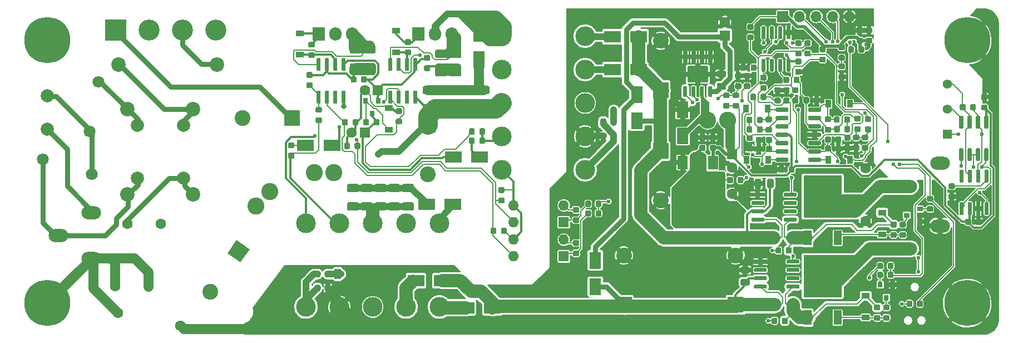
<source format=gbr>
G04 #@! TF.GenerationSoftware,KiCad,Pcbnew,5.1.4+dfsg1-1*
G04 #@! TF.CreationDate,2020-04-05T14:55:26+02:00*
G04 #@! TF.ProjectId,led-multiott,6c65642d-6d75-46c7-9469-6f74742e6b69,rev?*
G04 #@! TF.SameCoordinates,Original*
G04 #@! TF.FileFunction,Copper,L2,Bot*
G04 #@! TF.FilePolarity,Positive*
%FSLAX46Y46*%
G04 Gerber Fmt 4.6, Leading zero omitted, Abs format (unit mm)*
G04 Created by KiCad (PCBNEW 5.1.4+dfsg1-1) date 2020-04-05 14:55:26*
%MOMM*%
%LPD*%
G04 APERTURE LIST*
%ADD10C,0.100000*%
%ADD11C,0.875000*%
%ADD12O,1.700000X1.700000*%
%ADD13R,1.700000X1.700000*%
%ADD14C,0.600000*%
%ADD15C,1.600000*%
%ADD16C,0.975000*%
%ADD17C,1.400000*%
%ADD18R,1.400000X1.400000*%
%ADD19R,5.800000X6.400000*%
%ADD20R,1.200000X2.200000*%
%ADD21C,2.400000*%
%ADD22R,2.500000X1.800000*%
%ADD23C,0.800000*%
%ADD24C,7.000000*%
%ADD25R,1.600000X1.600000*%
%ADD26O,1.905000X2.000000*%
%ADD27R,1.905000X2.000000*%
%ADD28R,0.800000X0.900000*%
%ADD29O,3.000000X2.000000*%
%ADD30R,1.500000X2.000000*%
%ADD31R,3.800000X2.000000*%
%ADD32C,2.514000*%
%ADD33C,1.250000*%
%ADD34R,0.900000X0.800000*%
%ADD35C,2.600000*%
%ADD36R,0.900000X1.200000*%
%ADD37R,1.800000X2.500000*%
%ADD38R,1.200000X0.900000*%
%ADD39C,2.200000*%
%ADD40O,1.600000X1.600000*%
%ADD41C,2.000000*%
%ADD42C,1.800000*%
%ADD43C,3.000000*%
%ADD44R,2.400000X2.400000*%
%ADD45R,3.200000X3.200000*%
%ADD46C,3.200000*%
%ADD47C,0.500000*%
%ADD48C,0.200000*%
%ADD49C,0.800000*%
%ADD50C,0.300000*%
%ADD51C,1.000000*%
%ADD52C,2.000000*%
%ADD53C,1.500000*%
%ADD54C,3.000000*%
%ADD55C,0.150000*%
G04 APERTURE END LIST*
D10*
G36*
X230177691Y-66576053D02*
G01*
X230198926Y-66579203D01*
X230219750Y-66584419D01*
X230239962Y-66591651D01*
X230259368Y-66600830D01*
X230277781Y-66611866D01*
X230295024Y-66624654D01*
X230310930Y-66639070D01*
X230325346Y-66654976D01*
X230338134Y-66672219D01*
X230349170Y-66690632D01*
X230358349Y-66710038D01*
X230365581Y-66730250D01*
X230370797Y-66751074D01*
X230373947Y-66772309D01*
X230375000Y-66793750D01*
X230375000Y-67231250D01*
X230373947Y-67252691D01*
X230370797Y-67273926D01*
X230365581Y-67294750D01*
X230358349Y-67314962D01*
X230349170Y-67334368D01*
X230338134Y-67352781D01*
X230325346Y-67370024D01*
X230310930Y-67385930D01*
X230295024Y-67400346D01*
X230277781Y-67413134D01*
X230259368Y-67424170D01*
X230239962Y-67433349D01*
X230219750Y-67440581D01*
X230198926Y-67445797D01*
X230177691Y-67448947D01*
X230156250Y-67450000D01*
X229643750Y-67450000D01*
X229622309Y-67448947D01*
X229601074Y-67445797D01*
X229580250Y-67440581D01*
X229560038Y-67433349D01*
X229540632Y-67424170D01*
X229522219Y-67413134D01*
X229504976Y-67400346D01*
X229489070Y-67385930D01*
X229474654Y-67370024D01*
X229461866Y-67352781D01*
X229450830Y-67334368D01*
X229441651Y-67314962D01*
X229434419Y-67294750D01*
X229429203Y-67273926D01*
X229426053Y-67252691D01*
X229425000Y-67231250D01*
X229425000Y-66793750D01*
X229426053Y-66772309D01*
X229429203Y-66751074D01*
X229434419Y-66730250D01*
X229441651Y-66710038D01*
X229450830Y-66690632D01*
X229461866Y-66672219D01*
X229474654Y-66654976D01*
X229489070Y-66639070D01*
X229504976Y-66624654D01*
X229522219Y-66611866D01*
X229540632Y-66600830D01*
X229560038Y-66591651D01*
X229580250Y-66584419D01*
X229601074Y-66579203D01*
X229622309Y-66576053D01*
X229643750Y-66575000D01*
X230156250Y-66575000D01*
X230177691Y-66576053D01*
X230177691Y-66576053D01*
G37*
D11*
X229900000Y-67012500D03*
D10*
G36*
X230177691Y-68151053D02*
G01*
X230198926Y-68154203D01*
X230219750Y-68159419D01*
X230239962Y-68166651D01*
X230259368Y-68175830D01*
X230277781Y-68186866D01*
X230295024Y-68199654D01*
X230310930Y-68214070D01*
X230325346Y-68229976D01*
X230338134Y-68247219D01*
X230349170Y-68265632D01*
X230358349Y-68285038D01*
X230365581Y-68305250D01*
X230370797Y-68326074D01*
X230373947Y-68347309D01*
X230375000Y-68368750D01*
X230375000Y-68806250D01*
X230373947Y-68827691D01*
X230370797Y-68848926D01*
X230365581Y-68869750D01*
X230358349Y-68889962D01*
X230349170Y-68909368D01*
X230338134Y-68927781D01*
X230325346Y-68945024D01*
X230310930Y-68960930D01*
X230295024Y-68975346D01*
X230277781Y-68988134D01*
X230259368Y-68999170D01*
X230239962Y-69008349D01*
X230219750Y-69015581D01*
X230198926Y-69020797D01*
X230177691Y-69023947D01*
X230156250Y-69025000D01*
X229643750Y-69025000D01*
X229622309Y-69023947D01*
X229601074Y-69020797D01*
X229580250Y-69015581D01*
X229560038Y-69008349D01*
X229540632Y-68999170D01*
X229522219Y-68988134D01*
X229504976Y-68975346D01*
X229489070Y-68960930D01*
X229474654Y-68945024D01*
X229461866Y-68927781D01*
X229450830Y-68909368D01*
X229441651Y-68889962D01*
X229434419Y-68869750D01*
X229429203Y-68848926D01*
X229426053Y-68827691D01*
X229425000Y-68806250D01*
X229425000Y-68368750D01*
X229426053Y-68347309D01*
X229429203Y-68326074D01*
X229434419Y-68305250D01*
X229441651Y-68285038D01*
X229450830Y-68265632D01*
X229461866Y-68247219D01*
X229474654Y-68229976D01*
X229489070Y-68214070D01*
X229504976Y-68199654D01*
X229522219Y-68186866D01*
X229540632Y-68175830D01*
X229560038Y-68166651D01*
X229580250Y-68159419D01*
X229601074Y-68154203D01*
X229622309Y-68151053D01*
X229643750Y-68150000D01*
X230156250Y-68150000D01*
X230177691Y-68151053D01*
X230177691Y-68151053D01*
G37*
D11*
X229900000Y-68587500D03*
D10*
G36*
X223277691Y-55976053D02*
G01*
X223298926Y-55979203D01*
X223319750Y-55984419D01*
X223339962Y-55991651D01*
X223359368Y-56000830D01*
X223377781Y-56011866D01*
X223395024Y-56024654D01*
X223410930Y-56039070D01*
X223425346Y-56054976D01*
X223438134Y-56072219D01*
X223449170Y-56090632D01*
X223458349Y-56110038D01*
X223465581Y-56130250D01*
X223470797Y-56151074D01*
X223473947Y-56172309D01*
X223475000Y-56193750D01*
X223475000Y-56631250D01*
X223473947Y-56652691D01*
X223470797Y-56673926D01*
X223465581Y-56694750D01*
X223458349Y-56714962D01*
X223449170Y-56734368D01*
X223438134Y-56752781D01*
X223425346Y-56770024D01*
X223410930Y-56785930D01*
X223395024Y-56800346D01*
X223377781Y-56813134D01*
X223359368Y-56824170D01*
X223339962Y-56833349D01*
X223319750Y-56840581D01*
X223298926Y-56845797D01*
X223277691Y-56848947D01*
X223256250Y-56850000D01*
X222743750Y-56850000D01*
X222722309Y-56848947D01*
X222701074Y-56845797D01*
X222680250Y-56840581D01*
X222660038Y-56833349D01*
X222640632Y-56824170D01*
X222622219Y-56813134D01*
X222604976Y-56800346D01*
X222589070Y-56785930D01*
X222574654Y-56770024D01*
X222561866Y-56752781D01*
X222550830Y-56734368D01*
X222541651Y-56714962D01*
X222534419Y-56694750D01*
X222529203Y-56673926D01*
X222526053Y-56652691D01*
X222525000Y-56631250D01*
X222525000Y-56193750D01*
X222526053Y-56172309D01*
X222529203Y-56151074D01*
X222534419Y-56130250D01*
X222541651Y-56110038D01*
X222550830Y-56090632D01*
X222561866Y-56072219D01*
X222574654Y-56054976D01*
X222589070Y-56039070D01*
X222604976Y-56024654D01*
X222622219Y-56011866D01*
X222640632Y-56000830D01*
X222660038Y-55991651D01*
X222680250Y-55984419D01*
X222701074Y-55979203D01*
X222722309Y-55976053D01*
X222743750Y-55975000D01*
X223256250Y-55975000D01*
X223277691Y-55976053D01*
X223277691Y-55976053D01*
G37*
D11*
X223000000Y-56412500D03*
D10*
G36*
X223277691Y-57551053D02*
G01*
X223298926Y-57554203D01*
X223319750Y-57559419D01*
X223339962Y-57566651D01*
X223359368Y-57575830D01*
X223377781Y-57586866D01*
X223395024Y-57599654D01*
X223410930Y-57614070D01*
X223425346Y-57629976D01*
X223438134Y-57647219D01*
X223449170Y-57665632D01*
X223458349Y-57685038D01*
X223465581Y-57705250D01*
X223470797Y-57726074D01*
X223473947Y-57747309D01*
X223475000Y-57768750D01*
X223475000Y-58206250D01*
X223473947Y-58227691D01*
X223470797Y-58248926D01*
X223465581Y-58269750D01*
X223458349Y-58289962D01*
X223449170Y-58309368D01*
X223438134Y-58327781D01*
X223425346Y-58345024D01*
X223410930Y-58360930D01*
X223395024Y-58375346D01*
X223377781Y-58388134D01*
X223359368Y-58399170D01*
X223339962Y-58408349D01*
X223319750Y-58415581D01*
X223298926Y-58420797D01*
X223277691Y-58423947D01*
X223256250Y-58425000D01*
X222743750Y-58425000D01*
X222722309Y-58423947D01*
X222701074Y-58420797D01*
X222680250Y-58415581D01*
X222660038Y-58408349D01*
X222640632Y-58399170D01*
X222622219Y-58388134D01*
X222604976Y-58375346D01*
X222589070Y-58360930D01*
X222574654Y-58345024D01*
X222561866Y-58327781D01*
X222550830Y-58309368D01*
X222541651Y-58289962D01*
X222534419Y-58269750D01*
X222529203Y-58248926D01*
X222526053Y-58227691D01*
X222525000Y-58206250D01*
X222525000Y-57768750D01*
X222526053Y-57747309D01*
X222529203Y-57726074D01*
X222534419Y-57705250D01*
X222541651Y-57685038D01*
X222550830Y-57665632D01*
X222561866Y-57647219D01*
X222574654Y-57629976D01*
X222589070Y-57614070D01*
X222604976Y-57599654D01*
X222622219Y-57586866D01*
X222640632Y-57575830D01*
X222660038Y-57566651D01*
X222680250Y-57559419D01*
X222701074Y-57554203D01*
X222722309Y-57551053D01*
X222743750Y-57550000D01*
X223256250Y-57550000D01*
X223277691Y-57551053D01*
X223277691Y-57551053D01*
G37*
D11*
X223000000Y-57987500D03*
D10*
G36*
X226177691Y-58576053D02*
G01*
X226198926Y-58579203D01*
X226219750Y-58584419D01*
X226239962Y-58591651D01*
X226259368Y-58600830D01*
X226277781Y-58611866D01*
X226295024Y-58624654D01*
X226310930Y-58639070D01*
X226325346Y-58654976D01*
X226338134Y-58672219D01*
X226349170Y-58690632D01*
X226358349Y-58710038D01*
X226365581Y-58730250D01*
X226370797Y-58751074D01*
X226373947Y-58772309D01*
X226375000Y-58793750D01*
X226375000Y-59231250D01*
X226373947Y-59252691D01*
X226370797Y-59273926D01*
X226365581Y-59294750D01*
X226358349Y-59314962D01*
X226349170Y-59334368D01*
X226338134Y-59352781D01*
X226325346Y-59370024D01*
X226310930Y-59385930D01*
X226295024Y-59400346D01*
X226277781Y-59413134D01*
X226259368Y-59424170D01*
X226239962Y-59433349D01*
X226219750Y-59440581D01*
X226198926Y-59445797D01*
X226177691Y-59448947D01*
X226156250Y-59450000D01*
X225643750Y-59450000D01*
X225622309Y-59448947D01*
X225601074Y-59445797D01*
X225580250Y-59440581D01*
X225560038Y-59433349D01*
X225540632Y-59424170D01*
X225522219Y-59413134D01*
X225504976Y-59400346D01*
X225489070Y-59385930D01*
X225474654Y-59370024D01*
X225461866Y-59352781D01*
X225450830Y-59334368D01*
X225441651Y-59314962D01*
X225434419Y-59294750D01*
X225429203Y-59273926D01*
X225426053Y-59252691D01*
X225425000Y-59231250D01*
X225425000Y-58793750D01*
X225426053Y-58772309D01*
X225429203Y-58751074D01*
X225434419Y-58730250D01*
X225441651Y-58710038D01*
X225450830Y-58690632D01*
X225461866Y-58672219D01*
X225474654Y-58654976D01*
X225489070Y-58639070D01*
X225504976Y-58624654D01*
X225522219Y-58611866D01*
X225540632Y-58600830D01*
X225560038Y-58591651D01*
X225580250Y-58584419D01*
X225601074Y-58579203D01*
X225622309Y-58576053D01*
X225643750Y-58575000D01*
X226156250Y-58575000D01*
X226177691Y-58576053D01*
X226177691Y-58576053D01*
G37*
D11*
X225900000Y-59012500D03*
D10*
G36*
X226177691Y-60151053D02*
G01*
X226198926Y-60154203D01*
X226219750Y-60159419D01*
X226239962Y-60166651D01*
X226259368Y-60175830D01*
X226277781Y-60186866D01*
X226295024Y-60199654D01*
X226310930Y-60214070D01*
X226325346Y-60229976D01*
X226338134Y-60247219D01*
X226349170Y-60265632D01*
X226358349Y-60285038D01*
X226365581Y-60305250D01*
X226370797Y-60326074D01*
X226373947Y-60347309D01*
X226375000Y-60368750D01*
X226375000Y-60806250D01*
X226373947Y-60827691D01*
X226370797Y-60848926D01*
X226365581Y-60869750D01*
X226358349Y-60889962D01*
X226349170Y-60909368D01*
X226338134Y-60927781D01*
X226325346Y-60945024D01*
X226310930Y-60960930D01*
X226295024Y-60975346D01*
X226277781Y-60988134D01*
X226259368Y-60999170D01*
X226239962Y-61008349D01*
X226219750Y-61015581D01*
X226198926Y-61020797D01*
X226177691Y-61023947D01*
X226156250Y-61025000D01*
X225643750Y-61025000D01*
X225622309Y-61023947D01*
X225601074Y-61020797D01*
X225580250Y-61015581D01*
X225560038Y-61008349D01*
X225540632Y-60999170D01*
X225522219Y-60988134D01*
X225504976Y-60975346D01*
X225489070Y-60960930D01*
X225474654Y-60945024D01*
X225461866Y-60927781D01*
X225450830Y-60909368D01*
X225441651Y-60889962D01*
X225434419Y-60869750D01*
X225429203Y-60848926D01*
X225426053Y-60827691D01*
X225425000Y-60806250D01*
X225425000Y-60368750D01*
X225426053Y-60347309D01*
X225429203Y-60326074D01*
X225434419Y-60305250D01*
X225441651Y-60285038D01*
X225450830Y-60265632D01*
X225461866Y-60247219D01*
X225474654Y-60229976D01*
X225489070Y-60214070D01*
X225504976Y-60199654D01*
X225522219Y-60186866D01*
X225540632Y-60175830D01*
X225560038Y-60166651D01*
X225580250Y-60159419D01*
X225601074Y-60154203D01*
X225622309Y-60151053D01*
X225643750Y-60150000D01*
X226156250Y-60150000D01*
X226177691Y-60151053D01*
X226177691Y-60151053D01*
G37*
D11*
X225900000Y-60587500D03*
D10*
G36*
X226177691Y-55676053D02*
G01*
X226198926Y-55679203D01*
X226219750Y-55684419D01*
X226239962Y-55691651D01*
X226259368Y-55700830D01*
X226277781Y-55711866D01*
X226295024Y-55724654D01*
X226310930Y-55739070D01*
X226325346Y-55754976D01*
X226338134Y-55772219D01*
X226349170Y-55790632D01*
X226358349Y-55810038D01*
X226365581Y-55830250D01*
X226370797Y-55851074D01*
X226373947Y-55872309D01*
X226375000Y-55893750D01*
X226375000Y-56331250D01*
X226373947Y-56352691D01*
X226370797Y-56373926D01*
X226365581Y-56394750D01*
X226358349Y-56414962D01*
X226349170Y-56434368D01*
X226338134Y-56452781D01*
X226325346Y-56470024D01*
X226310930Y-56485930D01*
X226295024Y-56500346D01*
X226277781Y-56513134D01*
X226259368Y-56524170D01*
X226239962Y-56533349D01*
X226219750Y-56540581D01*
X226198926Y-56545797D01*
X226177691Y-56548947D01*
X226156250Y-56550000D01*
X225643750Y-56550000D01*
X225622309Y-56548947D01*
X225601074Y-56545797D01*
X225580250Y-56540581D01*
X225560038Y-56533349D01*
X225540632Y-56524170D01*
X225522219Y-56513134D01*
X225504976Y-56500346D01*
X225489070Y-56485930D01*
X225474654Y-56470024D01*
X225461866Y-56452781D01*
X225450830Y-56434368D01*
X225441651Y-56414962D01*
X225434419Y-56394750D01*
X225429203Y-56373926D01*
X225426053Y-56352691D01*
X225425000Y-56331250D01*
X225425000Y-55893750D01*
X225426053Y-55872309D01*
X225429203Y-55851074D01*
X225434419Y-55830250D01*
X225441651Y-55810038D01*
X225450830Y-55790632D01*
X225461866Y-55772219D01*
X225474654Y-55754976D01*
X225489070Y-55739070D01*
X225504976Y-55724654D01*
X225522219Y-55711866D01*
X225540632Y-55700830D01*
X225560038Y-55691651D01*
X225580250Y-55684419D01*
X225601074Y-55679203D01*
X225622309Y-55676053D01*
X225643750Y-55675000D01*
X226156250Y-55675000D01*
X226177691Y-55676053D01*
X226177691Y-55676053D01*
G37*
D11*
X225900000Y-56112500D03*
D10*
G36*
X226177691Y-57251053D02*
G01*
X226198926Y-57254203D01*
X226219750Y-57259419D01*
X226239962Y-57266651D01*
X226259368Y-57275830D01*
X226277781Y-57286866D01*
X226295024Y-57299654D01*
X226310930Y-57314070D01*
X226325346Y-57329976D01*
X226338134Y-57347219D01*
X226349170Y-57365632D01*
X226358349Y-57385038D01*
X226365581Y-57405250D01*
X226370797Y-57426074D01*
X226373947Y-57447309D01*
X226375000Y-57468750D01*
X226375000Y-57906250D01*
X226373947Y-57927691D01*
X226370797Y-57948926D01*
X226365581Y-57969750D01*
X226358349Y-57989962D01*
X226349170Y-58009368D01*
X226338134Y-58027781D01*
X226325346Y-58045024D01*
X226310930Y-58060930D01*
X226295024Y-58075346D01*
X226277781Y-58088134D01*
X226259368Y-58099170D01*
X226239962Y-58108349D01*
X226219750Y-58115581D01*
X226198926Y-58120797D01*
X226177691Y-58123947D01*
X226156250Y-58125000D01*
X225643750Y-58125000D01*
X225622309Y-58123947D01*
X225601074Y-58120797D01*
X225580250Y-58115581D01*
X225560038Y-58108349D01*
X225540632Y-58099170D01*
X225522219Y-58088134D01*
X225504976Y-58075346D01*
X225489070Y-58060930D01*
X225474654Y-58045024D01*
X225461866Y-58027781D01*
X225450830Y-58009368D01*
X225441651Y-57989962D01*
X225434419Y-57969750D01*
X225429203Y-57948926D01*
X225426053Y-57927691D01*
X225425000Y-57906250D01*
X225425000Y-57468750D01*
X225426053Y-57447309D01*
X225429203Y-57426074D01*
X225434419Y-57405250D01*
X225441651Y-57385038D01*
X225450830Y-57365632D01*
X225461866Y-57347219D01*
X225474654Y-57329976D01*
X225489070Y-57314070D01*
X225504976Y-57299654D01*
X225522219Y-57286866D01*
X225540632Y-57275830D01*
X225560038Y-57266651D01*
X225580250Y-57259419D01*
X225601074Y-57254203D01*
X225622309Y-57251053D01*
X225643750Y-57250000D01*
X226156250Y-57250000D01*
X226177691Y-57251053D01*
X226177691Y-57251053D01*
G37*
D11*
X225900000Y-57687500D03*
D10*
G36*
X212727691Y-58726053D02*
G01*
X212748926Y-58729203D01*
X212769750Y-58734419D01*
X212789962Y-58741651D01*
X212809368Y-58750830D01*
X212827781Y-58761866D01*
X212845024Y-58774654D01*
X212860930Y-58789070D01*
X212875346Y-58804976D01*
X212888134Y-58822219D01*
X212899170Y-58840632D01*
X212908349Y-58860038D01*
X212915581Y-58880250D01*
X212920797Y-58901074D01*
X212923947Y-58922309D01*
X212925000Y-58943750D01*
X212925000Y-59456250D01*
X212923947Y-59477691D01*
X212920797Y-59498926D01*
X212915581Y-59519750D01*
X212908349Y-59539962D01*
X212899170Y-59559368D01*
X212888134Y-59577781D01*
X212875346Y-59595024D01*
X212860930Y-59610930D01*
X212845024Y-59625346D01*
X212827781Y-59638134D01*
X212809368Y-59649170D01*
X212789962Y-59658349D01*
X212769750Y-59665581D01*
X212748926Y-59670797D01*
X212727691Y-59673947D01*
X212706250Y-59675000D01*
X212268750Y-59675000D01*
X212247309Y-59673947D01*
X212226074Y-59670797D01*
X212205250Y-59665581D01*
X212185038Y-59658349D01*
X212165632Y-59649170D01*
X212147219Y-59638134D01*
X212129976Y-59625346D01*
X212114070Y-59610930D01*
X212099654Y-59595024D01*
X212086866Y-59577781D01*
X212075830Y-59559368D01*
X212066651Y-59539962D01*
X212059419Y-59519750D01*
X212054203Y-59498926D01*
X212051053Y-59477691D01*
X212050000Y-59456250D01*
X212050000Y-58943750D01*
X212051053Y-58922309D01*
X212054203Y-58901074D01*
X212059419Y-58880250D01*
X212066651Y-58860038D01*
X212075830Y-58840632D01*
X212086866Y-58822219D01*
X212099654Y-58804976D01*
X212114070Y-58789070D01*
X212129976Y-58774654D01*
X212147219Y-58761866D01*
X212165632Y-58750830D01*
X212185038Y-58741651D01*
X212205250Y-58734419D01*
X212226074Y-58729203D01*
X212247309Y-58726053D01*
X212268750Y-58725000D01*
X212706250Y-58725000D01*
X212727691Y-58726053D01*
X212727691Y-58726053D01*
G37*
D11*
X212487500Y-59200000D03*
D10*
G36*
X211152691Y-58726053D02*
G01*
X211173926Y-58729203D01*
X211194750Y-58734419D01*
X211214962Y-58741651D01*
X211234368Y-58750830D01*
X211252781Y-58761866D01*
X211270024Y-58774654D01*
X211285930Y-58789070D01*
X211300346Y-58804976D01*
X211313134Y-58822219D01*
X211324170Y-58840632D01*
X211333349Y-58860038D01*
X211340581Y-58880250D01*
X211345797Y-58901074D01*
X211348947Y-58922309D01*
X211350000Y-58943750D01*
X211350000Y-59456250D01*
X211348947Y-59477691D01*
X211345797Y-59498926D01*
X211340581Y-59519750D01*
X211333349Y-59539962D01*
X211324170Y-59559368D01*
X211313134Y-59577781D01*
X211300346Y-59595024D01*
X211285930Y-59610930D01*
X211270024Y-59625346D01*
X211252781Y-59638134D01*
X211234368Y-59649170D01*
X211214962Y-59658349D01*
X211194750Y-59665581D01*
X211173926Y-59670797D01*
X211152691Y-59673947D01*
X211131250Y-59675000D01*
X210693750Y-59675000D01*
X210672309Y-59673947D01*
X210651074Y-59670797D01*
X210630250Y-59665581D01*
X210610038Y-59658349D01*
X210590632Y-59649170D01*
X210572219Y-59638134D01*
X210554976Y-59625346D01*
X210539070Y-59610930D01*
X210524654Y-59595024D01*
X210511866Y-59577781D01*
X210500830Y-59559368D01*
X210491651Y-59539962D01*
X210484419Y-59519750D01*
X210479203Y-59498926D01*
X210476053Y-59477691D01*
X210475000Y-59456250D01*
X210475000Y-58943750D01*
X210476053Y-58922309D01*
X210479203Y-58901074D01*
X210484419Y-58880250D01*
X210491651Y-58860038D01*
X210500830Y-58840632D01*
X210511866Y-58822219D01*
X210524654Y-58804976D01*
X210539070Y-58789070D01*
X210554976Y-58774654D01*
X210572219Y-58761866D01*
X210590632Y-58750830D01*
X210610038Y-58741651D01*
X210630250Y-58734419D01*
X210651074Y-58729203D01*
X210672309Y-58726053D01*
X210693750Y-58725000D01*
X211131250Y-58725000D01*
X211152691Y-58726053D01*
X211152691Y-58726053D01*
G37*
D11*
X210912500Y-59200000D03*
D10*
G36*
X212277691Y-52576053D02*
G01*
X212298926Y-52579203D01*
X212319750Y-52584419D01*
X212339962Y-52591651D01*
X212359368Y-52600830D01*
X212377781Y-52611866D01*
X212395024Y-52624654D01*
X212410930Y-52639070D01*
X212425346Y-52654976D01*
X212438134Y-52672219D01*
X212449170Y-52690632D01*
X212458349Y-52710038D01*
X212465581Y-52730250D01*
X212470797Y-52751074D01*
X212473947Y-52772309D01*
X212475000Y-52793750D01*
X212475000Y-53231250D01*
X212473947Y-53252691D01*
X212470797Y-53273926D01*
X212465581Y-53294750D01*
X212458349Y-53314962D01*
X212449170Y-53334368D01*
X212438134Y-53352781D01*
X212425346Y-53370024D01*
X212410930Y-53385930D01*
X212395024Y-53400346D01*
X212377781Y-53413134D01*
X212359368Y-53424170D01*
X212339962Y-53433349D01*
X212319750Y-53440581D01*
X212298926Y-53445797D01*
X212277691Y-53448947D01*
X212256250Y-53450000D01*
X211743750Y-53450000D01*
X211722309Y-53448947D01*
X211701074Y-53445797D01*
X211680250Y-53440581D01*
X211660038Y-53433349D01*
X211640632Y-53424170D01*
X211622219Y-53413134D01*
X211604976Y-53400346D01*
X211589070Y-53385930D01*
X211574654Y-53370024D01*
X211561866Y-53352781D01*
X211550830Y-53334368D01*
X211541651Y-53314962D01*
X211534419Y-53294750D01*
X211529203Y-53273926D01*
X211526053Y-53252691D01*
X211525000Y-53231250D01*
X211525000Y-52793750D01*
X211526053Y-52772309D01*
X211529203Y-52751074D01*
X211534419Y-52730250D01*
X211541651Y-52710038D01*
X211550830Y-52690632D01*
X211561866Y-52672219D01*
X211574654Y-52654976D01*
X211589070Y-52639070D01*
X211604976Y-52624654D01*
X211622219Y-52611866D01*
X211640632Y-52600830D01*
X211660038Y-52591651D01*
X211680250Y-52584419D01*
X211701074Y-52579203D01*
X211722309Y-52576053D01*
X211743750Y-52575000D01*
X212256250Y-52575000D01*
X212277691Y-52576053D01*
X212277691Y-52576053D01*
G37*
D11*
X212000000Y-53012500D03*
D10*
G36*
X212277691Y-54151053D02*
G01*
X212298926Y-54154203D01*
X212319750Y-54159419D01*
X212339962Y-54166651D01*
X212359368Y-54175830D01*
X212377781Y-54186866D01*
X212395024Y-54199654D01*
X212410930Y-54214070D01*
X212425346Y-54229976D01*
X212438134Y-54247219D01*
X212449170Y-54265632D01*
X212458349Y-54285038D01*
X212465581Y-54305250D01*
X212470797Y-54326074D01*
X212473947Y-54347309D01*
X212475000Y-54368750D01*
X212475000Y-54806250D01*
X212473947Y-54827691D01*
X212470797Y-54848926D01*
X212465581Y-54869750D01*
X212458349Y-54889962D01*
X212449170Y-54909368D01*
X212438134Y-54927781D01*
X212425346Y-54945024D01*
X212410930Y-54960930D01*
X212395024Y-54975346D01*
X212377781Y-54988134D01*
X212359368Y-54999170D01*
X212339962Y-55008349D01*
X212319750Y-55015581D01*
X212298926Y-55020797D01*
X212277691Y-55023947D01*
X212256250Y-55025000D01*
X211743750Y-55025000D01*
X211722309Y-55023947D01*
X211701074Y-55020797D01*
X211680250Y-55015581D01*
X211660038Y-55008349D01*
X211640632Y-54999170D01*
X211622219Y-54988134D01*
X211604976Y-54975346D01*
X211589070Y-54960930D01*
X211574654Y-54945024D01*
X211561866Y-54927781D01*
X211550830Y-54909368D01*
X211541651Y-54889962D01*
X211534419Y-54869750D01*
X211529203Y-54848926D01*
X211526053Y-54827691D01*
X211525000Y-54806250D01*
X211525000Y-54368750D01*
X211526053Y-54347309D01*
X211529203Y-54326074D01*
X211534419Y-54305250D01*
X211541651Y-54285038D01*
X211550830Y-54265632D01*
X211561866Y-54247219D01*
X211574654Y-54229976D01*
X211589070Y-54214070D01*
X211604976Y-54199654D01*
X211622219Y-54186866D01*
X211640632Y-54175830D01*
X211660038Y-54166651D01*
X211680250Y-54159419D01*
X211701074Y-54154203D01*
X211722309Y-54151053D01*
X211743750Y-54150000D01*
X212256250Y-54150000D01*
X212277691Y-54151053D01*
X212277691Y-54151053D01*
G37*
D11*
X212000000Y-54587500D03*
D10*
G36*
X236452691Y-94626053D02*
G01*
X236473926Y-94629203D01*
X236494750Y-94634419D01*
X236514962Y-94641651D01*
X236534368Y-94650830D01*
X236552781Y-94661866D01*
X236570024Y-94674654D01*
X236585930Y-94689070D01*
X236600346Y-94704976D01*
X236613134Y-94722219D01*
X236624170Y-94740632D01*
X236633349Y-94760038D01*
X236640581Y-94780250D01*
X236645797Y-94801074D01*
X236648947Y-94822309D01*
X236650000Y-94843750D01*
X236650000Y-95356250D01*
X236648947Y-95377691D01*
X236645797Y-95398926D01*
X236640581Y-95419750D01*
X236633349Y-95439962D01*
X236624170Y-95459368D01*
X236613134Y-95477781D01*
X236600346Y-95495024D01*
X236585930Y-95510930D01*
X236570024Y-95525346D01*
X236552781Y-95538134D01*
X236534368Y-95549170D01*
X236514962Y-95558349D01*
X236494750Y-95565581D01*
X236473926Y-95570797D01*
X236452691Y-95573947D01*
X236431250Y-95575000D01*
X235993750Y-95575000D01*
X235972309Y-95573947D01*
X235951074Y-95570797D01*
X235930250Y-95565581D01*
X235910038Y-95558349D01*
X235890632Y-95549170D01*
X235872219Y-95538134D01*
X235854976Y-95525346D01*
X235839070Y-95510930D01*
X235824654Y-95495024D01*
X235811866Y-95477781D01*
X235800830Y-95459368D01*
X235791651Y-95439962D01*
X235784419Y-95419750D01*
X235779203Y-95398926D01*
X235776053Y-95377691D01*
X235775000Y-95356250D01*
X235775000Y-94843750D01*
X235776053Y-94822309D01*
X235779203Y-94801074D01*
X235784419Y-94780250D01*
X235791651Y-94760038D01*
X235800830Y-94740632D01*
X235811866Y-94722219D01*
X235824654Y-94704976D01*
X235839070Y-94689070D01*
X235854976Y-94674654D01*
X235872219Y-94661866D01*
X235890632Y-94650830D01*
X235910038Y-94641651D01*
X235930250Y-94634419D01*
X235951074Y-94629203D01*
X235972309Y-94626053D01*
X235993750Y-94625000D01*
X236431250Y-94625000D01*
X236452691Y-94626053D01*
X236452691Y-94626053D01*
G37*
D11*
X236212500Y-95100000D03*
D10*
G36*
X238027691Y-94626053D02*
G01*
X238048926Y-94629203D01*
X238069750Y-94634419D01*
X238089962Y-94641651D01*
X238109368Y-94650830D01*
X238127781Y-94661866D01*
X238145024Y-94674654D01*
X238160930Y-94689070D01*
X238175346Y-94704976D01*
X238188134Y-94722219D01*
X238199170Y-94740632D01*
X238208349Y-94760038D01*
X238215581Y-94780250D01*
X238220797Y-94801074D01*
X238223947Y-94822309D01*
X238225000Y-94843750D01*
X238225000Y-95356250D01*
X238223947Y-95377691D01*
X238220797Y-95398926D01*
X238215581Y-95419750D01*
X238208349Y-95439962D01*
X238199170Y-95459368D01*
X238188134Y-95477781D01*
X238175346Y-95495024D01*
X238160930Y-95510930D01*
X238145024Y-95525346D01*
X238127781Y-95538134D01*
X238109368Y-95549170D01*
X238089962Y-95558349D01*
X238069750Y-95565581D01*
X238048926Y-95570797D01*
X238027691Y-95573947D01*
X238006250Y-95575000D01*
X237568750Y-95575000D01*
X237547309Y-95573947D01*
X237526074Y-95570797D01*
X237505250Y-95565581D01*
X237485038Y-95558349D01*
X237465632Y-95549170D01*
X237447219Y-95538134D01*
X237429976Y-95525346D01*
X237414070Y-95510930D01*
X237399654Y-95495024D01*
X237386866Y-95477781D01*
X237375830Y-95459368D01*
X237366651Y-95439962D01*
X237359419Y-95419750D01*
X237354203Y-95398926D01*
X237351053Y-95377691D01*
X237350000Y-95356250D01*
X237350000Y-94843750D01*
X237351053Y-94822309D01*
X237354203Y-94801074D01*
X237359419Y-94780250D01*
X237366651Y-94760038D01*
X237375830Y-94740632D01*
X237386866Y-94722219D01*
X237399654Y-94704976D01*
X237414070Y-94689070D01*
X237429976Y-94674654D01*
X237447219Y-94661866D01*
X237465632Y-94650830D01*
X237485038Y-94641651D01*
X237505250Y-94634419D01*
X237526074Y-94629203D01*
X237547309Y-94626053D01*
X237568750Y-94625000D01*
X238006250Y-94625000D01*
X238027691Y-94626053D01*
X238027691Y-94626053D01*
G37*
D11*
X237787500Y-95100000D03*
D10*
G36*
X232002691Y-88876053D02*
G01*
X232023926Y-88879203D01*
X232044750Y-88884419D01*
X232064962Y-88891651D01*
X232084368Y-88900830D01*
X232102781Y-88911866D01*
X232120024Y-88924654D01*
X232135930Y-88939070D01*
X232150346Y-88954976D01*
X232163134Y-88972219D01*
X232174170Y-88990632D01*
X232183349Y-89010038D01*
X232190581Y-89030250D01*
X232195797Y-89051074D01*
X232198947Y-89072309D01*
X232200000Y-89093750D01*
X232200000Y-89606250D01*
X232198947Y-89627691D01*
X232195797Y-89648926D01*
X232190581Y-89669750D01*
X232183349Y-89689962D01*
X232174170Y-89709368D01*
X232163134Y-89727781D01*
X232150346Y-89745024D01*
X232135930Y-89760930D01*
X232120024Y-89775346D01*
X232102781Y-89788134D01*
X232084368Y-89799170D01*
X232064962Y-89808349D01*
X232044750Y-89815581D01*
X232023926Y-89820797D01*
X232002691Y-89823947D01*
X231981250Y-89825000D01*
X231543750Y-89825000D01*
X231522309Y-89823947D01*
X231501074Y-89820797D01*
X231480250Y-89815581D01*
X231460038Y-89808349D01*
X231440632Y-89799170D01*
X231422219Y-89788134D01*
X231404976Y-89775346D01*
X231389070Y-89760930D01*
X231374654Y-89745024D01*
X231361866Y-89727781D01*
X231350830Y-89709368D01*
X231341651Y-89689962D01*
X231334419Y-89669750D01*
X231329203Y-89648926D01*
X231326053Y-89627691D01*
X231325000Y-89606250D01*
X231325000Y-89093750D01*
X231326053Y-89072309D01*
X231329203Y-89051074D01*
X231334419Y-89030250D01*
X231341651Y-89010038D01*
X231350830Y-88990632D01*
X231361866Y-88972219D01*
X231374654Y-88954976D01*
X231389070Y-88939070D01*
X231404976Y-88924654D01*
X231422219Y-88911866D01*
X231440632Y-88900830D01*
X231460038Y-88891651D01*
X231480250Y-88884419D01*
X231501074Y-88879203D01*
X231522309Y-88876053D01*
X231543750Y-88875000D01*
X231981250Y-88875000D01*
X232002691Y-88876053D01*
X232002691Y-88876053D01*
G37*
D11*
X231762500Y-89350000D03*
D10*
G36*
X233577691Y-88876053D02*
G01*
X233598926Y-88879203D01*
X233619750Y-88884419D01*
X233639962Y-88891651D01*
X233659368Y-88900830D01*
X233677781Y-88911866D01*
X233695024Y-88924654D01*
X233710930Y-88939070D01*
X233725346Y-88954976D01*
X233738134Y-88972219D01*
X233749170Y-88990632D01*
X233758349Y-89010038D01*
X233765581Y-89030250D01*
X233770797Y-89051074D01*
X233773947Y-89072309D01*
X233775000Y-89093750D01*
X233775000Y-89606250D01*
X233773947Y-89627691D01*
X233770797Y-89648926D01*
X233765581Y-89669750D01*
X233758349Y-89689962D01*
X233749170Y-89709368D01*
X233738134Y-89727781D01*
X233725346Y-89745024D01*
X233710930Y-89760930D01*
X233695024Y-89775346D01*
X233677781Y-89788134D01*
X233659368Y-89799170D01*
X233639962Y-89808349D01*
X233619750Y-89815581D01*
X233598926Y-89820797D01*
X233577691Y-89823947D01*
X233556250Y-89825000D01*
X233118750Y-89825000D01*
X233097309Y-89823947D01*
X233076074Y-89820797D01*
X233055250Y-89815581D01*
X233035038Y-89808349D01*
X233015632Y-89799170D01*
X232997219Y-89788134D01*
X232979976Y-89775346D01*
X232964070Y-89760930D01*
X232949654Y-89745024D01*
X232936866Y-89727781D01*
X232925830Y-89709368D01*
X232916651Y-89689962D01*
X232909419Y-89669750D01*
X232904203Y-89648926D01*
X232901053Y-89627691D01*
X232900000Y-89606250D01*
X232900000Y-89093750D01*
X232901053Y-89072309D01*
X232904203Y-89051074D01*
X232909419Y-89030250D01*
X232916651Y-89010038D01*
X232925830Y-88990632D01*
X232936866Y-88972219D01*
X232949654Y-88954976D01*
X232964070Y-88939070D01*
X232979976Y-88924654D01*
X232997219Y-88911866D01*
X233015632Y-88900830D01*
X233035038Y-88891651D01*
X233055250Y-88884419D01*
X233076074Y-88879203D01*
X233097309Y-88876053D01*
X233118750Y-88875000D01*
X233556250Y-88875000D01*
X233577691Y-88876053D01*
X233577691Y-88876053D01*
G37*
D11*
X233337500Y-89350000D03*
D12*
X227085000Y-51450000D03*
X224545000Y-51450000D03*
X222005000Y-51450000D03*
X219465000Y-51450000D03*
D13*
X216925000Y-51450000D03*
D10*
G36*
X228927691Y-53076053D02*
G01*
X228948926Y-53079203D01*
X228969750Y-53084419D01*
X228989962Y-53091651D01*
X229009368Y-53100830D01*
X229027781Y-53111866D01*
X229045024Y-53124654D01*
X229060930Y-53139070D01*
X229075346Y-53154976D01*
X229088134Y-53172219D01*
X229099170Y-53190632D01*
X229108349Y-53210038D01*
X229115581Y-53230250D01*
X229120797Y-53251074D01*
X229123947Y-53272309D01*
X229125000Y-53293750D01*
X229125000Y-53731250D01*
X229123947Y-53752691D01*
X229120797Y-53773926D01*
X229115581Y-53794750D01*
X229108349Y-53814962D01*
X229099170Y-53834368D01*
X229088134Y-53852781D01*
X229075346Y-53870024D01*
X229060930Y-53885930D01*
X229045024Y-53900346D01*
X229027781Y-53913134D01*
X229009368Y-53924170D01*
X228989962Y-53933349D01*
X228969750Y-53940581D01*
X228948926Y-53945797D01*
X228927691Y-53948947D01*
X228906250Y-53950000D01*
X228393750Y-53950000D01*
X228372309Y-53948947D01*
X228351074Y-53945797D01*
X228330250Y-53940581D01*
X228310038Y-53933349D01*
X228290632Y-53924170D01*
X228272219Y-53913134D01*
X228254976Y-53900346D01*
X228239070Y-53885930D01*
X228224654Y-53870024D01*
X228211866Y-53852781D01*
X228200830Y-53834368D01*
X228191651Y-53814962D01*
X228184419Y-53794750D01*
X228179203Y-53773926D01*
X228176053Y-53752691D01*
X228175000Y-53731250D01*
X228175000Y-53293750D01*
X228176053Y-53272309D01*
X228179203Y-53251074D01*
X228184419Y-53230250D01*
X228191651Y-53210038D01*
X228200830Y-53190632D01*
X228211866Y-53172219D01*
X228224654Y-53154976D01*
X228239070Y-53139070D01*
X228254976Y-53124654D01*
X228272219Y-53111866D01*
X228290632Y-53100830D01*
X228310038Y-53091651D01*
X228330250Y-53084419D01*
X228351074Y-53079203D01*
X228372309Y-53076053D01*
X228393750Y-53075000D01*
X228906250Y-53075000D01*
X228927691Y-53076053D01*
X228927691Y-53076053D01*
G37*
D11*
X228650000Y-53512500D03*
D10*
G36*
X228927691Y-54651053D02*
G01*
X228948926Y-54654203D01*
X228969750Y-54659419D01*
X228989962Y-54666651D01*
X229009368Y-54675830D01*
X229027781Y-54686866D01*
X229045024Y-54699654D01*
X229060930Y-54714070D01*
X229075346Y-54729976D01*
X229088134Y-54747219D01*
X229099170Y-54765632D01*
X229108349Y-54785038D01*
X229115581Y-54805250D01*
X229120797Y-54826074D01*
X229123947Y-54847309D01*
X229125000Y-54868750D01*
X229125000Y-55306250D01*
X229123947Y-55327691D01*
X229120797Y-55348926D01*
X229115581Y-55369750D01*
X229108349Y-55389962D01*
X229099170Y-55409368D01*
X229088134Y-55427781D01*
X229075346Y-55445024D01*
X229060930Y-55460930D01*
X229045024Y-55475346D01*
X229027781Y-55488134D01*
X229009368Y-55499170D01*
X228989962Y-55508349D01*
X228969750Y-55515581D01*
X228948926Y-55520797D01*
X228927691Y-55523947D01*
X228906250Y-55525000D01*
X228393750Y-55525000D01*
X228372309Y-55523947D01*
X228351074Y-55520797D01*
X228330250Y-55515581D01*
X228310038Y-55508349D01*
X228290632Y-55499170D01*
X228272219Y-55488134D01*
X228254976Y-55475346D01*
X228239070Y-55460930D01*
X228224654Y-55445024D01*
X228211866Y-55427781D01*
X228200830Y-55409368D01*
X228191651Y-55389962D01*
X228184419Y-55369750D01*
X228179203Y-55348926D01*
X228176053Y-55327691D01*
X228175000Y-55306250D01*
X228175000Y-54868750D01*
X228176053Y-54847309D01*
X228179203Y-54826074D01*
X228184419Y-54805250D01*
X228191651Y-54785038D01*
X228200830Y-54765632D01*
X228211866Y-54747219D01*
X228224654Y-54729976D01*
X228239070Y-54714070D01*
X228254976Y-54699654D01*
X228272219Y-54686866D01*
X228290632Y-54675830D01*
X228310038Y-54666651D01*
X228330250Y-54659419D01*
X228351074Y-54654203D01*
X228372309Y-54651053D01*
X228393750Y-54650000D01*
X228906250Y-54650000D01*
X228927691Y-54651053D01*
X228927691Y-54651053D01*
G37*
D11*
X228650000Y-55087500D03*
D10*
G36*
X230327691Y-53076053D02*
G01*
X230348926Y-53079203D01*
X230369750Y-53084419D01*
X230389962Y-53091651D01*
X230409368Y-53100830D01*
X230427781Y-53111866D01*
X230445024Y-53124654D01*
X230460930Y-53139070D01*
X230475346Y-53154976D01*
X230488134Y-53172219D01*
X230499170Y-53190632D01*
X230508349Y-53210038D01*
X230515581Y-53230250D01*
X230520797Y-53251074D01*
X230523947Y-53272309D01*
X230525000Y-53293750D01*
X230525000Y-53731250D01*
X230523947Y-53752691D01*
X230520797Y-53773926D01*
X230515581Y-53794750D01*
X230508349Y-53814962D01*
X230499170Y-53834368D01*
X230488134Y-53852781D01*
X230475346Y-53870024D01*
X230460930Y-53885930D01*
X230445024Y-53900346D01*
X230427781Y-53913134D01*
X230409368Y-53924170D01*
X230389962Y-53933349D01*
X230369750Y-53940581D01*
X230348926Y-53945797D01*
X230327691Y-53948947D01*
X230306250Y-53950000D01*
X229793750Y-53950000D01*
X229772309Y-53948947D01*
X229751074Y-53945797D01*
X229730250Y-53940581D01*
X229710038Y-53933349D01*
X229690632Y-53924170D01*
X229672219Y-53913134D01*
X229654976Y-53900346D01*
X229639070Y-53885930D01*
X229624654Y-53870024D01*
X229611866Y-53852781D01*
X229600830Y-53834368D01*
X229591651Y-53814962D01*
X229584419Y-53794750D01*
X229579203Y-53773926D01*
X229576053Y-53752691D01*
X229575000Y-53731250D01*
X229575000Y-53293750D01*
X229576053Y-53272309D01*
X229579203Y-53251074D01*
X229584419Y-53230250D01*
X229591651Y-53210038D01*
X229600830Y-53190632D01*
X229611866Y-53172219D01*
X229624654Y-53154976D01*
X229639070Y-53139070D01*
X229654976Y-53124654D01*
X229672219Y-53111866D01*
X229690632Y-53100830D01*
X229710038Y-53091651D01*
X229730250Y-53084419D01*
X229751074Y-53079203D01*
X229772309Y-53076053D01*
X229793750Y-53075000D01*
X230306250Y-53075000D01*
X230327691Y-53076053D01*
X230327691Y-53076053D01*
G37*
D11*
X230050000Y-53512500D03*
D10*
G36*
X230327691Y-54651053D02*
G01*
X230348926Y-54654203D01*
X230369750Y-54659419D01*
X230389962Y-54666651D01*
X230409368Y-54675830D01*
X230427781Y-54686866D01*
X230445024Y-54699654D01*
X230460930Y-54714070D01*
X230475346Y-54729976D01*
X230488134Y-54747219D01*
X230499170Y-54765632D01*
X230508349Y-54785038D01*
X230515581Y-54805250D01*
X230520797Y-54826074D01*
X230523947Y-54847309D01*
X230525000Y-54868750D01*
X230525000Y-55306250D01*
X230523947Y-55327691D01*
X230520797Y-55348926D01*
X230515581Y-55369750D01*
X230508349Y-55389962D01*
X230499170Y-55409368D01*
X230488134Y-55427781D01*
X230475346Y-55445024D01*
X230460930Y-55460930D01*
X230445024Y-55475346D01*
X230427781Y-55488134D01*
X230409368Y-55499170D01*
X230389962Y-55508349D01*
X230369750Y-55515581D01*
X230348926Y-55520797D01*
X230327691Y-55523947D01*
X230306250Y-55525000D01*
X229793750Y-55525000D01*
X229772309Y-55523947D01*
X229751074Y-55520797D01*
X229730250Y-55515581D01*
X229710038Y-55508349D01*
X229690632Y-55499170D01*
X229672219Y-55488134D01*
X229654976Y-55475346D01*
X229639070Y-55460930D01*
X229624654Y-55445024D01*
X229611866Y-55427781D01*
X229600830Y-55409368D01*
X229591651Y-55389962D01*
X229584419Y-55369750D01*
X229579203Y-55348926D01*
X229576053Y-55327691D01*
X229575000Y-55306250D01*
X229575000Y-54868750D01*
X229576053Y-54847309D01*
X229579203Y-54826074D01*
X229584419Y-54805250D01*
X229591651Y-54785038D01*
X229600830Y-54765632D01*
X229611866Y-54747219D01*
X229624654Y-54729976D01*
X229639070Y-54714070D01*
X229654976Y-54699654D01*
X229672219Y-54686866D01*
X229690632Y-54675830D01*
X229710038Y-54666651D01*
X229730250Y-54659419D01*
X229751074Y-54654203D01*
X229772309Y-54651053D01*
X229793750Y-54650000D01*
X230306250Y-54650000D01*
X230327691Y-54651053D01*
X230327691Y-54651053D01*
G37*
D11*
X230050000Y-55087500D03*
D10*
G36*
X219577691Y-59401053D02*
G01*
X219598926Y-59404203D01*
X219619750Y-59409419D01*
X219639962Y-59416651D01*
X219659368Y-59425830D01*
X219677781Y-59436866D01*
X219695024Y-59449654D01*
X219710930Y-59464070D01*
X219725346Y-59479976D01*
X219738134Y-59497219D01*
X219749170Y-59515632D01*
X219758349Y-59535038D01*
X219765581Y-59555250D01*
X219770797Y-59576074D01*
X219773947Y-59597309D01*
X219775000Y-59618750D01*
X219775000Y-60056250D01*
X219773947Y-60077691D01*
X219770797Y-60098926D01*
X219765581Y-60119750D01*
X219758349Y-60139962D01*
X219749170Y-60159368D01*
X219738134Y-60177781D01*
X219725346Y-60195024D01*
X219710930Y-60210930D01*
X219695024Y-60225346D01*
X219677781Y-60238134D01*
X219659368Y-60249170D01*
X219639962Y-60258349D01*
X219619750Y-60265581D01*
X219598926Y-60270797D01*
X219577691Y-60273947D01*
X219556250Y-60275000D01*
X219043750Y-60275000D01*
X219022309Y-60273947D01*
X219001074Y-60270797D01*
X218980250Y-60265581D01*
X218960038Y-60258349D01*
X218940632Y-60249170D01*
X218922219Y-60238134D01*
X218904976Y-60225346D01*
X218889070Y-60210930D01*
X218874654Y-60195024D01*
X218861866Y-60177781D01*
X218850830Y-60159368D01*
X218841651Y-60139962D01*
X218834419Y-60119750D01*
X218829203Y-60098926D01*
X218826053Y-60077691D01*
X218825000Y-60056250D01*
X218825000Y-59618750D01*
X218826053Y-59597309D01*
X218829203Y-59576074D01*
X218834419Y-59555250D01*
X218841651Y-59535038D01*
X218850830Y-59515632D01*
X218861866Y-59497219D01*
X218874654Y-59479976D01*
X218889070Y-59464070D01*
X218904976Y-59449654D01*
X218922219Y-59436866D01*
X218940632Y-59425830D01*
X218960038Y-59416651D01*
X218980250Y-59409419D01*
X219001074Y-59404203D01*
X219022309Y-59401053D01*
X219043750Y-59400000D01*
X219556250Y-59400000D01*
X219577691Y-59401053D01*
X219577691Y-59401053D01*
G37*
D11*
X219300000Y-59837500D03*
D10*
G36*
X219577691Y-57826053D02*
G01*
X219598926Y-57829203D01*
X219619750Y-57834419D01*
X219639962Y-57841651D01*
X219659368Y-57850830D01*
X219677781Y-57861866D01*
X219695024Y-57874654D01*
X219710930Y-57889070D01*
X219725346Y-57904976D01*
X219738134Y-57922219D01*
X219749170Y-57940632D01*
X219758349Y-57960038D01*
X219765581Y-57980250D01*
X219770797Y-58001074D01*
X219773947Y-58022309D01*
X219775000Y-58043750D01*
X219775000Y-58481250D01*
X219773947Y-58502691D01*
X219770797Y-58523926D01*
X219765581Y-58544750D01*
X219758349Y-58564962D01*
X219749170Y-58584368D01*
X219738134Y-58602781D01*
X219725346Y-58620024D01*
X219710930Y-58635930D01*
X219695024Y-58650346D01*
X219677781Y-58663134D01*
X219659368Y-58674170D01*
X219639962Y-58683349D01*
X219619750Y-58690581D01*
X219598926Y-58695797D01*
X219577691Y-58698947D01*
X219556250Y-58700000D01*
X219043750Y-58700000D01*
X219022309Y-58698947D01*
X219001074Y-58695797D01*
X218980250Y-58690581D01*
X218960038Y-58683349D01*
X218940632Y-58674170D01*
X218922219Y-58663134D01*
X218904976Y-58650346D01*
X218889070Y-58635930D01*
X218874654Y-58620024D01*
X218861866Y-58602781D01*
X218850830Y-58584368D01*
X218841651Y-58564962D01*
X218834419Y-58544750D01*
X218829203Y-58523926D01*
X218826053Y-58502691D01*
X218825000Y-58481250D01*
X218825000Y-58043750D01*
X218826053Y-58022309D01*
X218829203Y-58001074D01*
X218834419Y-57980250D01*
X218841651Y-57960038D01*
X218850830Y-57940632D01*
X218861866Y-57922219D01*
X218874654Y-57904976D01*
X218889070Y-57889070D01*
X218904976Y-57874654D01*
X218922219Y-57861866D01*
X218940632Y-57850830D01*
X218960038Y-57841651D01*
X218980250Y-57834419D01*
X219001074Y-57829203D01*
X219022309Y-57826053D01*
X219043750Y-57825000D01*
X219556250Y-57825000D01*
X219577691Y-57826053D01*
X219577691Y-57826053D01*
G37*
D11*
X219300000Y-58262500D03*
D10*
G36*
X219577691Y-55026053D02*
G01*
X219598926Y-55029203D01*
X219619750Y-55034419D01*
X219639962Y-55041651D01*
X219659368Y-55050830D01*
X219677781Y-55061866D01*
X219695024Y-55074654D01*
X219710930Y-55089070D01*
X219725346Y-55104976D01*
X219738134Y-55122219D01*
X219749170Y-55140632D01*
X219758349Y-55160038D01*
X219765581Y-55180250D01*
X219770797Y-55201074D01*
X219773947Y-55222309D01*
X219775000Y-55243750D01*
X219775000Y-55681250D01*
X219773947Y-55702691D01*
X219770797Y-55723926D01*
X219765581Y-55744750D01*
X219758349Y-55764962D01*
X219749170Y-55784368D01*
X219738134Y-55802781D01*
X219725346Y-55820024D01*
X219710930Y-55835930D01*
X219695024Y-55850346D01*
X219677781Y-55863134D01*
X219659368Y-55874170D01*
X219639962Y-55883349D01*
X219619750Y-55890581D01*
X219598926Y-55895797D01*
X219577691Y-55898947D01*
X219556250Y-55900000D01*
X219043750Y-55900000D01*
X219022309Y-55898947D01*
X219001074Y-55895797D01*
X218980250Y-55890581D01*
X218960038Y-55883349D01*
X218940632Y-55874170D01*
X218922219Y-55863134D01*
X218904976Y-55850346D01*
X218889070Y-55835930D01*
X218874654Y-55820024D01*
X218861866Y-55802781D01*
X218850830Y-55784368D01*
X218841651Y-55764962D01*
X218834419Y-55744750D01*
X218829203Y-55723926D01*
X218826053Y-55702691D01*
X218825000Y-55681250D01*
X218825000Y-55243750D01*
X218826053Y-55222309D01*
X218829203Y-55201074D01*
X218834419Y-55180250D01*
X218841651Y-55160038D01*
X218850830Y-55140632D01*
X218861866Y-55122219D01*
X218874654Y-55104976D01*
X218889070Y-55089070D01*
X218904976Y-55074654D01*
X218922219Y-55061866D01*
X218940632Y-55050830D01*
X218960038Y-55041651D01*
X218980250Y-55034419D01*
X219001074Y-55029203D01*
X219022309Y-55026053D01*
X219043750Y-55025000D01*
X219556250Y-55025000D01*
X219577691Y-55026053D01*
X219577691Y-55026053D01*
G37*
D11*
X219300000Y-55462500D03*
D10*
G36*
X219577691Y-56601053D02*
G01*
X219598926Y-56604203D01*
X219619750Y-56609419D01*
X219639962Y-56616651D01*
X219659368Y-56625830D01*
X219677781Y-56636866D01*
X219695024Y-56649654D01*
X219710930Y-56664070D01*
X219725346Y-56679976D01*
X219738134Y-56697219D01*
X219749170Y-56715632D01*
X219758349Y-56735038D01*
X219765581Y-56755250D01*
X219770797Y-56776074D01*
X219773947Y-56797309D01*
X219775000Y-56818750D01*
X219775000Y-57256250D01*
X219773947Y-57277691D01*
X219770797Y-57298926D01*
X219765581Y-57319750D01*
X219758349Y-57339962D01*
X219749170Y-57359368D01*
X219738134Y-57377781D01*
X219725346Y-57395024D01*
X219710930Y-57410930D01*
X219695024Y-57425346D01*
X219677781Y-57438134D01*
X219659368Y-57449170D01*
X219639962Y-57458349D01*
X219619750Y-57465581D01*
X219598926Y-57470797D01*
X219577691Y-57473947D01*
X219556250Y-57475000D01*
X219043750Y-57475000D01*
X219022309Y-57473947D01*
X219001074Y-57470797D01*
X218980250Y-57465581D01*
X218960038Y-57458349D01*
X218940632Y-57449170D01*
X218922219Y-57438134D01*
X218904976Y-57425346D01*
X218889070Y-57410930D01*
X218874654Y-57395024D01*
X218861866Y-57377781D01*
X218850830Y-57359368D01*
X218841651Y-57339962D01*
X218834419Y-57319750D01*
X218829203Y-57298926D01*
X218826053Y-57277691D01*
X218825000Y-57256250D01*
X218825000Y-56818750D01*
X218826053Y-56797309D01*
X218829203Y-56776074D01*
X218834419Y-56755250D01*
X218841651Y-56735038D01*
X218850830Y-56715632D01*
X218861866Y-56697219D01*
X218874654Y-56679976D01*
X218889070Y-56664070D01*
X218904976Y-56649654D01*
X218922219Y-56636866D01*
X218940632Y-56625830D01*
X218960038Y-56616651D01*
X218980250Y-56609419D01*
X219001074Y-56604203D01*
X219022309Y-56601053D01*
X219043750Y-56600000D01*
X219556250Y-56600000D01*
X219577691Y-56601053D01*
X219577691Y-56601053D01*
G37*
D11*
X219300000Y-57037500D03*
D10*
G36*
X214159703Y-57850722D02*
G01*
X214174264Y-57852882D01*
X214188543Y-57856459D01*
X214202403Y-57861418D01*
X214215710Y-57867712D01*
X214228336Y-57875280D01*
X214240159Y-57884048D01*
X214251066Y-57893934D01*
X214260952Y-57904841D01*
X214269720Y-57916664D01*
X214277288Y-57929290D01*
X214283582Y-57942597D01*
X214288541Y-57956457D01*
X214292118Y-57970736D01*
X214294278Y-57985297D01*
X214295000Y-58000000D01*
X214295000Y-59650000D01*
X214294278Y-59664703D01*
X214292118Y-59679264D01*
X214288541Y-59693543D01*
X214283582Y-59707403D01*
X214277288Y-59720710D01*
X214269720Y-59733336D01*
X214260952Y-59745159D01*
X214251066Y-59756066D01*
X214240159Y-59765952D01*
X214228336Y-59774720D01*
X214215710Y-59782288D01*
X214202403Y-59788582D01*
X214188543Y-59793541D01*
X214174264Y-59797118D01*
X214159703Y-59799278D01*
X214145000Y-59800000D01*
X213845000Y-59800000D01*
X213830297Y-59799278D01*
X213815736Y-59797118D01*
X213801457Y-59793541D01*
X213787597Y-59788582D01*
X213774290Y-59782288D01*
X213761664Y-59774720D01*
X213749841Y-59765952D01*
X213738934Y-59756066D01*
X213729048Y-59745159D01*
X213720280Y-59733336D01*
X213712712Y-59720710D01*
X213706418Y-59707403D01*
X213701459Y-59693543D01*
X213697882Y-59679264D01*
X213695722Y-59664703D01*
X213695000Y-59650000D01*
X213695000Y-58000000D01*
X213695722Y-57985297D01*
X213697882Y-57970736D01*
X213701459Y-57956457D01*
X213706418Y-57942597D01*
X213712712Y-57929290D01*
X213720280Y-57916664D01*
X213729048Y-57904841D01*
X213738934Y-57893934D01*
X213749841Y-57884048D01*
X213761664Y-57875280D01*
X213774290Y-57867712D01*
X213787597Y-57861418D01*
X213801457Y-57856459D01*
X213815736Y-57852882D01*
X213830297Y-57850722D01*
X213845000Y-57850000D01*
X214145000Y-57850000D01*
X214159703Y-57850722D01*
X214159703Y-57850722D01*
G37*
D14*
X213995000Y-58825000D03*
D10*
G36*
X215429703Y-57850722D02*
G01*
X215444264Y-57852882D01*
X215458543Y-57856459D01*
X215472403Y-57861418D01*
X215485710Y-57867712D01*
X215498336Y-57875280D01*
X215510159Y-57884048D01*
X215521066Y-57893934D01*
X215530952Y-57904841D01*
X215539720Y-57916664D01*
X215547288Y-57929290D01*
X215553582Y-57942597D01*
X215558541Y-57956457D01*
X215562118Y-57970736D01*
X215564278Y-57985297D01*
X215565000Y-58000000D01*
X215565000Y-59650000D01*
X215564278Y-59664703D01*
X215562118Y-59679264D01*
X215558541Y-59693543D01*
X215553582Y-59707403D01*
X215547288Y-59720710D01*
X215539720Y-59733336D01*
X215530952Y-59745159D01*
X215521066Y-59756066D01*
X215510159Y-59765952D01*
X215498336Y-59774720D01*
X215485710Y-59782288D01*
X215472403Y-59788582D01*
X215458543Y-59793541D01*
X215444264Y-59797118D01*
X215429703Y-59799278D01*
X215415000Y-59800000D01*
X215115000Y-59800000D01*
X215100297Y-59799278D01*
X215085736Y-59797118D01*
X215071457Y-59793541D01*
X215057597Y-59788582D01*
X215044290Y-59782288D01*
X215031664Y-59774720D01*
X215019841Y-59765952D01*
X215008934Y-59756066D01*
X214999048Y-59745159D01*
X214990280Y-59733336D01*
X214982712Y-59720710D01*
X214976418Y-59707403D01*
X214971459Y-59693543D01*
X214967882Y-59679264D01*
X214965722Y-59664703D01*
X214965000Y-59650000D01*
X214965000Y-58000000D01*
X214965722Y-57985297D01*
X214967882Y-57970736D01*
X214971459Y-57956457D01*
X214976418Y-57942597D01*
X214982712Y-57929290D01*
X214990280Y-57916664D01*
X214999048Y-57904841D01*
X215008934Y-57893934D01*
X215019841Y-57884048D01*
X215031664Y-57875280D01*
X215044290Y-57867712D01*
X215057597Y-57861418D01*
X215071457Y-57856459D01*
X215085736Y-57852882D01*
X215100297Y-57850722D01*
X215115000Y-57850000D01*
X215415000Y-57850000D01*
X215429703Y-57850722D01*
X215429703Y-57850722D01*
G37*
D14*
X215265000Y-58825000D03*
D10*
G36*
X216699703Y-57850722D02*
G01*
X216714264Y-57852882D01*
X216728543Y-57856459D01*
X216742403Y-57861418D01*
X216755710Y-57867712D01*
X216768336Y-57875280D01*
X216780159Y-57884048D01*
X216791066Y-57893934D01*
X216800952Y-57904841D01*
X216809720Y-57916664D01*
X216817288Y-57929290D01*
X216823582Y-57942597D01*
X216828541Y-57956457D01*
X216832118Y-57970736D01*
X216834278Y-57985297D01*
X216835000Y-58000000D01*
X216835000Y-59650000D01*
X216834278Y-59664703D01*
X216832118Y-59679264D01*
X216828541Y-59693543D01*
X216823582Y-59707403D01*
X216817288Y-59720710D01*
X216809720Y-59733336D01*
X216800952Y-59745159D01*
X216791066Y-59756066D01*
X216780159Y-59765952D01*
X216768336Y-59774720D01*
X216755710Y-59782288D01*
X216742403Y-59788582D01*
X216728543Y-59793541D01*
X216714264Y-59797118D01*
X216699703Y-59799278D01*
X216685000Y-59800000D01*
X216385000Y-59800000D01*
X216370297Y-59799278D01*
X216355736Y-59797118D01*
X216341457Y-59793541D01*
X216327597Y-59788582D01*
X216314290Y-59782288D01*
X216301664Y-59774720D01*
X216289841Y-59765952D01*
X216278934Y-59756066D01*
X216269048Y-59745159D01*
X216260280Y-59733336D01*
X216252712Y-59720710D01*
X216246418Y-59707403D01*
X216241459Y-59693543D01*
X216237882Y-59679264D01*
X216235722Y-59664703D01*
X216235000Y-59650000D01*
X216235000Y-58000000D01*
X216235722Y-57985297D01*
X216237882Y-57970736D01*
X216241459Y-57956457D01*
X216246418Y-57942597D01*
X216252712Y-57929290D01*
X216260280Y-57916664D01*
X216269048Y-57904841D01*
X216278934Y-57893934D01*
X216289841Y-57884048D01*
X216301664Y-57875280D01*
X216314290Y-57867712D01*
X216327597Y-57861418D01*
X216341457Y-57856459D01*
X216355736Y-57852882D01*
X216370297Y-57850722D01*
X216385000Y-57850000D01*
X216685000Y-57850000D01*
X216699703Y-57850722D01*
X216699703Y-57850722D01*
G37*
D14*
X216535000Y-58825000D03*
D10*
G36*
X217969703Y-57850722D02*
G01*
X217984264Y-57852882D01*
X217998543Y-57856459D01*
X218012403Y-57861418D01*
X218025710Y-57867712D01*
X218038336Y-57875280D01*
X218050159Y-57884048D01*
X218061066Y-57893934D01*
X218070952Y-57904841D01*
X218079720Y-57916664D01*
X218087288Y-57929290D01*
X218093582Y-57942597D01*
X218098541Y-57956457D01*
X218102118Y-57970736D01*
X218104278Y-57985297D01*
X218105000Y-58000000D01*
X218105000Y-59650000D01*
X218104278Y-59664703D01*
X218102118Y-59679264D01*
X218098541Y-59693543D01*
X218093582Y-59707403D01*
X218087288Y-59720710D01*
X218079720Y-59733336D01*
X218070952Y-59745159D01*
X218061066Y-59756066D01*
X218050159Y-59765952D01*
X218038336Y-59774720D01*
X218025710Y-59782288D01*
X218012403Y-59788582D01*
X217998543Y-59793541D01*
X217984264Y-59797118D01*
X217969703Y-59799278D01*
X217955000Y-59800000D01*
X217655000Y-59800000D01*
X217640297Y-59799278D01*
X217625736Y-59797118D01*
X217611457Y-59793541D01*
X217597597Y-59788582D01*
X217584290Y-59782288D01*
X217571664Y-59774720D01*
X217559841Y-59765952D01*
X217548934Y-59756066D01*
X217539048Y-59745159D01*
X217530280Y-59733336D01*
X217522712Y-59720710D01*
X217516418Y-59707403D01*
X217511459Y-59693543D01*
X217507882Y-59679264D01*
X217505722Y-59664703D01*
X217505000Y-59650000D01*
X217505000Y-58000000D01*
X217505722Y-57985297D01*
X217507882Y-57970736D01*
X217511459Y-57956457D01*
X217516418Y-57942597D01*
X217522712Y-57929290D01*
X217530280Y-57916664D01*
X217539048Y-57904841D01*
X217548934Y-57893934D01*
X217559841Y-57884048D01*
X217571664Y-57875280D01*
X217584290Y-57867712D01*
X217597597Y-57861418D01*
X217611457Y-57856459D01*
X217625736Y-57852882D01*
X217640297Y-57850722D01*
X217655000Y-57850000D01*
X217955000Y-57850000D01*
X217969703Y-57850722D01*
X217969703Y-57850722D01*
G37*
D14*
X217805000Y-58825000D03*
D10*
G36*
X217969703Y-52900722D02*
G01*
X217984264Y-52902882D01*
X217998543Y-52906459D01*
X218012403Y-52911418D01*
X218025710Y-52917712D01*
X218038336Y-52925280D01*
X218050159Y-52934048D01*
X218061066Y-52943934D01*
X218070952Y-52954841D01*
X218079720Y-52966664D01*
X218087288Y-52979290D01*
X218093582Y-52992597D01*
X218098541Y-53006457D01*
X218102118Y-53020736D01*
X218104278Y-53035297D01*
X218105000Y-53050000D01*
X218105000Y-54700000D01*
X218104278Y-54714703D01*
X218102118Y-54729264D01*
X218098541Y-54743543D01*
X218093582Y-54757403D01*
X218087288Y-54770710D01*
X218079720Y-54783336D01*
X218070952Y-54795159D01*
X218061066Y-54806066D01*
X218050159Y-54815952D01*
X218038336Y-54824720D01*
X218025710Y-54832288D01*
X218012403Y-54838582D01*
X217998543Y-54843541D01*
X217984264Y-54847118D01*
X217969703Y-54849278D01*
X217955000Y-54850000D01*
X217655000Y-54850000D01*
X217640297Y-54849278D01*
X217625736Y-54847118D01*
X217611457Y-54843541D01*
X217597597Y-54838582D01*
X217584290Y-54832288D01*
X217571664Y-54824720D01*
X217559841Y-54815952D01*
X217548934Y-54806066D01*
X217539048Y-54795159D01*
X217530280Y-54783336D01*
X217522712Y-54770710D01*
X217516418Y-54757403D01*
X217511459Y-54743543D01*
X217507882Y-54729264D01*
X217505722Y-54714703D01*
X217505000Y-54700000D01*
X217505000Y-53050000D01*
X217505722Y-53035297D01*
X217507882Y-53020736D01*
X217511459Y-53006457D01*
X217516418Y-52992597D01*
X217522712Y-52979290D01*
X217530280Y-52966664D01*
X217539048Y-52954841D01*
X217548934Y-52943934D01*
X217559841Y-52934048D01*
X217571664Y-52925280D01*
X217584290Y-52917712D01*
X217597597Y-52911418D01*
X217611457Y-52906459D01*
X217625736Y-52902882D01*
X217640297Y-52900722D01*
X217655000Y-52900000D01*
X217955000Y-52900000D01*
X217969703Y-52900722D01*
X217969703Y-52900722D01*
G37*
D14*
X217805000Y-53875000D03*
D10*
G36*
X216699703Y-52900722D02*
G01*
X216714264Y-52902882D01*
X216728543Y-52906459D01*
X216742403Y-52911418D01*
X216755710Y-52917712D01*
X216768336Y-52925280D01*
X216780159Y-52934048D01*
X216791066Y-52943934D01*
X216800952Y-52954841D01*
X216809720Y-52966664D01*
X216817288Y-52979290D01*
X216823582Y-52992597D01*
X216828541Y-53006457D01*
X216832118Y-53020736D01*
X216834278Y-53035297D01*
X216835000Y-53050000D01*
X216835000Y-54700000D01*
X216834278Y-54714703D01*
X216832118Y-54729264D01*
X216828541Y-54743543D01*
X216823582Y-54757403D01*
X216817288Y-54770710D01*
X216809720Y-54783336D01*
X216800952Y-54795159D01*
X216791066Y-54806066D01*
X216780159Y-54815952D01*
X216768336Y-54824720D01*
X216755710Y-54832288D01*
X216742403Y-54838582D01*
X216728543Y-54843541D01*
X216714264Y-54847118D01*
X216699703Y-54849278D01*
X216685000Y-54850000D01*
X216385000Y-54850000D01*
X216370297Y-54849278D01*
X216355736Y-54847118D01*
X216341457Y-54843541D01*
X216327597Y-54838582D01*
X216314290Y-54832288D01*
X216301664Y-54824720D01*
X216289841Y-54815952D01*
X216278934Y-54806066D01*
X216269048Y-54795159D01*
X216260280Y-54783336D01*
X216252712Y-54770710D01*
X216246418Y-54757403D01*
X216241459Y-54743543D01*
X216237882Y-54729264D01*
X216235722Y-54714703D01*
X216235000Y-54700000D01*
X216235000Y-53050000D01*
X216235722Y-53035297D01*
X216237882Y-53020736D01*
X216241459Y-53006457D01*
X216246418Y-52992597D01*
X216252712Y-52979290D01*
X216260280Y-52966664D01*
X216269048Y-52954841D01*
X216278934Y-52943934D01*
X216289841Y-52934048D01*
X216301664Y-52925280D01*
X216314290Y-52917712D01*
X216327597Y-52911418D01*
X216341457Y-52906459D01*
X216355736Y-52902882D01*
X216370297Y-52900722D01*
X216385000Y-52900000D01*
X216685000Y-52900000D01*
X216699703Y-52900722D01*
X216699703Y-52900722D01*
G37*
D14*
X216535000Y-53875000D03*
D10*
G36*
X215429703Y-52900722D02*
G01*
X215444264Y-52902882D01*
X215458543Y-52906459D01*
X215472403Y-52911418D01*
X215485710Y-52917712D01*
X215498336Y-52925280D01*
X215510159Y-52934048D01*
X215521066Y-52943934D01*
X215530952Y-52954841D01*
X215539720Y-52966664D01*
X215547288Y-52979290D01*
X215553582Y-52992597D01*
X215558541Y-53006457D01*
X215562118Y-53020736D01*
X215564278Y-53035297D01*
X215565000Y-53050000D01*
X215565000Y-54700000D01*
X215564278Y-54714703D01*
X215562118Y-54729264D01*
X215558541Y-54743543D01*
X215553582Y-54757403D01*
X215547288Y-54770710D01*
X215539720Y-54783336D01*
X215530952Y-54795159D01*
X215521066Y-54806066D01*
X215510159Y-54815952D01*
X215498336Y-54824720D01*
X215485710Y-54832288D01*
X215472403Y-54838582D01*
X215458543Y-54843541D01*
X215444264Y-54847118D01*
X215429703Y-54849278D01*
X215415000Y-54850000D01*
X215115000Y-54850000D01*
X215100297Y-54849278D01*
X215085736Y-54847118D01*
X215071457Y-54843541D01*
X215057597Y-54838582D01*
X215044290Y-54832288D01*
X215031664Y-54824720D01*
X215019841Y-54815952D01*
X215008934Y-54806066D01*
X214999048Y-54795159D01*
X214990280Y-54783336D01*
X214982712Y-54770710D01*
X214976418Y-54757403D01*
X214971459Y-54743543D01*
X214967882Y-54729264D01*
X214965722Y-54714703D01*
X214965000Y-54700000D01*
X214965000Y-53050000D01*
X214965722Y-53035297D01*
X214967882Y-53020736D01*
X214971459Y-53006457D01*
X214976418Y-52992597D01*
X214982712Y-52979290D01*
X214990280Y-52966664D01*
X214999048Y-52954841D01*
X215008934Y-52943934D01*
X215019841Y-52934048D01*
X215031664Y-52925280D01*
X215044290Y-52917712D01*
X215057597Y-52911418D01*
X215071457Y-52906459D01*
X215085736Y-52902882D01*
X215100297Y-52900722D01*
X215115000Y-52900000D01*
X215415000Y-52900000D01*
X215429703Y-52900722D01*
X215429703Y-52900722D01*
G37*
D14*
X215265000Y-53875000D03*
D10*
G36*
X214159703Y-52900722D02*
G01*
X214174264Y-52902882D01*
X214188543Y-52906459D01*
X214202403Y-52911418D01*
X214215710Y-52917712D01*
X214228336Y-52925280D01*
X214240159Y-52934048D01*
X214251066Y-52943934D01*
X214260952Y-52954841D01*
X214269720Y-52966664D01*
X214277288Y-52979290D01*
X214283582Y-52992597D01*
X214288541Y-53006457D01*
X214292118Y-53020736D01*
X214294278Y-53035297D01*
X214295000Y-53050000D01*
X214295000Y-54700000D01*
X214294278Y-54714703D01*
X214292118Y-54729264D01*
X214288541Y-54743543D01*
X214283582Y-54757403D01*
X214277288Y-54770710D01*
X214269720Y-54783336D01*
X214260952Y-54795159D01*
X214251066Y-54806066D01*
X214240159Y-54815952D01*
X214228336Y-54824720D01*
X214215710Y-54832288D01*
X214202403Y-54838582D01*
X214188543Y-54843541D01*
X214174264Y-54847118D01*
X214159703Y-54849278D01*
X214145000Y-54850000D01*
X213845000Y-54850000D01*
X213830297Y-54849278D01*
X213815736Y-54847118D01*
X213801457Y-54843541D01*
X213787597Y-54838582D01*
X213774290Y-54832288D01*
X213761664Y-54824720D01*
X213749841Y-54815952D01*
X213738934Y-54806066D01*
X213729048Y-54795159D01*
X213720280Y-54783336D01*
X213712712Y-54770710D01*
X213706418Y-54757403D01*
X213701459Y-54743543D01*
X213697882Y-54729264D01*
X213695722Y-54714703D01*
X213695000Y-54700000D01*
X213695000Y-53050000D01*
X213695722Y-53035297D01*
X213697882Y-53020736D01*
X213701459Y-53006457D01*
X213706418Y-52992597D01*
X213712712Y-52979290D01*
X213720280Y-52966664D01*
X213729048Y-52954841D01*
X213738934Y-52943934D01*
X213749841Y-52934048D01*
X213761664Y-52925280D01*
X213774290Y-52917712D01*
X213787597Y-52911418D01*
X213801457Y-52906459D01*
X213815736Y-52902882D01*
X213830297Y-52900722D01*
X213845000Y-52900000D01*
X214145000Y-52900000D01*
X214159703Y-52900722D01*
X214159703Y-52900722D01*
G37*
D14*
X213995000Y-53875000D03*
D10*
G36*
X219277691Y-60576053D02*
G01*
X219298926Y-60579203D01*
X219319750Y-60584419D01*
X219339962Y-60591651D01*
X219359368Y-60600830D01*
X219377781Y-60611866D01*
X219395024Y-60624654D01*
X219410930Y-60639070D01*
X219425346Y-60654976D01*
X219438134Y-60672219D01*
X219449170Y-60690632D01*
X219458349Y-60710038D01*
X219465581Y-60730250D01*
X219470797Y-60751074D01*
X219473947Y-60772309D01*
X219475000Y-60793750D01*
X219475000Y-61306250D01*
X219473947Y-61327691D01*
X219470797Y-61348926D01*
X219465581Y-61369750D01*
X219458349Y-61389962D01*
X219449170Y-61409368D01*
X219438134Y-61427781D01*
X219425346Y-61445024D01*
X219410930Y-61460930D01*
X219395024Y-61475346D01*
X219377781Y-61488134D01*
X219359368Y-61499170D01*
X219339962Y-61508349D01*
X219319750Y-61515581D01*
X219298926Y-61520797D01*
X219277691Y-61523947D01*
X219256250Y-61525000D01*
X218818750Y-61525000D01*
X218797309Y-61523947D01*
X218776074Y-61520797D01*
X218755250Y-61515581D01*
X218735038Y-61508349D01*
X218715632Y-61499170D01*
X218697219Y-61488134D01*
X218679976Y-61475346D01*
X218664070Y-61460930D01*
X218649654Y-61445024D01*
X218636866Y-61427781D01*
X218625830Y-61409368D01*
X218616651Y-61389962D01*
X218609419Y-61369750D01*
X218604203Y-61348926D01*
X218601053Y-61327691D01*
X218600000Y-61306250D01*
X218600000Y-60793750D01*
X218601053Y-60772309D01*
X218604203Y-60751074D01*
X218609419Y-60730250D01*
X218616651Y-60710038D01*
X218625830Y-60690632D01*
X218636866Y-60672219D01*
X218649654Y-60654976D01*
X218664070Y-60639070D01*
X218679976Y-60624654D01*
X218697219Y-60611866D01*
X218715632Y-60600830D01*
X218735038Y-60591651D01*
X218755250Y-60584419D01*
X218776074Y-60579203D01*
X218797309Y-60576053D01*
X218818750Y-60575000D01*
X219256250Y-60575000D01*
X219277691Y-60576053D01*
X219277691Y-60576053D01*
G37*
D11*
X219037500Y-61050000D03*
D10*
G36*
X217702691Y-60576053D02*
G01*
X217723926Y-60579203D01*
X217744750Y-60584419D01*
X217764962Y-60591651D01*
X217784368Y-60600830D01*
X217802781Y-60611866D01*
X217820024Y-60624654D01*
X217835930Y-60639070D01*
X217850346Y-60654976D01*
X217863134Y-60672219D01*
X217874170Y-60690632D01*
X217883349Y-60710038D01*
X217890581Y-60730250D01*
X217895797Y-60751074D01*
X217898947Y-60772309D01*
X217900000Y-60793750D01*
X217900000Y-61306250D01*
X217898947Y-61327691D01*
X217895797Y-61348926D01*
X217890581Y-61369750D01*
X217883349Y-61389962D01*
X217874170Y-61409368D01*
X217863134Y-61427781D01*
X217850346Y-61445024D01*
X217835930Y-61460930D01*
X217820024Y-61475346D01*
X217802781Y-61488134D01*
X217784368Y-61499170D01*
X217764962Y-61508349D01*
X217744750Y-61515581D01*
X217723926Y-61520797D01*
X217702691Y-61523947D01*
X217681250Y-61525000D01*
X217243750Y-61525000D01*
X217222309Y-61523947D01*
X217201074Y-61520797D01*
X217180250Y-61515581D01*
X217160038Y-61508349D01*
X217140632Y-61499170D01*
X217122219Y-61488134D01*
X217104976Y-61475346D01*
X217089070Y-61460930D01*
X217074654Y-61445024D01*
X217061866Y-61427781D01*
X217050830Y-61409368D01*
X217041651Y-61389962D01*
X217034419Y-61369750D01*
X217029203Y-61348926D01*
X217026053Y-61327691D01*
X217025000Y-61306250D01*
X217025000Y-60793750D01*
X217026053Y-60772309D01*
X217029203Y-60751074D01*
X217034419Y-60730250D01*
X217041651Y-60710038D01*
X217050830Y-60690632D01*
X217061866Y-60672219D01*
X217074654Y-60654976D01*
X217089070Y-60639070D01*
X217104976Y-60624654D01*
X217122219Y-60611866D01*
X217140632Y-60600830D01*
X217160038Y-60591651D01*
X217180250Y-60584419D01*
X217201074Y-60579203D01*
X217222309Y-60576053D01*
X217243750Y-60575000D01*
X217681250Y-60575000D01*
X217702691Y-60576053D01*
X217702691Y-60576053D01*
G37*
D11*
X217462500Y-61050000D03*
D10*
G36*
X214277691Y-61851053D02*
G01*
X214298926Y-61854203D01*
X214319750Y-61859419D01*
X214339962Y-61866651D01*
X214359368Y-61875830D01*
X214377781Y-61886866D01*
X214395024Y-61899654D01*
X214410930Y-61914070D01*
X214425346Y-61929976D01*
X214438134Y-61947219D01*
X214449170Y-61965632D01*
X214458349Y-61985038D01*
X214465581Y-62005250D01*
X214470797Y-62026074D01*
X214473947Y-62047309D01*
X214475000Y-62068750D01*
X214475000Y-62506250D01*
X214473947Y-62527691D01*
X214470797Y-62548926D01*
X214465581Y-62569750D01*
X214458349Y-62589962D01*
X214449170Y-62609368D01*
X214438134Y-62627781D01*
X214425346Y-62645024D01*
X214410930Y-62660930D01*
X214395024Y-62675346D01*
X214377781Y-62688134D01*
X214359368Y-62699170D01*
X214339962Y-62708349D01*
X214319750Y-62715581D01*
X214298926Y-62720797D01*
X214277691Y-62723947D01*
X214256250Y-62725000D01*
X213743750Y-62725000D01*
X213722309Y-62723947D01*
X213701074Y-62720797D01*
X213680250Y-62715581D01*
X213660038Y-62708349D01*
X213640632Y-62699170D01*
X213622219Y-62688134D01*
X213604976Y-62675346D01*
X213589070Y-62660930D01*
X213574654Y-62645024D01*
X213561866Y-62627781D01*
X213550830Y-62609368D01*
X213541651Y-62589962D01*
X213534419Y-62569750D01*
X213529203Y-62548926D01*
X213526053Y-62527691D01*
X213525000Y-62506250D01*
X213525000Y-62068750D01*
X213526053Y-62047309D01*
X213529203Y-62026074D01*
X213534419Y-62005250D01*
X213541651Y-61985038D01*
X213550830Y-61965632D01*
X213561866Y-61947219D01*
X213574654Y-61929976D01*
X213589070Y-61914070D01*
X213604976Y-61899654D01*
X213622219Y-61886866D01*
X213640632Y-61875830D01*
X213660038Y-61866651D01*
X213680250Y-61859419D01*
X213701074Y-61854203D01*
X213722309Y-61851053D01*
X213743750Y-61850000D01*
X214256250Y-61850000D01*
X214277691Y-61851053D01*
X214277691Y-61851053D01*
G37*
D11*
X214000000Y-62287500D03*
D10*
G36*
X214277691Y-60276053D02*
G01*
X214298926Y-60279203D01*
X214319750Y-60284419D01*
X214339962Y-60291651D01*
X214359368Y-60300830D01*
X214377781Y-60311866D01*
X214395024Y-60324654D01*
X214410930Y-60339070D01*
X214425346Y-60354976D01*
X214438134Y-60372219D01*
X214449170Y-60390632D01*
X214458349Y-60410038D01*
X214465581Y-60430250D01*
X214470797Y-60451074D01*
X214473947Y-60472309D01*
X214475000Y-60493750D01*
X214475000Y-60931250D01*
X214473947Y-60952691D01*
X214470797Y-60973926D01*
X214465581Y-60994750D01*
X214458349Y-61014962D01*
X214449170Y-61034368D01*
X214438134Y-61052781D01*
X214425346Y-61070024D01*
X214410930Y-61085930D01*
X214395024Y-61100346D01*
X214377781Y-61113134D01*
X214359368Y-61124170D01*
X214339962Y-61133349D01*
X214319750Y-61140581D01*
X214298926Y-61145797D01*
X214277691Y-61148947D01*
X214256250Y-61150000D01*
X213743750Y-61150000D01*
X213722309Y-61148947D01*
X213701074Y-61145797D01*
X213680250Y-61140581D01*
X213660038Y-61133349D01*
X213640632Y-61124170D01*
X213622219Y-61113134D01*
X213604976Y-61100346D01*
X213589070Y-61085930D01*
X213574654Y-61070024D01*
X213561866Y-61052781D01*
X213550830Y-61034368D01*
X213541651Y-61014962D01*
X213534419Y-60994750D01*
X213529203Y-60973926D01*
X213526053Y-60952691D01*
X213525000Y-60931250D01*
X213525000Y-60493750D01*
X213526053Y-60472309D01*
X213529203Y-60451074D01*
X213534419Y-60430250D01*
X213541651Y-60410038D01*
X213550830Y-60390632D01*
X213561866Y-60372219D01*
X213574654Y-60354976D01*
X213589070Y-60339070D01*
X213604976Y-60324654D01*
X213622219Y-60311866D01*
X213640632Y-60300830D01*
X213660038Y-60291651D01*
X213680250Y-60284419D01*
X213701074Y-60279203D01*
X213722309Y-60276053D01*
X213743750Y-60275000D01*
X214256250Y-60275000D01*
X214277691Y-60276053D01*
X214277691Y-60276053D01*
G37*
D11*
X214000000Y-60712500D03*
D10*
G36*
X222327691Y-63676053D02*
G01*
X222348926Y-63679203D01*
X222369750Y-63684419D01*
X222389962Y-63691651D01*
X222409368Y-63700830D01*
X222427781Y-63711866D01*
X222445024Y-63724654D01*
X222460930Y-63739070D01*
X222475346Y-63754976D01*
X222488134Y-63772219D01*
X222499170Y-63790632D01*
X222508349Y-63810038D01*
X222515581Y-63830250D01*
X222520797Y-63851074D01*
X222523947Y-63872309D01*
X222525000Y-63893750D01*
X222525000Y-64406250D01*
X222523947Y-64427691D01*
X222520797Y-64448926D01*
X222515581Y-64469750D01*
X222508349Y-64489962D01*
X222499170Y-64509368D01*
X222488134Y-64527781D01*
X222475346Y-64545024D01*
X222460930Y-64560930D01*
X222445024Y-64575346D01*
X222427781Y-64588134D01*
X222409368Y-64599170D01*
X222389962Y-64608349D01*
X222369750Y-64615581D01*
X222348926Y-64620797D01*
X222327691Y-64623947D01*
X222306250Y-64625000D01*
X221868750Y-64625000D01*
X221847309Y-64623947D01*
X221826074Y-64620797D01*
X221805250Y-64615581D01*
X221785038Y-64608349D01*
X221765632Y-64599170D01*
X221747219Y-64588134D01*
X221729976Y-64575346D01*
X221714070Y-64560930D01*
X221699654Y-64545024D01*
X221686866Y-64527781D01*
X221675830Y-64509368D01*
X221666651Y-64489962D01*
X221659419Y-64469750D01*
X221654203Y-64448926D01*
X221651053Y-64427691D01*
X221650000Y-64406250D01*
X221650000Y-63893750D01*
X221651053Y-63872309D01*
X221654203Y-63851074D01*
X221659419Y-63830250D01*
X221666651Y-63810038D01*
X221675830Y-63790632D01*
X221686866Y-63772219D01*
X221699654Y-63754976D01*
X221714070Y-63739070D01*
X221729976Y-63724654D01*
X221747219Y-63711866D01*
X221765632Y-63700830D01*
X221785038Y-63691651D01*
X221805250Y-63684419D01*
X221826074Y-63679203D01*
X221847309Y-63676053D01*
X221868750Y-63675000D01*
X222306250Y-63675000D01*
X222327691Y-63676053D01*
X222327691Y-63676053D01*
G37*
D11*
X222087500Y-64150000D03*
D10*
G36*
X220752691Y-63676053D02*
G01*
X220773926Y-63679203D01*
X220794750Y-63684419D01*
X220814962Y-63691651D01*
X220834368Y-63700830D01*
X220852781Y-63711866D01*
X220870024Y-63724654D01*
X220885930Y-63739070D01*
X220900346Y-63754976D01*
X220913134Y-63772219D01*
X220924170Y-63790632D01*
X220933349Y-63810038D01*
X220940581Y-63830250D01*
X220945797Y-63851074D01*
X220948947Y-63872309D01*
X220950000Y-63893750D01*
X220950000Y-64406250D01*
X220948947Y-64427691D01*
X220945797Y-64448926D01*
X220940581Y-64469750D01*
X220933349Y-64489962D01*
X220924170Y-64509368D01*
X220913134Y-64527781D01*
X220900346Y-64545024D01*
X220885930Y-64560930D01*
X220870024Y-64575346D01*
X220852781Y-64588134D01*
X220834368Y-64599170D01*
X220814962Y-64608349D01*
X220794750Y-64615581D01*
X220773926Y-64620797D01*
X220752691Y-64623947D01*
X220731250Y-64625000D01*
X220293750Y-64625000D01*
X220272309Y-64623947D01*
X220251074Y-64620797D01*
X220230250Y-64615581D01*
X220210038Y-64608349D01*
X220190632Y-64599170D01*
X220172219Y-64588134D01*
X220154976Y-64575346D01*
X220139070Y-64560930D01*
X220124654Y-64545024D01*
X220111866Y-64527781D01*
X220100830Y-64509368D01*
X220091651Y-64489962D01*
X220084419Y-64469750D01*
X220079203Y-64448926D01*
X220076053Y-64427691D01*
X220075000Y-64406250D01*
X220075000Y-63893750D01*
X220076053Y-63872309D01*
X220079203Y-63851074D01*
X220084419Y-63830250D01*
X220091651Y-63810038D01*
X220100830Y-63790632D01*
X220111866Y-63772219D01*
X220124654Y-63754976D01*
X220139070Y-63739070D01*
X220154976Y-63724654D01*
X220172219Y-63711866D01*
X220190632Y-63700830D01*
X220210038Y-63691651D01*
X220230250Y-63684419D01*
X220251074Y-63679203D01*
X220272309Y-63676053D01*
X220293750Y-63675000D01*
X220731250Y-63675000D01*
X220752691Y-63676053D01*
X220752691Y-63676053D01*
G37*
D11*
X220512500Y-64150000D03*
D10*
G36*
X217777691Y-63751053D02*
G01*
X217798926Y-63754203D01*
X217819750Y-63759419D01*
X217839962Y-63766651D01*
X217859368Y-63775830D01*
X217877781Y-63786866D01*
X217895024Y-63799654D01*
X217910930Y-63814070D01*
X217925346Y-63829976D01*
X217938134Y-63847219D01*
X217949170Y-63865632D01*
X217958349Y-63885038D01*
X217965581Y-63905250D01*
X217970797Y-63926074D01*
X217973947Y-63947309D01*
X217975000Y-63968750D01*
X217975000Y-64406250D01*
X217973947Y-64427691D01*
X217970797Y-64448926D01*
X217965581Y-64469750D01*
X217958349Y-64489962D01*
X217949170Y-64509368D01*
X217938134Y-64527781D01*
X217925346Y-64545024D01*
X217910930Y-64560930D01*
X217895024Y-64575346D01*
X217877781Y-64588134D01*
X217859368Y-64599170D01*
X217839962Y-64608349D01*
X217819750Y-64615581D01*
X217798926Y-64620797D01*
X217777691Y-64623947D01*
X217756250Y-64625000D01*
X217243750Y-64625000D01*
X217222309Y-64623947D01*
X217201074Y-64620797D01*
X217180250Y-64615581D01*
X217160038Y-64608349D01*
X217140632Y-64599170D01*
X217122219Y-64588134D01*
X217104976Y-64575346D01*
X217089070Y-64560930D01*
X217074654Y-64545024D01*
X217061866Y-64527781D01*
X217050830Y-64509368D01*
X217041651Y-64489962D01*
X217034419Y-64469750D01*
X217029203Y-64448926D01*
X217026053Y-64427691D01*
X217025000Y-64406250D01*
X217025000Y-63968750D01*
X217026053Y-63947309D01*
X217029203Y-63926074D01*
X217034419Y-63905250D01*
X217041651Y-63885038D01*
X217050830Y-63865632D01*
X217061866Y-63847219D01*
X217074654Y-63829976D01*
X217089070Y-63814070D01*
X217104976Y-63799654D01*
X217122219Y-63786866D01*
X217140632Y-63775830D01*
X217160038Y-63766651D01*
X217180250Y-63759419D01*
X217201074Y-63754203D01*
X217222309Y-63751053D01*
X217243750Y-63750000D01*
X217756250Y-63750000D01*
X217777691Y-63751053D01*
X217777691Y-63751053D01*
G37*
D11*
X217500000Y-64187500D03*
D10*
G36*
X217777691Y-62176053D02*
G01*
X217798926Y-62179203D01*
X217819750Y-62184419D01*
X217839962Y-62191651D01*
X217859368Y-62200830D01*
X217877781Y-62211866D01*
X217895024Y-62224654D01*
X217910930Y-62239070D01*
X217925346Y-62254976D01*
X217938134Y-62272219D01*
X217949170Y-62290632D01*
X217958349Y-62310038D01*
X217965581Y-62330250D01*
X217970797Y-62351074D01*
X217973947Y-62372309D01*
X217975000Y-62393750D01*
X217975000Y-62831250D01*
X217973947Y-62852691D01*
X217970797Y-62873926D01*
X217965581Y-62894750D01*
X217958349Y-62914962D01*
X217949170Y-62934368D01*
X217938134Y-62952781D01*
X217925346Y-62970024D01*
X217910930Y-62985930D01*
X217895024Y-63000346D01*
X217877781Y-63013134D01*
X217859368Y-63024170D01*
X217839962Y-63033349D01*
X217819750Y-63040581D01*
X217798926Y-63045797D01*
X217777691Y-63048947D01*
X217756250Y-63050000D01*
X217243750Y-63050000D01*
X217222309Y-63048947D01*
X217201074Y-63045797D01*
X217180250Y-63040581D01*
X217160038Y-63033349D01*
X217140632Y-63024170D01*
X217122219Y-63013134D01*
X217104976Y-63000346D01*
X217089070Y-62985930D01*
X217074654Y-62970024D01*
X217061866Y-62952781D01*
X217050830Y-62934368D01*
X217041651Y-62914962D01*
X217034419Y-62894750D01*
X217029203Y-62873926D01*
X217026053Y-62852691D01*
X217025000Y-62831250D01*
X217025000Y-62393750D01*
X217026053Y-62372309D01*
X217029203Y-62351074D01*
X217034419Y-62330250D01*
X217041651Y-62310038D01*
X217050830Y-62290632D01*
X217061866Y-62272219D01*
X217074654Y-62254976D01*
X217089070Y-62239070D01*
X217104976Y-62224654D01*
X217122219Y-62211866D01*
X217140632Y-62200830D01*
X217160038Y-62191651D01*
X217180250Y-62184419D01*
X217201074Y-62179203D01*
X217222309Y-62176053D01*
X217243750Y-62175000D01*
X217756250Y-62175000D01*
X217777691Y-62176053D01*
X217777691Y-62176053D01*
G37*
D11*
X217500000Y-62612500D03*
D10*
G36*
X185727691Y-85426053D02*
G01*
X185748926Y-85429203D01*
X185769750Y-85434419D01*
X185789962Y-85441651D01*
X185809368Y-85450830D01*
X185827781Y-85461866D01*
X185845024Y-85474654D01*
X185860930Y-85489070D01*
X185875346Y-85504976D01*
X185888134Y-85522219D01*
X185899170Y-85540632D01*
X185908349Y-85560038D01*
X185915581Y-85580250D01*
X185920797Y-85601074D01*
X185923947Y-85622309D01*
X185925000Y-85643750D01*
X185925000Y-86081250D01*
X185923947Y-86102691D01*
X185920797Y-86123926D01*
X185915581Y-86144750D01*
X185908349Y-86164962D01*
X185899170Y-86184368D01*
X185888134Y-86202781D01*
X185875346Y-86220024D01*
X185860930Y-86235930D01*
X185845024Y-86250346D01*
X185827781Y-86263134D01*
X185809368Y-86274170D01*
X185789962Y-86283349D01*
X185769750Y-86290581D01*
X185748926Y-86295797D01*
X185727691Y-86298947D01*
X185706250Y-86300000D01*
X185193750Y-86300000D01*
X185172309Y-86298947D01*
X185151074Y-86295797D01*
X185130250Y-86290581D01*
X185110038Y-86283349D01*
X185090632Y-86274170D01*
X185072219Y-86263134D01*
X185054976Y-86250346D01*
X185039070Y-86235930D01*
X185024654Y-86220024D01*
X185011866Y-86202781D01*
X185000830Y-86184368D01*
X184991651Y-86164962D01*
X184984419Y-86144750D01*
X184979203Y-86123926D01*
X184976053Y-86102691D01*
X184975000Y-86081250D01*
X184975000Y-85643750D01*
X184976053Y-85622309D01*
X184979203Y-85601074D01*
X184984419Y-85580250D01*
X184991651Y-85560038D01*
X185000830Y-85540632D01*
X185011866Y-85522219D01*
X185024654Y-85504976D01*
X185039070Y-85489070D01*
X185054976Y-85474654D01*
X185072219Y-85461866D01*
X185090632Y-85450830D01*
X185110038Y-85441651D01*
X185130250Y-85434419D01*
X185151074Y-85429203D01*
X185172309Y-85426053D01*
X185193750Y-85425000D01*
X185706250Y-85425000D01*
X185727691Y-85426053D01*
X185727691Y-85426053D01*
G37*
D11*
X185450000Y-85862500D03*
D10*
G36*
X185727691Y-87001053D02*
G01*
X185748926Y-87004203D01*
X185769750Y-87009419D01*
X185789962Y-87016651D01*
X185809368Y-87025830D01*
X185827781Y-87036866D01*
X185845024Y-87049654D01*
X185860930Y-87064070D01*
X185875346Y-87079976D01*
X185888134Y-87097219D01*
X185899170Y-87115632D01*
X185908349Y-87135038D01*
X185915581Y-87155250D01*
X185920797Y-87176074D01*
X185923947Y-87197309D01*
X185925000Y-87218750D01*
X185925000Y-87656250D01*
X185923947Y-87677691D01*
X185920797Y-87698926D01*
X185915581Y-87719750D01*
X185908349Y-87739962D01*
X185899170Y-87759368D01*
X185888134Y-87777781D01*
X185875346Y-87795024D01*
X185860930Y-87810930D01*
X185845024Y-87825346D01*
X185827781Y-87838134D01*
X185809368Y-87849170D01*
X185789962Y-87858349D01*
X185769750Y-87865581D01*
X185748926Y-87870797D01*
X185727691Y-87873947D01*
X185706250Y-87875000D01*
X185193750Y-87875000D01*
X185172309Y-87873947D01*
X185151074Y-87870797D01*
X185130250Y-87865581D01*
X185110038Y-87858349D01*
X185090632Y-87849170D01*
X185072219Y-87838134D01*
X185054976Y-87825346D01*
X185039070Y-87810930D01*
X185024654Y-87795024D01*
X185011866Y-87777781D01*
X185000830Y-87759368D01*
X184991651Y-87739962D01*
X184984419Y-87719750D01*
X184979203Y-87698926D01*
X184976053Y-87677691D01*
X184975000Y-87656250D01*
X184975000Y-87218750D01*
X184976053Y-87197309D01*
X184979203Y-87176074D01*
X184984419Y-87155250D01*
X184991651Y-87135038D01*
X185000830Y-87115632D01*
X185011866Y-87097219D01*
X185024654Y-87079976D01*
X185039070Y-87064070D01*
X185054976Y-87049654D01*
X185072219Y-87036866D01*
X185090632Y-87025830D01*
X185110038Y-87016651D01*
X185130250Y-87009419D01*
X185151074Y-87004203D01*
X185172309Y-87001053D01*
X185193750Y-87000000D01*
X185706250Y-87000000D01*
X185727691Y-87001053D01*
X185727691Y-87001053D01*
G37*
D11*
X185450000Y-87437500D03*
D10*
G36*
X187552691Y-79426053D02*
G01*
X187573926Y-79429203D01*
X187594750Y-79434419D01*
X187614962Y-79441651D01*
X187634368Y-79450830D01*
X187652781Y-79461866D01*
X187670024Y-79474654D01*
X187685930Y-79489070D01*
X187700346Y-79504976D01*
X187713134Y-79522219D01*
X187724170Y-79540632D01*
X187733349Y-79560038D01*
X187740581Y-79580250D01*
X187745797Y-79601074D01*
X187748947Y-79622309D01*
X187750000Y-79643750D01*
X187750000Y-80156250D01*
X187748947Y-80177691D01*
X187745797Y-80198926D01*
X187740581Y-80219750D01*
X187733349Y-80239962D01*
X187724170Y-80259368D01*
X187713134Y-80277781D01*
X187700346Y-80295024D01*
X187685930Y-80310930D01*
X187670024Y-80325346D01*
X187652781Y-80338134D01*
X187634368Y-80349170D01*
X187614962Y-80358349D01*
X187594750Y-80365581D01*
X187573926Y-80370797D01*
X187552691Y-80373947D01*
X187531250Y-80375000D01*
X187093750Y-80375000D01*
X187072309Y-80373947D01*
X187051074Y-80370797D01*
X187030250Y-80365581D01*
X187010038Y-80358349D01*
X186990632Y-80349170D01*
X186972219Y-80338134D01*
X186954976Y-80325346D01*
X186939070Y-80310930D01*
X186924654Y-80295024D01*
X186911866Y-80277781D01*
X186900830Y-80259368D01*
X186891651Y-80239962D01*
X186884419Y-80219750D01*
X186879203Y-80198926D01*
X186876053Y-80177691D01*
X186875000Y-80156250D01*
X186875000Y-79643750D01*
X186876053Y-79622309D01*
X186879203Y-79601074D01*
X186884419Y-79580250D01*
X186891651Y-79560038D01*
X186900830Y-79540632D01*
X186911866Y-79522219D01*
X186924654Y-79504976D01*
X186939070Y-79489070D01*
X186954976Y-79474654D01*
X186972219Y-79461866D01*
X186990632Y-79450830D01*
X187010038Y-79441651D01*
X187030250Y-79434419D01*
X187051074Y-79429203D01*
X187072309Y-79426053D01*
X187093750Y-79425000D01*
X187531250Y-79425000D01*
X187552691Y-79426053D01*
X187552691Y-79426053D01*
G37*
D11*
X187312500Y-79900000D03*
D10*
G36*
X189127691Y-79426053D02*
G01*
X189148926Y-79429203D01*
X189169750Y-79434419D01*
X189189962Y-79441651D01*
X189209368Y-79450830D01*
X189227781Y-79461866D01*
X189245024Y-79474654D01*
X189260930Y-79489070D01*
X189275346Y-79504976D01*
X189288134Y-79522219D01*
X189299170Y-79540632D01*
X189308349Y-79560038D01*
X189315581Y-79580250D01*
X189320797Y-79601074D01*
X189323947Y-79622309D01*
X189325000Y-79643750D01*
X189325000Y-80156250D01*
X189323947Y-80177691D01*
X189320797Y-80198926D01*
X189315581Y-80219750D01*
X189308349Y-80239962D01*
X189299170Y-80259368D01*
X189288134Y-80277781D01*
X189275346Y-80295024D01*
X189260930Y-80310930D01*
X189245024Y-80325346D01*
X189227781Y-80338134D01*
X189209368Y-80349170D01*
X189189962Y-80358349D01*
X189169750Y-80365581D01*
X189148926Y-80370797D01*
X189127691Y-80373947D01*
X189106250Y-80375000D01*
X188668750Y-80375000D01*
X188647309Y-80373947D01*
X188626074Y-80370797D01*
X188605250Y-80365581D01*
X188585038Y-80358349D01*
X188565632Y-80349170D01*
X188547219Y-80338134D01*
X188529976Y-80325346D01*
X188514070Y-80310930D01*
X188499654Y-80295024D01*
X188486866Y-80277781D01*
X188475830Y-80259368D01*
X188466651Y-80239962D01*
X188459419Y-80219750D01*
X188454203Y-80198926D01*
X188451053Y-80177691D01*
X188450000Y-80156250D01*
X188450000Y-79643750D01*
X188451053Y-79622309D01*
X188454203Y-79601074D01*
X188459419Y-79580250D01*
X188466651Y-79560038D01*
X188475830Y-79540632D01*
X188486866Y-79522219D01*
X188499654Y-79504976D01*
X188514070Y-79489070D01*
X188529976Y-79474654D01*
X188547219Y-79461866D01*
X188565632Y-79450830D01*
X188585038Y-79441651D01*
X188605250Y-79434419D01*
X188626074Y-79429203D01*
X188647309Y-79426053D01*
X188668750Y-79425000D01*
X189106250Y-79425000D01*
X189127691Y-79426053D01*
X189127691Y-79426053D01*
G37*
D11*
X188887500Y-79900000D03*
D10*
G36*
X220977691Y-55026053D02*
G01*
X220998926Y-55029203D01*
X221019750Y-55034419D01*
X221039962Y-55041651D01*
X221059368Y-55050830D01*
X221077781Y-55061866D01*
X221095024Y-55074654D01*
X221110930Y-55089070D01*
X221125346Y-55104976D01*
X221138134Y-55122219D01*
X221149170Y-55140632D01*
X221158349Y-55160038D01*
X221165581Y-55180250D01*
X221170797Y-55201074D01*
X221173947Y-55222309D01*
X221175000Y-55243750D01*
X221175000Y-55681250D01*
X221173947Y-55702691D01*
X221170797Y-55723926D01*
X221165581Y-55744750D01*
X221158349Y-55764962D01*
X221149170Y-55784368D01*
X221138134Y-55802781D01*
X221125346Y-55820024D01*
X221110930Y-55835930D01*
X221095024Y-55850346D01*
X221077781Y-55863134D01*
X221059368Y-55874170D01*
X221039962Y-55883349D01*
X221019750Y-55890581D01*
X220998926Y-55895797D01*
X220977691Y-55898947D01*
X220956250Y-55900000D01*
X220443750Y-55900000D01*
X220422309Y-55898947D01*
X220401074Y-55895797D01*
X220380250Y-55890581D01*
X220360038Y-55883349D01*
X220340632Y-55874170D01*
X220322219Y-55863134D01*
X220304976Y-55850346D01*
X220289070Y-55835930D01*
X220274654Y-55820024D01*
X220261866Y-55802781D01*
X220250830Y-55784368D01*
X220241651Y-55764962D01*
X220234419Y-55744750D01*
X220229203Y-55723926D01*
X220226053Y-55702691D01*
X220225000Y-55681250D01*
X220225000Y-55243750D01*
X220226053Y-55222309D01*
X220229203Y-55201074D01*
X220234419Y-55180250D01*
X220241651Y-55160038D01*
X220250830Y-55140632D01*
X220261866Y-55122219D01*
X220274654Y-55104976D01*
X220289070Y-55089070D01*
X220304976Y-55074654D01*
X220322219Y-55061866D01*
X220340632Y-55050830D01*
X220360038Y-55041651D01*
X220380250Y-55034419D01*
X220401074Y-55029203D01*
X220422309Y-55026053D01*
X220443750Y-55025000D01*
X220956250Y-55025000D01*
X220977691Y-55026053D01*
X220977691Y-55026053D01*
G37*
D11*
X220700000Y-55462500D03*
D10*
G36*
X220977691Y-56601053D02*
G01*
X220998926Y-56604203D01*
X221019750Y-56609419D01*
X221039962Y-56616651D01*
X221059368Y-56625830D01*
X221077781Y-56636866D01*
X221095024Y-56649654D01*
X221110930Y-56664070D01*
X221125346Y-56679976D01*
X221138134Y-56697219D01*
X221149170Y-56715632D01*
X221158349Y-56735038D01*
X221165581Y-56755250D01*
X221170797Y-56776074D01*
X221173947Y-56797309D01*
X221175000Y-56818750D01*
X221175000Y-57256250D01*
X221173947Y-57277691D01*
X221170797Y-57298926D01*
X221165581Y-57319750D01*
X221158349Y-57339962D01*
X221149170Y-57359368D01*
X221138134Y-57377781D01*
X221125346Y-57395024D01*
X221110930Y-57410930D01*
X221095024Y-57425346D01*
X221077781Y-57438134D01*
X221059368Y-57449170D01*
X221039962Y-57458349D01*
X221019750Y-57465581D01*
X220998926Y-57470797D01*
X220977691Y-57473947D01*
X220956250Y-57475000D01*
X220443750Y-57475000D01*
X220422309Y-57473947D01*
X220401074Y-57470797D01*
X220380250Y-57465581D01*
X220360038Y-57458349D01*
X220340632Y-57449170D01*
X220322219Y-57438134D01*
X220304976Y-57425346D01*
X220289070Y-57410930D01*
X220274654Y-57395024D01*
X220261866Y-57377781D01*
X220250830Y-57359368D01*
X220241651Y-57339962D01*
X220234419Y-57319750D01*
X220229203Y-57298926D01*
X220226053Y-57277691D01*
X220225000Y-57256250D01*
X220225000Y-56818750D01*
X220226053Y-56797309D01*
X220229203Y-56776074D01*
X220234419Y-56755250D01*
X220241651Y-56735038D01*
X220250830Y-56715632D01*
X220261866Y-56697219D01*
X220274654Y-56679976D01*
X220289070Y-56664070D01*
X220304976Y-56649654D01*
X220322219Y-56636866D01*
X220340632Y-56625830D01*
X220360038Y-56616651D01*
X220380250Y-56609419D01*
X220401074Y-56604203D01*
X220422309Y-56601053D01*
X220443750Y-56600000D01*
X220956250Y-56600000D01*
X220977691Y-56601053D01*
X220977691Y-56601053D01*
G37*
D11*
X220700000Y-57037500D03*
D10*
G36*
X210427691Y-59976053D02*
G01*
X210448926Y-59979203D01*
X210469750Y-59984419D01*
X210489962Y-59991651D01*
X210509368Y-60000830D01*
X210527781Y-60011866D01*
X210545024Y-60024654D01*
X210560930Y-60039070D01*
X210575346Y-60054976D01*
X210588134Y-60072219D01*
X210599170Y-60090632D01*
X210608349Y-60110038D01*
X210615581Y-60130250D01*
X210620797Y-60151074D01*
X210623947Y-60172309D01*
X210625000Y-60193750D01*
X210625000Y-60631250D01*
X210623947Y-60652691D01*
X210620797Y-60673926D01*
X210615581Y-60694750D01*
X210608349Y-60714962D01*
X210599170Y-60734368D01*
X210588134Y-60752781D01*
X210575346Y-60770024D01*
X210560930Y-60785930D01*
X210545024Y-60800346D01*
X210527781Y-60813134D01*
X210509368Y-60824170D01*
X210489962Y-60833349D01*
X210469750Y-60840581D01*
X210448926Y-60845797D01*
X210427691Y-60848947D01*
X210406250Y-60850000D01*
X209893750Y-60850000D01*
X209872309Y-60848947D01*
X209851074Y-60845797D01*
X209830250Y-60840581D01*
X209810038Y-60833349D01*
X209790632Y-60824170D01*
X209772219Y-60813134D01*
X209754976Y-60800346D01*
X209739070Y-60785930D01*
X209724654Y-60770024D01*
X209711866Y-60752781D01*
X209700830Y-60734368D01*
X209691651Y-60714962D01*
X209684419Y-60694750D01*
X209679203Y-60673926D01*
X209676053Y-60652691D01*
X209675000Y-60631250D01*
X209675000Y-60193750D01*
X209676053Y-60172309D01*
X209679203Y-60151074D01*
X209684419Y-60130250D01*
X209691651Y-60110038D01*
X209700830Y-60090632D01*
X209711866Y-60072219D01*
X209724654Y-60054976D01*
X209739070Y-60039070D01*
X209754976Y-60024654D01*
X209772219Y-60011866D01*
X209790632Y-60000830D01*
X209810038Y-59991651D01*
X209830250Y-59984419D01*
X209851074Y-59979203D01*
X209872309Y-59976053D01*
X209893750Y-59975000D01*
X210406250Y-59975000D01*
X210427691Y-59976053D01*
X210427691Y-59976053D01*
G37*
D11*
X210150000Y-60412500D03*
D10*
G36*
X210427691Y-61551053D02*
G01*
X210448926Y-61554203D01*
X210469750Y-61559419D01*
X210489962Y-61566651D01*
X210509368Y-61575830D01*
X210527781Y-61586866D01*
X210545024Y-61599654D01*
X210560930Y-61614070D01*
X210575346Y-61629976D01*
X210588134Y-61647219D01*
X210599170Y-61665632D01*
X210608349Y-61685038D01*
X210615581Y-61705250D01*
X210620797Y-61726074D01*
X210623947Y-61747309D01*
X210625000Y-61768750D01*
X210625000Y-62206250D01*
X210623947Y-62227691D01*
X210620797Y-62248926D01*
X210615581Y-62269750D01*
X210608349Y-62289962D01*
X210599170Y-62309368D01*
X210588134Y-62327781D01*
X210575346Y-62345024D01*
X210560930Y-62360930D01*
X210545024Y-62375346D01*
X210527781Y-62388134D01*
X210509368Y-62399170D01*
X210489962Y-62408349D01*
X210469750Y-62415581D01*
X210448926Y-62420797D01*
X210427691Y-62423947D01*
X210406250Y-62425000D01*
X209893750Y-62425000D01*
X209872309Y-62423947D01*
X209851074Y-62420797D01*
X209830250Y-62415581D01*
X209810038Y-62408349D01*
X209790632Y-62399170D01*
X209772219Y-62388134D01*
X209754976Y-62375346D01*
X209739070Y-62360930D01*
X209724654Y-62345024D01*
X209711866Y-62327781D01*
X209700830Y-62309368D01*
X209691651Y-62289962D01*
X209684419Y-62269750D01*
X209679203Y-62248926D01*
X209676053Y-62227691D01*
X209675000Y-62206250D01*
X209675000Y-61768750D01*
X209676053Y-61747309D01*
X209679203Y-61726074D01*
X209684419Y-61705250D01*
X209691651Y-61685038D01*
X209700830Y-61665632D01*
X209711866Y-61647219D01*
X209724654Y-61629976D01*
X209739070Y-61614070D01*
X209754976Y-61599654D01*
X209772219Y-61586866D01*
X209790632Y-61575830D01*
X209810038Y-61566651D01*
X209830250Y-61559419D01*
X209851074Y-61554203D01*
X209872309Y-61551053D01*
X209893750Y-61550000D01*
X210406250Y-61550000D01*
X210427691Y-61551053D01*
X210427691Y-61551053D01*
G37*
D11*
X210150000Y-61987500D03*
D10*
G36*
X208627691Y-62976053D02*
G01*
X208648926Y-62979203D01*
X208669750Y-62984419D01*
X208689962Y-62991651D01*
X208709368Y-63000830D01*
X208727781Y-63011866D01*
X208745024Y-63024654D01*
X208760930Y-63039070D01*
X208775346Y-63054976D01*
X208788134Y-63072219D01*
X208799170Y-63090632D01*
X208808349Y-63110038D01*
X208815581Y-63130250D01*
X208820797Y-63151074D01*
X208823947Y-63172309D01*
X208825000Y-63193750D01*
X208825000Y-63631250D01*
X208823947Y-63652691D01*
X208820797Y-63673926D01*
X208815581Y-63694750D01*
X208808349Y-63714962D01*
X208799170Y-63734368D01*
X208788134Y-63752781D01*
X208775346Y-63770024D01*
X208760930Y-63785930D01*
X208745024Y-63800346D01*
X208727781Y-63813134D01*
X208709368Y-63824170D01*
X208689962Y-63833349D01*
X208669750Y-63840581D01*
X208648926Y-63845797D01*
X208627691Y-63848947D01*
X208606250Y-63850000D01*
X208093750Y-63850000D01*
X208072309Y-63848947D01*
X208051074Y-63845797D01*
X208030250Y-63840581D01*
X208010038Y-63833349D01*
X207990632Y-63824170D01*
X207972219Y-63813134D01*
X207954976Y-63800346D01*
X207939070Y-63785930D01*
X207924654Y-63770024D01*
X207911866Y-63752781D01*
X207900830Y-63734368D01*
X207891651Y-63714962D01*
X207884419Y-63694750D01*
X207879203Y-63673926D01*
X207876053Y-63652691D01*
X207875000Y-63631250D01*
X207875000Y-63193750D01*
X207876053Y-63172309D01*
X207879203Y-63151074D01*
X207884419Y-63130250D01*
X207891651Y-63110038D01*
X207900830Y-63090632D01*
X207911866Y-63072219D01*
X207924654Y-63054976D01*
X207939070Y-63039070D01*
X207954976Y-63024654D01*
X207972219Y-63011866D01*
X207990632Y-63000830D01*
X208010038Y-62991651D01*
X208030250Y-62984419D01*
X208051074Y-62979203D01*
X208072309Y-62976053D01*
X208093750Y-62975000D01*
X208606250Y-62975000D01*
X208627691Y-62976053D01*
X208627691Y-62976053D01*
G37*
D11*
X208350000Y-63412500D03*
D10*
G36*
X208627691Y-64551053D02*
G01*
X208648926Y-64554203D01*
X208669750Y-64559419D01*
X208689962Y-64566651D01*
X208709368Y-64575830D01*
X208727781Y-64586866D01*
X208745024Y-64599654D01*
X208760930Y-64614070D01*
X208775346Y-64629976D01*
X208788134Y-64647219D01*
X208799170Y-64665632D01*
X208808349Y-64685038D01*
X208815581Y-64705250D01*
X208820797Y-64726074D01*
X208823947Y-64747309D01*
X208825000Y-64768750D01*
X208825000Y-65206250D01*
X208823947Y-65227691D01*
X208820797Y-65248926D01*
X208815581Y-65269750D01*
X208808349Y-65289962D01*
X208799170Y-65309368D01*
X208788134Y-65327781D01*
X208775346Y-65345024D01*
X208760930Y-65360930D01*
X208745024Y-65375346D01*
X208727781Y-65388134D01*
X208709368Y-65399170D01*
X208689962Y-65408349D01*
X208669750Y-65415581D01*
X208648926Y-65420797D01*
X208627691Y-65423947D01*
X208606250Y-65425000D01*
X208093750Y-65425000D01*
X208072309Y-65423947D01*
X208051074Y-65420797D01*
X208030250Y-65415581D01*
X208010038Y-65408349D01*
X207990632Y-65399170D01*
X207972219Y-65388134D01*
X207954976Y-65375346D01*
X207939070Y-65360930D01*
X207924654Y-65345024D01*
X207911866Y-65327781D01*
X207900830Y-65309368D01*
X207891651Y-65289962D01*
X207884419Y-65269750D01*
X207879203Y-65248926D01*
X207876053Y-65227691D01*
X207875000Y-65206250D01*
X207875000Y-64768750D01*
X207876053Y-64747309D01*
X207879203Y-64726074D01*
X207884419Y-64705250D01*
X207891651Y-64685038D01*
X207900830Y-64665632D01*
X207911866Y-64647219D01*
X207924654Y-64629976D01*
X207939070Y-64614070D01*
X207954976Y-64599654D01*
X207972219Y-64586866D01*
X207990632Y-64575830D01*
X208010038Y-64566651D01*
X208030250Y-64559419D01*
X208051074Y-64554203D01*
X208072309Y-64551053D01*
X208093750Y-64550000D01*
X208606250Y-64550000D01*
X208627691Y-64551053D01*
X208627691Y-64551053D01*
G37*
D11*
X208350000Y-64987500D03*
D10*
G36*
X187552691Y-80876053D02*
G01*
X187573926Y-80879203D01*
X187594750Y-80884419D01*
X187614962Y-80891651D01*
X187634368Y-80900830D01*
X187652781Y-80911866D01*
X187670024Y-80924654D01*
X187685930Y-80939070D01*
X187700346Y-80954976D01*
X187713134Y-80972219D01*
X187724170Y-80990632D01*
X187733349Y-81010038D01*
X187740581Y-81030250D01*
X187745797Y-81051074D01*
X187748947Y-81072309D01*
X187750000Y-81093750D01*
X187750000Y-81606250D01*
X187748947Y-81627691D01*
X187745797Y-81648926D01*
X187740581Y-81669750D01*
X187733349Y-81689962D01*
X187724170Y-81709368D01*
X187713134Y-81727781D01*
X187700346Y-81745024D01*
X187685930Y-81760930D01*
X187670024Y-81775346D01*
X187652781Y-81788134D01*
X187634368Y-81799170D01*
X187614962Y-81808349D01*
X187594750Y-81815581D01*
X187573926Y-81820797D01*
X187552691Y-81823947D01*
X187531250Y-81825000D01*
X187093750Y-81825000D01*
X187072309Y-81823947D01*
X187051074Y-81820797D01*
X187030250Y-81815581D01*
X187010038Y-81808349D01*
X186990632Y-81799170D01*
X186972219Y-81788134D01*
X186954976Y-81775346D01*
X186939070Y-81760930D01*
X186924654Y-81745024D01*
X186911866Y-81727781D01*
X186900830Y-81709368D01*
X186891651Y-81689962D01*
X186884419Y-81669750D01*
X186879203Y-81648926D01*
X186876053Y-81627691D01*
X186875000Y-81606250D01*
X186875000Y-81093750D01*
X186876053Y-81072309D01*
X186879203Y-81051074D01*
X186884419Y-81030250D01*
X186891651Y-81010038D01*
X186900830Y-80990632D01*
X186911866Y-80972219D01*
X186924654Y-80954976D01*
X186939070Y-80939070D01*
X186954976Y-80924654D01*
X186972219Y-80911866D01*
X186990632Y-80900830D01*
X187010038Y-80891651D01*
X187030250Y-80884419D01*
X187051074Y-80879203D01*
X187072309Y-80876053D01*
X187093750Y-80875000D01*
X187531250Y-80875000D01*
X187552691Y-80876053D01*
X187552691Y-80876053D01*
G37*
D11*
X187312500Y-81350000D03*
D10*
G36*
X189127691Y-80876053D02*
G01*
X189148926Y-80879203D01*
X189169750Y-80884419D01*
X189189962Y-80891651D01*
X189209368Y-80900830D01*
X189227781Y-80911866D01*
X189245024Y-80924654D01*
X189260930Y-80939070D01*
X189275346Y-80954976D01*
X189288134Y-80972219D01*
X189299170Y-80990632D01*
X189308349Y-81010038D01*
X189315581Y-81030250D01*
X189320797Y-81051074D01*
X189323947Y-81072309D01*
X189325000Y-81093750D01*
X189325000Y-81606250D01*
X189323947Y-81627691D01*
X189320797Y-81648926D01*
X189315581Y-81669750D01*
X189308349Y-81689962D01*
X189299170Y-81709368D01*
X189288134Y-81727781D01*
X189275346Y-81745024D01*
X189260930Y-81760930D01*
X189245024Y-81775346D01*
X189227781Y-81788134D01*
X189209368Y-81799170D01*
X189189962Y-81808349D01*
X189169750Y-81815581D01*
X189148926Y-81820797D01*
X189127691Y-81823947D01*
X189106250Y-81825000D01*
X188668750Y-81825000D01*
X188647309Y-81823947D01*
X188626074Y-81820797D01*
X188605250Y-81815581D01*
X188585038Y-81808349D01*
X188565632Y-81799170D01*
X188547219Y-81788134D01*
X188529976Y-81775346D01*
X188514070Y-81760930D01*
X188499654Y-81745024D01*
X188486866Y-81727781D01*
X188475830Y-81709368D01*
X188466651Y-81689962D01*
X188459419Y-81669750D01*
X188454203Y-81648926D01*
X188451053Y-81627691D01*
X188450000Y-81606250D01*
X188450000Y-81093750D01*
X188451053Y-81072309D01*
X188454203Y-81051074D01*
X188459419Y-81030250D01*
X188466651Y-81010038D01*
X188475830Y-80990632D01*
X188486866Y-80972219D01*
X188499654Y-80954976D01*
X188514070Y-80939070D01*
X188529976Y-80924654D01*
X188547219Y-80911866D01*
X188565632Y-80900830D01*
X188585038Y-80891651D01*
X188605250Y-80884419D01*
X188626074Y-80879203D01*
X188647309Y-80876053D01*
X188668750Y-80875000D01*
X189106250Y-80875000D01*
X189127691Y-80876053D01*
X189127691Y-80876053D01*
G37*
D11*
X188887500Y-81350000D03*
D10*
G36*
X185727691Y-80376053D02*
G01*
X185748926Y-80379203D01*
X185769750Y-80384419D01*
X185789962Y-80391651D01*
X185809368Y-80400830D01*
X185827781Y-80411866D01*
X185845024Y-80424654D01*
X185860930Y-80439070D01*
X185875346Y-80454976D01*
X185888134Y-80472219D01*
X185899170Y-80490632D01*
X185908349Y-80510038D01*
X185915581Y-80530250D01*
X185920797Y-80551074D01*
X185923947Y-80572309D01*
X185925000Y-80593750D01*
X185925000Y-81031250D01*
X185923947Y-81052691D01*
X185920797Y-81073926D01*
X185915581Y-81094750D01*
X185908349Y-81114962D01*
X185899170Y-81134368D01*
X185888134Y-81152781D01*
X185875346Y-81170024D01*
X185860930Y-81185930D01*
X185845024Y-81200346D01*
X185827781Y-81213134D01*
X185809368Y-81224170D01*
X185789962Y-81233349D01*
X185769750Y-81240581D01*
X185748926Y-81245797D01*
X185727691Y-81248947D01*
X185706250Y-81250000D01*
X185193750Y-81250000D01*
X185172309Y-81248947D01*
X185151074Y-81245797D01*
X185130250Y-81240581D01*
X185110038Y-81233349D01*
X185090632Y-81224170D01*
X185072219Y-81213134D01*
X185054976Y-81200346D01*
X185039070Y-81185930D01*
X185024654Y-81170024D01*
X185011866Y-81152781D01*
X185000830Y-81134368D01*
X184991651Y-81114962D01*
X184984419Y-81094750D01*
X184979203Y-81073926D01*
X184976053Y-81052691D01*
X184975000Y-81031250D01*
X184975000Y-80593750D01*
X184976053Y-80572309D01*
X184979203Y-80551074D01*
X184984419Y-80530250D01*
X184991651Y-80510038D01*
X185000830Y-80490632D01*
X185011866Y-80472219D01*
X185024654Y-80454976D01*
X185039070Y-80439070D01*
X185054976Y-80424654D01*
X185072219Y-80411866D01*
X185090632Y-80400830D01*
X185110038Y-80391651D01*
X185130250Y-80384419D01*
X185151074Y-80379203D01*
X185172309Y-80376053D01*
X185193750Y-80375000D01*
X185706250Y-80375000D01*
X185727691Y-80376053D01*
X185727691Y-80376053D01*
G37*
D11*
X185450000Y-80812500D03*
D10*
G36*
X185727691Y-81951053D02*
G01*
X185748926Y-81954203D01*
X185769750Y-81959419D01*
X185789962Y-81966651D01*
X185809368Y-81975830D01*
X185827781Y-81986866D01*
X185845024Y-81999654D01*
X185860930Y-82014070D01*
X185875346Y-82029976D01*
X185888134Y-82047219D01*
X185899170Y-82065632D01*
X185908349Y-82085038D01*
X185915581Y-82105250D01*
X185920797Y-82126074D01*
X185923947Y-82147309D01*
X185925000Y-82168750D01*
X185925000Y-82606250D01*
X185923947Y-82627691D01*
X185920797Y-82648926D01*
X185915581Y-82669750D01*
X185908349Y-82689962D01*
X185899170Y-82709368D01*
X185888134Y-82727781D01*
X185875346Y-82745024D01*
X185860930Y-82760930D01*
X185845024Y-82775346D01*
X185827781Y-82788134D01*
X185809368Y-82799170D01*
X185789962Y-82808349D01*
X185769750Y-82815581D01*
X185748926Y-82820797D01*
X185727691Y-82823947D01*
X185706250Y-82825000D01*
X185193750Y-82825000D01*
X185172309Y-82823947D01*
X185151074Y-82820797D01*
X185130250Y-82815581D01*
X185110038Y-82808349D01*
X185090632Y-82799170D01*
X185072219Y-82788134D01*
X185054976Y-82775346D01*
X185039070Y-82760930D01*
X185024654Y-82745024D01*
X185011866Y-82727781D01*
X185000830Y-82709368D01*
X184991651Y-82689962D01*
X184984419Y-82669750D01*
X184979203Y-82648926D01*
X184976053Y-82627691D01*
X184975000Y-82606250D01*
X184975000Y-82168750D01*
X184976053Y-82147309D01*
X184979203Y-82126074D01*
X184984419Y-82105250D01*
X184991651Y-82085038D01*
X185000830Y-82065632D01*
X185011866Y-82047219D01*
X185024654Y-82029976D01*
X185039070Y-82014070D01*
X185054976Y-81999654D01*
X185072219Y-81986866D01*
X185090632Y-81975830D01*
X185110038Y-81966651D01*
X185130250Y-81959419D01*
X185151074Y-81954203D01*
X185172309Y-81951053D01*
X185193750Y-81950000D01*
X185706250Y-81950000D01*
X185727691Y-81951053D01*
X185727691Y-81951053D01*
G37*
D11*
X185450000Y-82387500D03*
D10*
G36*
X211777691Y-59976053D02*
G01*
X211798926Y-59979203D01*
X211819750Y-59984419D01*
X211839962Y-59991651D01*
X211859368Y-60000830D01*
X211877781Y-60011866D01*
X211895024Y-60024654D01*
X211910930Y-60039070D01*
X211925346Y-60054976D01*
X211938134Y-60072219D01*
X211949170Y-60090632D01*
X211958349Y-60110038D01*
X211965581Y-60130250D01*
X211970797Y-60151074D01*
X211973947Y-60172309D01*
X211975000Y-60193750D01*
X211975000Y-60631250D01*
X211973947Y-60652691D01*
X211970797Y-60673926D01*
X211965581Y-60694750D01*
X211958349Y-60714962D01*
X211949170Y-60734368D01*
X211938134Y-60752781D01*
X211925346Y-60770024D01*
X211910930Y-60785930D01*
X211895024Y-60800346D01*
X211877781Y-60813134D01*
X211859368Y-60824170D01*
X211839962Y-60833349D01*
X211819750Y-60840581D01*
X211798926Y-60845797D01*
X211777691Y-60848947D01*
X211756250Y-60850000D01*
X211243750Y-60850000D01*
X211222309Y-60848947D01*
X211201074Y-60845797D01*
X211180250Y-60840581D01*
X211160038Y-60833349D01*
X211140632Y-60824170D01*
X211122219Y-60813134D01*
X211104976Y-60800346D01*
X211089070Y-60785930D01*
X211074654Y-60770024D01*
X211061866Y-60752781D01*
X211050830Y-60734368D01*
X211041651Y-60714962D01*
X211034419Y-60694750D01*
X211029203Y-60673926D01*
X211026053Y-60652691D01*
X211025000Y-60631250D01*
X211025000Y-60193750D01*
X211026053Y-60172309D01*
X211029203Y-60151074D01*
X211034419Y-60130250D01*
X211041651Y-60110038D01*
X211050830Y-60090632D01*
X211061866Y-60072219D01*
X211074654Y-60054976D01*
X211089070Y-60039070D01*
X211104976Y-60024654D01*
X211122219Y-60011866D01*
X211140632Y-60000830D01*
X211160038Y-59991651D01*
X211180250Y-59984419D01*
X211201074Y-59979203D01*
X211222309Y-59976053D01*
X211243750Y-59975000D01*
X211756250Y-59975000D01*
X211777691Y-59976053D01*
X211777691Y-59976053D01*
G37*
D11*
X211500000Y-60412500D03*
D10*
G36*
X211777691Y-61551053D02*
G01*
X211798926Y-61554203D01*
X211819750Y-61559419D01*
X211839962Y-61566651D01*
X211859368Y-61575830D01*
X211877781Y-61586866D01*
X211895024Y-61599654D01*
X211910930Y-61614070D01*
X211925346Y-61629976D01*
X211938134Y-61647219D01*
X211949170Y-61665632D01*
X211958349Y-61685038D01*
X211965581Y-61705250D01*
X211970797Y-61726074D01*
X211973947Y-61747309D01*
X211975000Y-61768750D01*
X211975000Y-62206250D01*
X211973947Y-62227691D01*
X211970797Y-62248926D01*
X211965581Y-62269750D01*
X211958349Y-62289962D01*
X211949170Y-62309368D01*
X211938134Y-62327781D01*
X211925346Y-62345024D01*
X211910930Y-62360930D01*
X211895024Y-62375346D01*
X211877781Y-62388134D01*
X211859368Y-62399170D01*
X211839962Y-62408349D01*
X211819750Y-62415581D01*
X211798926Y-62420797D01*
X211777691Y-62423947D01*
X211756250Y-62425000D01*
X211243750Y-62425000D01*
X211222309Y-62423947D01*
X211201074Y-62420797D01*
X211180250Y-62415581D01*
X211160038Y-62408349D01*
X211140632Y-62399170D01*
X211122219Y-62388134D01*
X211104976Y-62375346D01*
X211089070Y-62360930D01*
X211074654Y-62345024D01*
X211061866Y-62327781D01*
X211050830Y-62309368D01*
X211041651Y-62289962D01*
X211034419Y-62269750D01*
X211029203Y-62248926D01*
X211026053Y-62227691D01*
X211025000Y-62206250D01*
X211025000Y-61768750D01*
X211026053Y-61747309D01*
X211029203Y-61726074D01*
X211034419Y-61705250D01*
X211041651Y-61685038D01*
X211050830Y-61665632D01*
X211061866Y-61647219D01*
X211074654Y-61629976D01*
X211089070Y-61614070D01*
X211104976Y-61599654D01*
X211122219Y-61586866D01*
X211140632Y-61575830D01*
X211160038Y-61566651D01*
X211180250Y-61559419D01*
X211201074Y-61554203D01*
X211222309Y-61551053D01*
X211243750Y-61550000D01*
X211756250Y-61550000D01*
X211777691Y-61551053D01*
X211777691Y-61551053D01*
G37*
D11*
X211500000Y-61987500D03*
D10*
G36*
X209152691Y-75826053D02*
G01*
X209173926Y-75829203D01*
X209194750Y-75834419D01*
X209214962Y-75841651D01*
X209234368Y-75850830D01*
X209252781Y-75861866D01*
X209270024Y-75874654D01*
X209285930Y-75889070D01*
X209300346Y-75904976D01*
X209313134Y-75922219D01*
X209324170Y-75940632D01*
X209333349Y-75960038D01*
X209340581Y-75980250D01*
X209345797Y-76001074D01*
X209348947Y-76022309D01*
X209350000Y-76043750D01*
X209350000Y-76556250D01*
X209348947Y-76577691D01*
X209345797Y-76598926D01*
X209340581Y-76619750D01*
X209333349Y-76639962D01*
X209324170Y-76659368D01*
X209313134Y-76677781D01*
X209300346Y-76695024D01*
X209285930Y-76710930D01*
X209270024Y-76725346D01*
X209252781Y-76738134D01*
X209234368Y-76749170D01*
X209214962Y-76758349D01*
X209194750Y-76765581D01*
X209173926Y-76770797D01*
X209152691Y-76773947D01*
X209131250Y-76775000D01*
X208693750Y-76775000D01*
X208672309Y-76773947D01*
X208651074Y-76770797D01*
X208630250Y-76765581D01*
X208610038Y-76758349D01*
X208590632Y-76749170D01*
X208572219Y-76738134D01*
X208554976Y-76725346D01*
X208539070Y-76710930D01*
X208524654Y-76695024D01*
X208511866Y-76677781D01*
X208500830Y-76659368D01*
X208491651Y-76639962D01*
X208484419Y-76619750D01*
X208479203Y-76598926D01*
X208476053Y-76577691D01*
X208475000Y-76556250D01*
X208475000Y-76043750D01*
X208476053Y-76022309D01*
X208479203Y-76001074D01*
X208484419Y-75980250D01*
X208491651Y-75960038D01*
X208500830Y-75940632D01*
X208511866Y-75922219D01*
X208524654Y-75904976D01*
X208539070Y-75889070D01*
X208554976Y-75874654D01*
X208572219Y-75861866D01*
X208590632Y-75850830D01*
X208610038Y-75841651D01*
X208630250Y-75834419D01*
X208651074Y-75829203D01*
X208672309Y-75826053D01*
X208693750Y-75825000D01*
X209131250Y-75825000D01*
X209152691Y-75826053D01*
X209152691Y-75826053D01*
G37*
D11*
X208912500Y-76300000D03*
D10*
G36*
X210727691Y-75826053D02*
G01*
X210748926Y-75829203D01*
X210769750Y-75834419D01*
X210789962Y-75841651D01*
X210809368Y-75850830D01*
X210827781Y-75861866D01*
X210845024Y-75874654D01*
X210860930Y-75889070D01*
X210875346Y-75904976D01*
X210888134Y-75922219D01*
X210899170Y-75940632D01*
X210908349Y-75960038D01*
X210915581Y-75980250D01*
X210920797Y-76001074D01*
X210923947Y-76022309D01*
X210925000Y-76043750D01*
X210925000Y-76556250D01*
X210923947Y-76577691D01*
X210920797Y-76598926D01*
X210915581Y-76619750D01*
X210908349Y-76639962D01*
X210899170Y-76659368D01*
X210888134Y-76677781D01*
X210875346Y-76695024D01*
X210860930Y-76710930D01*
X210845024Y-76725346D01*
X210827781Y-76738134D01*
X210809368Y-76749170D01*
X210789962Y-76758349D01*
X210769750Y-76765581D01*
X210748926Y-76770797D01*
X210727691Y-76773947D01*
X210706250Y-76775000D01*
X210268750Y-76775000D01*
X210247309Y-76773947D01*
X210226074Y-76770797D01*
X210205250Y-76765581D01*
X210185038Y-76758349D01*
X210165632Y-76749170D01*
X210147219Y-76738134D01*
X210129976Y-76725346D01*
X210114070Y-76710930D01*
X210099654Y-76695024D01*
X210086866Y-76677781D01*
X210075830Y-76659368D01*
X210066651Y-76639962D01*
X210059419Y-76619750D01*
X210054203Y-76598926D01*
X210051053Y-76577691D01*
X210050000Y-76556250D01*
X210050000Y-76043750D01*
X210051053Y-76022309D01*
X210054203Y-76001074D01*
X210059419Y-75980250D01*
X210066651Y-75960038D01*
X210075830Y-75940632D01*
X210086866Y-75922219D01*
X210099654Y-75904976D01*
X210114070Y-75889070D01*
X210129976Y-75874654D01*
X210147219Y-75861866D01*
X210165632Y-75850830D01*
X210185038Y-75841651D01*
X210205250Y-75834419D01*
X210226074Y-75829203D01*
X210247309Y-75826053D01*
X210268750Y-75825000D01*
X210706250Y-75825000D01*
X210727691Y-75826053D01*
X210727691Y-75826053D01*
G37*
D11*
X210487500Y-76300000D03*
D10*
G36*
X227552691Y-55976053D02*
G01*
X227573926Y-55979203D01*
X227594750Y-55984419D01*
X227614962Y-55991651D01*
X227634368Y-56000830D01*
X227652781Y-56011866D01*
X227670024Y-56024654D01*
X227685930Y-56039070D01*
X227700346Y-56054976D01*
X227713134Y-56072219D01*
X227724170Y-56090632D01*
X227733349Y-56110038D01*
X227740581Y-56130250D01*
X227745797Y-56151074D01*
X227748947Y-56172309D01*
X227750000Y-56193750D01*
X227750000Y-56706250D01*
X227748947Y-56727691D01*
X227745797Y-56748926D01*
X227740581Y-56769750D01*
X227733349Y-56789962D01*
X227724170Y-56809368D01*
X227713134Y-56827781D01*
X227700346Y-56845024D01*
X227685930Y-56860930D01*
X227670024Y-56875346D01*
X227652781Y-56888134D01*
X227634368Y-56899170D01*
X227614962Y-56908349D01*
X227594750Y-56915581D01*
X227573926Y-56920797D01*
X227552691Y-56923947D01*
X227531250Y-56925000D01*
X227093750Y-56925000D01*
X227072309Y-56923947D01*
X227051074Y-56920797D01*
X227030250Y-56915581D01*
X227010038Y-56908349D01*
X226990632Y-56899170D01*
X226972219Y-56888134D01*
X226954976Y-56875346D01*
X226939070Y-56860930D01*
X226924654Y-56845024D01*
X226911866Y-56827781D01*
X226900830Y-56809368D01*
X226891651Y-56789962D01*
X226884419Y-56769750D01*
X226879203Y-56748926D01*
X226876053Y-56727691D01*
X226875000Y-56706250D01*
X226875000Y-56193750D01*
X226876053Y-56172309D01*
X226879203Y-56151074D01*
X226884419Y-56130250D01*
X226891651Y-56110038D01*
X226900830Y-56090632D01*
X226911866Y-56072219D01*
X226924654Y-56054976D01*
X226939070Y-56039070D01*
X226954976Y-56024654D01*
X226972219Y-56011866D01*
X226990632Y-56000830D01*
X227010038Y-55991651D01*
X227030250Y-55984419D01*
X227051074Y-55979203D01*
X227072309Y-55976053D01*
X227093750Y-55975000D01*
X227531250Y-55975000D01*
X227552691Y-55976053D01*
X227552691Y-55976053D01*
G37*
D11*
X227312500Y-56450000D03*
D10*
G36*
X229127691Y-55976053D02*
G01*
X229148926Y-55979203D01*
X229169750Y-55984419D01*
X229189962Y-55991651D01*
X229209368Y-56000830D01*
X229227781Y-56011866D01*
X229245024Y-56024654D01*
X229260930Y-56039070D01*
X229275346Y-56054976D01*
X229288134Y-56072219D01*
X229299170Y-56090632D01*
X229308349Y-56110038D01*
X229315581Y-56130250D01*
X229320797Y-56151074D01*
X229323947Y-56172309D01*
X229325000Y-56193750D01*
X229325000Y-56706250D01*
X229323947Y-56727691D01*
X229320797Y-56748926D01*
X229315581Y-56769750D01*
X229308349Y-56789962D01*
X229299170Y-56809368D01*
X229288134Y-56827781D01*
X229275346Y-56845024D01*
X229260930Y-56860930D01*
X229245024Y-56875346D01*
X229227781Y-56888134D01*
X229209368Y-56899170D01*
X229189962Y-56908349D01*
X229169750Y-56915581D01*
X229148926Y-56920797D01*
X229127691Y-56923947D01*
X229106250Y-56925000D01*
X228668750Y-56925000D01*
X228647309Y-56923947D01*
X228626074Y-56920797D01*
X228605250Y-56915581D01*
X228585038Y-56908349D01*
X228565632Y-56899170D01*
X228547219Y-56888134D01*
X228529976Y-56875346D01*
X228514070Y-56860930D01*
X228499654Y-56845024D01*
X228486866Y-56827781D01*
X228475830Y-56809368D01*
X228466651Y-56789962D01*
X228459419Y-56769750D01*
X228454203Y-56748926D01*
X228451053Y-56727691D01*
X228450000Y-56706250D01*
X228450000Y-56193750D01*
X228451053Y-56172309D01*
X228454203Y-56151074D01*
X228459419Y-56130250D01*
X228466651Y-56110038D01*
X228475830Y-56090632D01*
X228486866Y-56072219D01*
X228499654Y-56054976D01*
X228514070Y-56039070D01*
X228529976Y-56024654D01*
X228547219Y-56011866D01*
X228565632Y-56000830D01*
X228585038Y-55991651D01*
X228605250Y-55984419D01*
X228626074Y-55979203D01*
X228647309Y-55976053D01*
X228668750Y-55975000D01*
X229106250Y-55975000D01*
X229127691Y-55976053D01*
X229127691Y-55976053D01*
G37*
D11*
X228887500Y-56450000D03*
D15*
X115300000Y-92450000D03*
X117200000Y-82950000D03*
X115750000Y-96500000D03*
X125250000Y-98400000D03*
X120400000Y-92450000D03*
X122300000Y-82950000D03*
D10*
G36*
X248119703Y-74700722D02*
G01*
X248134264Y-74702882D01*
X248148543Y-74706459D01*
X248162403Y-74711418D01*
X248175710Y-74717712D01*
X248188336Y-74725280D01*
X248200159Y-74734048D01*
X248211066Y-74743934D01*
X248220952Y-74754841D01*
X248229720Y-74766664D01*
X248237288Y-74779290D01*
X248243582Y-74792597D01*
X248248541Y-74806457D01*
X248252118Y-74820736D01*
X248254278Y-74835297D01*
X248255000Y-74850000D01*
X248255000Y-76500000D01*
X248254278Y-76514703D01*
X248252118Y-76529264D01*
X248248541Y-76543543D01*
X248243582Y-76557403D01*
X248237288Y-76570710D01*
X248229720Y-76583336D01*
X248220952Y-76595159D01*
X248211066Y-76606066D01*
X248200159Y-76615952D01*
X248188336Y-76624720D01*
X248175710Y-76632288D01*
X248162403Y-76638582D01*
X248148543Y-76643541D01*
X248134264Y-76647118D01*
X248119703Y-76649278D01*
X248105000Y-76650000D01*
X247805000Y-76650000D01*
X247790297Y-76649278D01*
X247775736Y-76647118D01*
X247761457Y-76643541D01*
X247747597Y-76638582D01*
X247734290Y-76632288D01*
X247721664Y-76624720D01*
X247709841Y-76615952D01*
X247698934Y-76606066D01*
X247689048Y-76595159D01*
X247680280Y-76583336D01*
X247672712Y-76570710D01*
X247666418Y-76557403D01*
X247661459Y-76543543D01*
X247657882Y-76529264D01*
X247655722Y-76514703D01*
X247655000Y-76500000D01*
X247655000Y-74850000D01*
X247655722Y-74835297D01*
X247657882Y-74820736D01*
X247661459Y-74806457D01*
X247666418Y-74792597D01*
X247672712Y-74779290D01*
X247680280Y-74766664D01*
X247689048Y-74754841D01*
X247698934Y-74743934D01*
X247709841Y-74734048D01*
X247721664Y-74725280D01*
X247734290Y-74717712D01*
X247747597Y-74711418D01*
X247761457Y-74706459D01*
X247775736Y-74702882D01*
X247790297Y-74700722D01*
X247805000Y-74700000D01*
X248105000Y-74700000D01*
X248119703Y-74700722D01*
X248119703Y-74700722D01*
G37*
D14*
X247955000Y-75675000D03*
D10*
G36*
X246849703Y-74700722D02*
G01*
X246864264Y-74702882D01*
X246878543Y-74706459D01*
X246892403Y-74711418D01*
X246905710Y-74717712D01*
X246918336Y-74725280D01*
X246930159Y-74734048D01*
X246941066Y-74743934D01*
X246950952Y-74754841D01*
X246959720Y-74766664D01*
X246967288Y-74779290D01*
X246973582Y-74792597D01*
X246978541Y-74806457D01*
X246982118Y-74820736D01*
X246984278Y-74835297D01*
X246985000Y-74850000D01*
X246985000Y-76500000D01*
X246984278Y-76514703D01*
X246982118Y-76529264D01*
X246978541Y-76543543D01*
X246973582Y-76557403D01*
X246967288Y-76570710D01*
X246959720Y-76583336D01*
X246950952Y-76595159D01*
X246941066Y-76606066D01*
X246930159Y-76615952D01*
X246918336Y-76624720D01*
X246905710Y-76632288D01*
X246892403Y-76638582D01*
X246878543Y-76643541D01*
X246864264Y-76647118D01*
X246849703Y-76649278D01*
X246835000Y-76650000D01*
X246535000Y-76650000D01*
X246520297Y-76649278D01*
X246505736Y-76647118D01*
X246491457Y-76643541D01*
X246477597Y-76638582D01*
X246464290Y-76632288D01*
X246451664Y-76624720D01*
X246439841Y-76615952D01*
X246428934Y-76606066D01*
X246419048Y-76595159D01*
X246410280Y-76583336D01*
X246402712Y-76570710D01*
X246396418Y-76557403D01*
X246391459Y-76543543D01*
X246387882Y-76529264D01*
X246385722Y-76514703D01*
X246385000Y-76500000D01*
X246385000Y-74850000D01*
X246385722Y-74835297D01*
X246387882Y-74820736D01*
X246391459Y-74806457D01*
X246396418Y-74792597D01*
X246402712Y-74779290D01*
X246410280Y-74766664D01*
X246419048Y-74754841D01*
X246428934Y-74743934D01*
X246439841Y-74734048D01*
X246451664Y-74725280D01*
X246464290Y-74717712D01*
X246477597Y-74711418D01*
X246491457Y-74706459D01*
X246505736Y-74702882D01*
X246520297Y-74700722D01*
X246535000Y-74700000D01*
X246835000Y-74700000D01*
X246849703Y-74700722D01*
X246849703Y-74700722D01*
G37*
D14*
X246685000Y-75675000D03*
D10*
G36*
X245579703Y-74700722D02*
G01*
X245594264Y-74702882D01*
X245608543Y-74706459D01*
X245622403Y-74711418D01*
X245635710Y-74717712D01*
X245648336Y-74725280D01*
X245660159Y-74734048D01*
X245671066Y-74743934D01*
X245680952Y-74754841D01*
X245689720Y-74766664D01*
X245697288Y-74779290D01*
X245703582Y-74792597D01*
X245708541Y-74806457D01*
X245712118Y-74820736D01*
X245714278Y-74835297D01*
X245715000Y-74850000D01*
X245715000Y-76500000D01*
X245714278Y-76514703D01*
X245712118Y-76529264D01*
X245708541Y-76543543D01*
X245703582Y-76557403D01*
X245697288Y-76570710D01*
X245689720Y-76583336D01*
X245680952Y-76595159D01*
X245671066Y-76606066D01*
X245660159Y-76615952D01*
X245648336Y-76624720D01*
X245635710Y-76632288D01*
X245622403Y-76638582D01*
X245608543Y-76643541D01*
X245594264Y-76647118D01*
X245579703Y-76649278D01*
X245565000Y-76650000D01*
X245265000Y-76650000D01*
X245250297Y-76649278D01*
X245235736Y-76647118D01*
X245221457Y-76643541D01*
X245207597Y-76638582D01*
X245194290Y-76632288D01*
X245181664Y-76624720D01*
X245169841Y-76615952D01*
X245158934Y-76606066D01*
X245149048Y-76595159D01*
X245140280Y-76583336D01*
X245132712Y-76570710D01*
X245126418Y-76557403D01*
X245121459Y-76543543D01*
X245117882Y-76529264D01*
X245115722Y-76514703D01*
X245115000Y-76500000D01*
X245115000Y-74850000D01*
X245115722Y-74835297D01*
X245117882Y-74820736D01*
X245121459Y-74806457D01*
X245126418Y-74792597D01*
X245132712Y-74779290D01*
X245140280Y-74766664D01*
X245149048Y-74754841D01*
X245158934Y-74743934D01*
X245169841Y-74734048D01*
X245181664Y-74725280D01*
X245194290Y-74717712D01*
X245207597Y-74711418D01*
X245221457Y-74706459D01*
X245235736Y-74702882D01*
X245250297Y-74700722D01*
X245265000Y-74700000D01*
X245565000Y-74700000D01*
X245579703Y-74700722D01*
X245579703Y-74700722D01*
G37*
D14*
X245415000Y-75675000D03*
D10*
G36*
X244309703Y-74700722D02*
G01*
X244324264Y-74702882D01*
X244338543Y-74706459D01*
X244352403Y-74711418D01*
X244365710Y-74717712D01*
X244378336Y-74725280D01*
X244390159Y-74734048D01*
X244401066Y-74743934D01*
X244410952Y-74754841D01*
X244419720Y-74766664D01*
X244427288Y-74779290D01*
X244433582Y-74792597D01*
X244438541Y-74806457D01*
X244442118Y-74820736D01*
X244444278Y-74835297D01*
X244445000Y-74850000D01*
X244445000Y-76500000D01*
X244444278Y-76514703D01*
X244442118Y-76529264D01*
X244438541Y-76543543D01*
X244433582Y-76557403D01*
X244427288Y-76570710D01*
X244419720Y-76583336D01*
X244410952Y-76595159D01*
X244401066Y-76606066D01*
X244390159Y-76615952D01*
X244378336Y-76624720D01*
X244365710Y-76632288D01*
X244352403Y-76638582D01*
X244338543Y-76643541D01*
X244324264Y-76647118D01*
X244309703Y-76649278D01*
X244295000Y-76650000D01*
X243995000Y-76650000D01*
X243980297Y-76649278D01*
X243965736Y-76647118D01*
X243951457Y-76643541D01*
X243937597Y-76638582D01*
X243924290Y-76632288D01*
X243911664Y-76624720D01*
X243899841Y-76615952D01*
X243888934Y-76606066D01*
X243879048Y-76595159D01*
X243870280Y-76583336D01*
X243862712Y-76570710D01*
X243856418Y-76557403D01*
X243851459Y-76543543D01*
X243847882Y-76529264D01*
X243845722Y-76514703D01*
X243845000Y-76500000D01*
X243845000Y-74850000D01*
X243845722Y-74835297D01*
X243847882Y-74820736D01*
X243851459Y-74806457D01*
X243856418Y-74792597D01*
X243862712Y-74779290D01*
X243870280Y-74766664D01*
X243879048Y-74754841D01*
X243888934Y-74743934D01*
X243899841Y-74734048D01*
X243911664Y-74725280D01*
X243924290Y-74717712D01*
X243937597Y-74711418D01*
X243951457Y-74706459D01*
X243965736Y-74702882D01*
X243980297Y-74700722D01*
X243995000Y-74700000D01*
X244295000Y-74700000D01*
X244309703Y-74700722D01*
X244309703Y-74700722D01*
G37*
D14*
X244145000Y-75675000D03*
D10*
G36*
X244309703Y-79650722D02*
G01*
X244324264Y-79652882D01*
X244338543Y-79656459D01*
X244352403Y-79661418D01*
X244365710Y-79667712D01*
X244378336Y-79675280D01*
X244390159Y-79684048D01*
X244401066Y-79693934D01*
X244410952Y-79704841D01*
X244419720Y-79716664D01*
X244427288Y-79729290D01*
X244433582Y-79742597D01*
X244438541Y-79756457D01*
X244442118Y-79770736D01*
X244444278Y-79785297D01*
X244445000Y-79800000D01*
X244445000Y-81450000D01*
X244444278Y-81464703D01*
X244442118Y-81479264D01*
X244438541Y-81493543D01*
X244433582Y-81507403D01*
X244427288Y-81520710D01*
X244419720Y-81533336D01*
X244410952Y-81545159D01*
X244401066Y-81556066D01*
X244390159Y-81565952D01*
X244378336Y-81574720D01*
X244365710Y-81582288D01*
X244352403Y-81588582D01*
X244338543Y-81593541D01*
X244324264Y-81597118D01*
X244309703Y-81599278D01*
X244295000Y-81600000D01*
X243995000Y-81600000D01*
X243980297Y-81599278D01*
X243965736Y-81597118D01*
X243951457Y-81593541D01*
X243937597Y-81588582D01*
X243924290Y-81582288D01*
X243911664Y-81574720D01*
X243899841Y-81565952D01*
X243888934Y-81556066D01*
X243879048Y-81545159D01*
X243870280Y-81533336D01*
X243862712Y-81520710D01*
X243856418Y-81507403D01*
X243851459Y-81493543D01*
X243847882Y-81479264D01*
X243845722Y-81464703D01*
X243845000Y-81450000D01*
X243845000Y-79800000D01*
X243845722Y-79785297D01*
X243847882Y-79770736D01*
X243851459Y-79756457D01*
X243856418Y-79742597D01*
X243862712Y-79729290D01*
X243870280Y-79716664D01*
X243879048Y-79704841D01*
X243888934Y-79693934D01*
X243899841Y-79684048D01*
X243911664Y-79675280D01*
X243924290Y-79667712D01*
X243937597Y-79661418D01*
X243951457Y-79656459D01*
X243965736Y-79652882D01*
X243980297Y-79650722D01*
X243995000Y-79650000D01*
X244295000Y-79650000D01*
X244309703Y-79650722D01*
X244309703Y-79650722D01*
G37*
D14*
X244145000Y-80625000D03*
D10*
G36*
X245579703Y-79650722D02*
G01*
X245594264Y-79652882D01*
X245608543Y-79656459D01*
X245622403Y-79661418D01*
X245635710Y-79667712D01*
X245648336Y-79675280D01*
X245660159Y-79684048D01*
X245671066Y-79693934D01*
X245680952Y-79704841D01*
X245689720Y-79716664D01*
X245697288Y-79729290D01*
X245703582Y-79742597D01*
X245708541Y-79756457D01*
X245712118Y-79770736D01*
X245714278Y-79785297D01*
X245715000Y-79800000D01*
X245715000Y-81450000D01*
X245714278Y-81464703D01*
X245712118Y-81479264D01*
X245708541Y-81493543D01*
X245703582Y-81507403D01*
X245697288Y-81520710D01*
X245689720Y-81533336D01*
X245680952Y-81545159D01*
X245671066Y-81556066D01*
X245660159Y-81565952D01*
X245648336Y-81574720D01*
X245635710Y-81582288D01*
X245622403Y-81588582D01*
X245608543Y-81593541D01*
X245594264Y-81597118D01*
X245579703Y-81599278D01*
X245565000Y-81600000D01*
X245265000Y-81600000D01*
X245250297Y-81599278D01*
X245235736Y-81597118D01*
X245221457Y-81593541D01*
X245207597Y-81588582D01*
X245194290Y-81582288D01*
X245181664Y-81574720D01*
X245169841Y-81565952D01*
X245158934Y-81556066D01*
X245149048Y-81545159D01*
X245140280Y-81533336D01*
X245132712Y-81520710D01*
X245126418Y-81507403D01*
X245121459Y-81493543D01*
X245117882Y-81479264D01*
X245115722Y-81464703D01*
X245115000Y-81450000D01*
X245115000Y-79800000D01*
X245115722Y-79785297D01*
X245117882Y-79770736D01*
X245121459Y-79756457D01*
X245126418Y-79742597D01*
X245132712Y-79729290D01*
X245140280Y-79716664D01*
X245149048Y-79704841D01*
X245158934Y-79693934D01*
X245169841Y-79684048D01*
X245181664Y-79675280D01*
X245194290Y-79667712D01*
X245207597Y-79661418D01*
X245221457Y-79656459D01*
X245235736Y-79652882D01*
X245250297Y-79650722D01*
X245265000Y-79650000D01*
X245565000Y-79650000D01*
X245579703Y-79650722D01*
X245579703Y-79650722D01*
G37*
D14*
X245415000Y-80625000D03*
D10*
G36*
X246849703Y-79650722D02*
G01*
X246864264Y-79652882D01*
X246878543Y-79656459D01*
X246892403Y-79661418D01*
X246905710Y-79667712D01*
X246918336Y-79675280D01*
X246930159Y-79684048D01*
X246941066Y-79693934D01*
X246950952Y-79704841D01*
X246959720Y-79716664D01*
X246967288Y-79729290D01*
X246973582Y-79742597D01*
X246978541Y-79756457D01*
X246982118Y-79770736D01*
X246984278Y-79785297D01*
X246985000Y-79800000D01*
X246985000Y-81450000D01*
X246984278Y-81464703D01*
X246982118Y-81479264D01*
X246978541Y-81493543D01*
X246973582Y-81507403D01*
X246967288Y-81520710D01*
X246959720Y-81533336D01*
X246950952Y-81545159D01*
X246941066Y-81556066D01*
X246930159Y-81565952D01*
X246918336Y-81574720D01*
X246905710Y-81582288D01*
X246892403Y-81588582D01*
X246878543Y-81593541D01*
X246864264Y-81597118D01*
X246849703Y-81599278D01*
X246835000Y-81600000D01*
X246535000Y-81600000D01*
X246520297Y-81599278D01*
X246505736Y-81597118D01*
X246491457Y-81593541D01*
X246477597Y-81588582D01*
X246464290Y-81582288D01*
X246451664Y-81574720D01*
X246439841Y-81565952D01*
X246428934Y-81556066D01*
X246419048Y-81545159D01*
X246410280Y-81533336D01*
X246402712Y-81520710D01*
X246396418Y-81507403D01*
X246391459Y-81493543D01*
X246387882Y-81479264D01*
X246385722Y-81464703D01*
X246385000Y-81450000D01*
X246385000Y-79800000D01*
X246385722Y-79785297D01*
X246387882Y-79770736D01*
X246391459Y-79756457D01*
X246396418Y-79742597D01*
X246402712Y-79729290D01*
X246410280Y-79716664D01*
X246419048Y-79704841D01*
X246428934Y-79693934D01*
X246439841Y-79684048D01*
X246451664Y-79675280D01*
X246464290Y-79667712D01*
X246477597Y-79661418D01*
X246491457Y-79656459D01*
X246505736Y-79652882D01*
X246520297Y-79650722D01*
X246535000Y-79650000D01*
X246835000Y-79650000D01*
X246849703Y-79650722D01*
X246849703Y-79650722D01*
G37*
D14*
X246685000Y-80625000D03*
D10*
G36*
X248119703Y-79650722D02*
G01*
X248134264Y-79652882D01*
X248148543Y-79656459D01*
X248162403Y-79661418D01*
X248175710Y-79667712D01*
X248188336Y-79675280D01*
X248200159Y-79684048D01*
X248211066Y-79693934D01*
X248220952Y-79704841D01*
X248229720Y-79716664D01*
X248237288Y-79729290D01*
X248243582Y-79742597D01*
X248248541Y-79756457D01*
X248252118Y-79770736D01*
X248254278Y-79785297D01*
X248255000Y-79800000D01*
X248255000Y-81450000D01*
X248254278Y-81464703D01*
X248252118Y-81479264D01*
X248248541Y-81493543D01*
X248243582Y-81507403D01*
X248237288Y-81520710D01*
X248229720Y-81533336D01*
X248220952Y-81545159D01*
X248211066Y-81556066D01*
X248200159Y-81565952D01*
X248188336Y-81574720D01*
X248175710Y-81582288D01*
X248162403Y-81588582D01*
X248148543Y-81593541D01*
X248134264Y-81597118D01*
X248119703Y-81599278D01*
X248105000Y-81600000D01*
X247805000Y-81600000D01*
X247790297Y-81599278D01*
X247775736Y-81597118D01*
X247761457Y-81593541D01*
X247747597Y-81588582D01*
X247734290Y-81582288D01*
X247721664Y-81574720D01*
X247709841Y-81565952D01*
X247698934Y-81556066D01*
X247689048Y-81545159D01*
X247680280Y-81533336D01*
X247672712Y-81520710D01*
X247666418Y-81507403D01*
X247661459Y-81493543D01*
X247657882Y-81479264D01*
X247655722Y-81464703D01*
X247655000Y-81450000D01*
X247655000Y-79800000D01*
X247655722Y-79785297D01*
X247657882Y-79770736D01*
X247661459Y-79756457D01*
X247666418Y-79742597D01*
X247672712Y-79729290D01*
X247680280Y-79716664D01*
X247689048Y-79704841D01*
X247698934Y-79693934D01*
X247709841Y-79684048D01*
X247721664Y-79675280D01*
X247734290Y-79667712D01*
X247747597Y-79661418D01*
X247761457Y-79656459D01*
X247775736Y-79652882D01*
X247790297Y-79650722D01*
X247805000Y-79650000D01*
X248105000Y-79650000D01*
X248119703Y-79650722D01*
X248119703Y-79650722D01*
G37*
D14*
X247955000Y-80625000D03*
D10*
G36*
X248069703Y-66500722D02*
G01*
X248084264Y-66502882D01*
X248098543Y-66506459D01*
X248112403Y-66511418D01*
X248125710Y-66517712D01*
X248138336Y-66525280D01*
X248150159Y-66534048D01*
X248161066Y-66543934D01*
X248170952Y-66554841D01*
X248179720Y-66566664D01*
X248187288Y-66579290D01*
X248193582Y-66592597D01*
X248198541Y-66606457D01*
X248202118Y-66620736D01*
X248204278Y-66635297D01*
X248205000Y-66650000D01*
X248205000Y-68300000D01*
X248204278Y-68314703D01*
X248202118Y-68329264D01*
X248198541Y-68343543D01*
X248193582Y-68357403D01*
X248187288Y-68370710D01*
X248179720Y-68383336D01*
X248170952Y-68395159D01*
X248161066Y-68406066D01*
X248150159Y-68415952D01*
X248138336Y-68424720D01*
X248125710Y-68432288D01*
X248112403Y-68438582D01*
X248098543Y-68443541D01*
X248084264Y-68447118D01*
X248069703Y-68449278D01*
X248055000Y-68450000D01*
X247755000Y-68450000D01*
X247740297Y-68449278D01*
X247725736Y-68447118D01*
X247711457Y-68443541D01*
X247697597Y-68438582D01*
X247684290Y-68432288D01*
X247671664Y-68424720D01*
X247659841Y-68415952D01*
X247648934Y-68406066D01*
X247639048Y-68395159D01*
X247630280Y-68383336D01*
X247622712Y-68370710D01*
X247616418Y-68357403D01*
X247611459Y-68343543D01*
X247607882Y-68329264D01*
X247605722Y-68314703D01*
X247605000Y-68300000D01*
X247605000Y-66650000D01*
X247605722Y-66635297D01*
X247607882Y-66620736D01*
X247611459Y-66606457D01*
X247616418Y-66592597D01*
X247622712Y-66579290D01*
X247630280Y-66566664D01*
X247639048Y-66554841D01*
X247648934Y-66543934D01*
X247659841Y-66534048D01*
X247671664Y-66525280D01*
X247684290Y-66517712D01*
X247697597Y-66511418D01*
X247711457Y-66506459D01*
X247725736Y-66502882D01*
X247740297Y-66500722D01*
X247755000Y-66500000D01*
X248055000Y-66500000D01*
X248069703Y-66500722D01*
X248069703Y-66500722D01*
G37*
D14*
X247905000Y-67475000D03*
D10*
G36*
X246799703Y-66500722D02*
G01*
X246814264Y-66502882D01*
X246828543Y-66506459D01*
X246842403Y-66511418D01*
X246855710Y-66517712D01*
X246868336Y-66525280D01*
X246880159Y-66534048D01*
X246891066Y-66543934D01*
X246900952Y-66554841D01*
X246909720Y-66566664D01*
X246917288Y-66579290D01*
X246923582Y-66592597D01*
X246928541Y-66606457D01*
X246932118Y-66620736D01*
X246934278Y-66635297D01*
X246935000Y-66650000D01*
X246935000Y-68300000D01*
X246934278Y-68314703D01*
X246932118Y-68329264D01*
X246928541Y-68343543D01*
X246923582Y-68357403D01*
X246917288Y-68370710D01*
X246909720Y-68383336D01*
X246900952Y-68395159D01*
X246891066Y-68406066D01*
X246880159Y-68415952D01*
X246868336Y-68424720D01*
X246855710Y-68432288D01*
X246842403Y-68438582D01*
X246828543Y-68443541D01*
X246814264Y-68447118D01*
X246799703Y-68449278D01*
X246785000Y-68450000D01*
X246485000Y-68450000D01*
X246470297Y-68449278D01*
X246455736Y-68447118D01*
X246441457Y-68443541D01*
X246427597Y-68438582D01*
X246414290Y-68432288D01*
X246401664Y-68424720D01*
X246389841Y-68415952D01*
X246378934Y-68406066D01*
X246369048Y-68395159D01*
X246360280Y-68383336D01*
X246352712Y-68370710D01*
X246346418Y-68357403D01*
X246341459Y-68343543D01*
X246337882Y-68329264D01*
X246335722Y-68314703D01*
X246335000Y-68300000D01*
X246335000Y-66650000D01*
X246335722Y-66635297D01*
X246337882Y-66620736D01*
X246341459Y-66606457D01*
X246346418Y-66592597D01*
X246352712Y-66579290D01*
X246360280Y-66566664D01*
X246369048Y-66554841D01*
X246378934Y-66543934D01*
X246389841Y-66534048D01*
X246401664Y-66525280D01*
X246414290Y-66517712D01*
X246427597Y-66511418D01*
X246441457Y-66506459D01*
X246455736Y-66502882D01*
X246470297Y-66500722D01*
X246485000Y-66500000D01*
X246785000Y-66500000D01*
X246799703Y-66500722D01*
X246799703Y-66500722D01*
G37*
D14*
X246635000Y-67475000D03*
D10*
G36*
X245529703Y-66500722D02*
G01*
X245544264Y-66502882D01*
X245558543Y-66506459D01*
X245572403Y-66511418D01*
X245585710Y-66517712D01*
X245598336Y-66525280D01*
X245610159Y-66534048D01*
X245621066Y-66543934D01*
X245630952Y-66554841D01*
X245639720Y-66566664D01*
X245647288Y-66579290D01*
X245653582Y-66592597D01*
X245658541Y-66606457D01*
X245662118Y-66620736D01*
X245664278Y-66635297D01*
X245665000Y-66650000D01*
X245665000Y-68300000D01*
X245664278Y-68314703D01*
X245662118Y-68329264D01*
X245658541Y-68343543D01*
X245653582Y-68357403D01*
X245647288Y-68370710D01*
X245639720Y-68383336D01*
X245630952Y-68395159D01*
X245621066Y-68406066D01*
X245610159Y-68415952D01*
X245598336Y-68424720D01*
X245585710Y-68432288D01*
X245572403Y-68438582D01*
X245558543Y-68443541D01*
X245544264Y-68447118D01*
X245529703Y-68449278D01*
X245515000Y-68450000D01*
X245215000Y-68450000D01*
X245200297Y-68449278D01*
X245185736Y-68447118D01*
X245171457Y-68443541D01*
X245157597Y-68438582D01*
X245144290Y-68432288D01*
X245131664Y-68424720D01*
X245119841Y-68415952D01*
X245108934Y-68406066D01*
X245099048Y-68395159D01*
X245090280Y-68383336D01*
X245082712Y-68370710D01*
X245076418Y-68357403D01*
X245071459Y-68343543D01*
X245067882Y-68329264D01*
X245065722Y-68314703D01*
X245065000Y-68300000D01*
X245065000Y-66650000D01*
X245065722Y-66635297D01*
X245067882Y-66620736D01*
X245071459Y-66606457D01*
X245076418Y-66592597D01*
X245082712Y-66579290D01*
X245090280Y-66566664D01*
X245099048Y-66554841D01*
X245108934Y-66543934D01*
X245119841Y-66534048D01*
X245131664Y-66525280D01*
X245144290Y-66517712D01*
X245157597Y-66511418D01*
X245171457Y-66506459D01*
X245185736Y-66502882D01*
X245200297Y-66500722D01*
X245215000Y-66500000D01*
X245515000Y-66500000D01*
X245529703Y-66500722D01*
X245529703Y-66500722D01*
G37*
D14*
X245365000Y-67475000D03*
D10*
G36*
X244259703Y-66500722D02*
G01*
X244274264Y-66502882D01*
X244288543Y-66506459D01*
X244302403Y-66511418D01*
X244315710Y-66517712D01*
X244328336Y-66525280D01*
X244340159Y-66534048D01*
X244351066Y-66543934D01*
X244360952Y-66554841D01*
X244369720Y-66566664D01*
X244377288Y-66579290D01*
X244383582Y-66592597D01*
X244388541Y-66606457D01*
X244392118Y-66620736D01*
X244394278Y-66635297D01*
X244395000Y-66650000D01*
X244395000Y-68300000D01*
X244394278Y-68314703D01*
X244392118Y-68329264D01*
X244388541Y-68343543D01*
X244383582Y-68357403D01*
X244377288Y-68370710D01*
X244369720Y-68383336D01*
X244360952Y-68395159D01*
X244351066Y-68406066D01*
X244340159Y-68415952D01*
X244328336Y-68424720D01*
X244315710Y-68432288D01*
X244302403Y-68438582D01*
X244288543Y-68443541D01*
X244274264Y-68447118D01*
X244259703Y-68449278D01*
X244245000Y-68450000D01*
X243945000Y-68450000D01*
X243930297Y-68449278D01*
X243915736Y-68447118D01*
X243901457Y-68443541D01*
X243887597Y-68438582D01*
X243874290Y-68432288D01*
X243861664Y-68424720D01*
X243849841Y-68415952D01*
X243838934Y-68406066D01*
X243829048Y-68395159D01*
X243820280Y-68383336D01*
X243812712Y-68370710D01*
X243806418Y-68357403D01*
X243801459Y-68343543D01*
X243797882Y-68329264D01*
X243795722Y-68314703D01*
X243795000Y-68300000D01*
X243795000Y-66650000D01*
X243795722Y-66635297D01*
X243797882Y-66620736D01*
X243801459Y-66606457D01*
X243806418Y-66592597D01*
X243812712Y-66579290D01*
X243820280Y-66566664D01*
X243829048Y-66554841D01*
X243838934Y-66543934D01*
X243849841Y-66534048D01*
X243861664Y-66525280D01*
X243874290Y-66517712D01*
X243887597Y-66511418D01*
X243901457Y-66506459D01*
X243915736Y-66502882D01*
X243930297Y-66500722D01*
X243945000Y-66500000D01*
X244245000Y-66500000D01*
X244259703Y-66500722D01*
X244259703Y-66500722D01*
G37*
D14*
X244095000Y-67475000D03*
D10*
G36*
X244259703Y-71450722D02*
G01*
X244274264Y-71452882D01*
X244288543Y-71456459D01*
X244302403Y-71461418D01*
X244315710Y-71467712D01*
X244328336Y-71475280D01*
X244340159Y-71484048D01*
X244351066Y-71493934D01*
X244360952Y-71504841D01*
X244369720Y-71516664D01*
X244377288Y-71529290D01*
X244383582Y-71542597D01*
X244388541Y-71556457D01*
X244392118Y-71570736D01*
X244394278Y-71585297D01*
X244395000Y-71600000D01*
X244395000Y-73250000D01*
X244394278Y-73264703D01*
X244392118Y-73279264D01*
X244388541Y-73293543D01*
X244383582Y-73307403D01*
X244377288Y-73320710D01*
X244369720Y-73333336D01*
X244360952Y-73345159D01*
X244351066Y-73356066D01*
X244340159Y-73365952D01*
X244328336Y-73374720D01*
X244315710Y-73382288D01*
X244302403Y-73388582D01*
X244288543Y-73393541D01*
X244274264Y-73397118D01*
X244259703Y-73399278D01*
X244245000Y-73400000D01*
X243945000Y-73400000D01*
X243930297Y-73399278D01*
X243915736Y-73397118D01*
X243901457Y-73393541D01*
X243887597Y-73388582D01*
X243874290Y-73382288D01*
X243861664Y-73374720D01*
X243849841Y-73365952D01*
X243838934Y-73356066D01*
X243829048Y-73345159D01*
X243820280Y-73333336D01*
X243812712Y-73320710D01*
X243806418Y-73307403D01*
X243801459Y-73293543D01*
X243797882Y-73279264D01*
X243795722Y-73264703D01*
X243795000Y-73250000D01*
X243795000Y-71600000D01*
X243795722Y-71585297D01*
X243797882Y-71570736D01*
X243801459Y-71556457D01*
X243806418Y-71542597D01*
X243812712Y-71529290D01*
X243820280Y-71516664D01*
X243829048Y-71504841D01*
X243838934Y-71493934D01*
X243849841Y-71484048D01*
X243861664Y-71475280D01*
X243874290Y-71467712D01*
X243887597Y-71461418D01*
X243901457Y-71456459D01*
X243915736Y-71452882D01*
X243930297Y-71450722D01*
X243945000Y-71450000D01*
X244245000Y-71450000D01*
X244259703Y-71450722D01*
X244259703Y-71450722D01*
G37*
D14*
X244095000Y-72425000D03*
D10*
G36*
X245529703Y-71450722D02*
G01*
X245544264Y-71452882D01*
X245558543Y-71456459D01*
X245572403Y-71461418D01*
X245585710Y-71467712D01*
X245598336Y-71475280D01*
X245610159Y-71484048D01*
X245621066Y-71493934D01*
X245630952Y-71504841D01*
X245639720Y-71516664D01*
X245647288Y-71529290D01*
X245653582Y-71542597D01*
X245658541Y-71556457D01*
X245662118Y-71570736D01*
X245664278Y-71585297D01*
X245665000Y-71600000D01*
X245665000Y-73250000D01*
X245664278Y-73264703D01*
X245662118Y-73279264D01*
X245658541Y-73293543D01*
X245653582Y-73307403D01*
X245647288Y-73320710D01*
X245639720Y-73333336D01*
X245630952Y-73345159D01*
X245621066Y-73356066D01*
X245610159Y-73365952D01*
X245598336Y-73374720D01*
X245585710Y-73382288D01*
X245572403Y-73388582D01*
X245558543Y-73393541D01*
X245544264Y-73397118D01*
X245529703Y-73399278D01*
X245515000Y-73400000D01*
X245215000Y-73400000D01*
X245200297Y-73399278D01*
X245185736Y-73397118D01*
X245171457Y-73393541D01*
X245157597Y-73388582D01*
X245144290Y-73382288D01*
X245131664Y-73374720D01*
X245119841Y-73365952D01*
X245108934Y-73356066D01*
X245099048Y-73345159D01*
X245090280Y-73333336D01*
X245082712Y-73320710D01*
X245076418Y-73307403D01*
X245071459Y-73293543D01*
X245067882Y-73279264D01*
X245065722Y-73264703D01*
X245065000Y-73250000D01*
X245065000Y-71600000D01*
X245065722Y-71585297D01*
X245067882Y-71570736D01*
X245071459Y-71556457D01*
X245076418Y-71542597D01*
X245082712Y-71529290D01*
X245090280Y-71516664D01*
X245099048Y-71504841D01*
X245108934Y-71493934D01*
X245119841Y-71484048D01*
X245131664Y-71475280D01*
X245144290Y-71467712D01*
X245157597Y-71461418D01*
X245171457Y-71456459D01*
X245185736Y-71452882D01*
X245200297Y-71450722D01*
X245215000Y-71450000D01*
X245515000Y-71450000D01*
X245529703Y-71450722D01*
X245529703Y-71450722D01*
G37*
D14*
X245365000Y-72425000D03*
D10*
G36*
X246799703Y-71450722D02*
G01*
X246814264Y-71452882D01*
X246828543Y-71456459D01*
X246842403Y-71461418D01*
X246855710Y-71467712D01*
X246868336Y-71475280D01*
X246880159Y-71484048D01*
X246891066Y-71493934D01*
X246900952Y-71504841D01*
X246909720Y-71516664D01*
X246917288Y-71529290D01*
X246923582Y-71542597D01*
X246928541Y-71556457D01*
X246932118Y-71570736D01*
X246934278Y-71585297D01*
X246935000Y-71600000D01*
X246935000Y-73250000D01*
X246934278Y-73264703D01*
X246932118Y-73279264D01*
X246928541Y-73293543D01*
X246923582Y-73307403D01*
X246917288Y-73320710D01*
X246909720Y-73333336D01*
X246900952Y-73345159D01*
X246891066Y-73356066D01*
X246880159Y-73365952D01*
X246868336Y-73374720D01*
X246855710Y-73382288D01*
X246842403Y-73388582D01*
X246828543Y-73393541D01*
X246814264Y-73397118D01*
X246799703Y-73399278D01*
X246785000Y-73400000D01*
X246485000Y-73400000D01*
X246470297Y-73399278D01*
X246455736Y-73397118D01*
X246441457Y-73393541D01*
X246427597Y-73388582D01*
X246414290Y-73382288D01*
X246401664Y-73374720D01*
X246389841Y-73365952D01*
X246378934Y-73356066D01*
X246369048Y-73345159D01*
X246360280Y-73333336D01*
X246352712Y-73320710D01*
X246346418Y-73307403D01*
X246341459Y-73293543D01*
X246337882Y-73279264D01*
X246335722Y-73264703D01*
X246335000Y-73250000D01*
X246335000Y-71600000D01*
X246335722Y-71585297D01*
X246337882Y-71570736D01*
X246341459Y-71556457D01*
X246346418Y-71542597D01*
X246352712Y-71529290D01*
X246360280Y-71516664D01*
X246369048Y-71504841D01*
X246378934Y-71493934D01*
X246389841Y-71484048D01*
X246401664Y-71475280D01*
X246414290Y-71467712D01*
X246427597Y-71461418D01*
X246441457Y-71456459D01*
X246455736Y-71452882D01*
X246470297Y-71450722D01*
X246485000Y-71450000D01*
X246785000Y-71450000D01*
X246799703Y-71450722D01*
X246799703Y-71450722D01*
G37*
D14*
X246635000Y-72425000D03*
D10*
G36*
X248069703Y-71450722D02*
G01*
X248084264Y-71452882D01*
X248098543Y-71456459D01*
X248112403Y-71461418D01*
X248125710Y-71467712D01*
X248138336Y-71475280D01*
X248150159Y-71484048D01*
X248161066Y-71493934D01*
X248170952Y-71504841D01*
X248179720Y-71516664D01*
X248187288Y-71529290D01*
X248193582Y-71542597D01*
X248198541Y-71556457D01*
X248202118Y-71570736D01*
X248204278Y-71585297D01*
X248205000Y-71600000D01*
X248205000Y-73250000D01*
X248204278Y-73264703D01*
X248202118Y-73279264D01*
X248198541Y-73293543D01*
X248193582Y-73307403D01*
X248187288Y-73320710D01*
X248179720Y-73333336D01*
X248170952Y-73345159D01*
X248161066Y-73356066D01*
X248150159Y-73365952D01*
X248138336Y-73374720D01*
X248125710Y-73382288D01*
X248112403Y-73388582D01*
X248098543Y-73393541D01*
X248084264Y-73397118D01*
X248069703Y-73399278D01*
X248055000Y-73400000D01*
X247755000Y-73400000D01*
X247740297Y-73399278D01*
X247725736Y-73397118D01*
X247711457Y-73393541D01*
X247697597Y-73388582D01*
X247684290Y-73382288D01*
X247671664Y-73374720D01*
X247659841Y-73365952D01*
X247648934Y-73356066D01*
X247639048Y-73345159D01*
X247630280Y-73333336D01*
X247622712Y-73320710D01*
X247616418Y-73307403D01*
X247611459Y-73293543D01*
X247607882Y-73279264D01*
X247605722Y-73264703D01*
X247605000Y-73250000D01*
X247605000Y-71600000D01*
X247605722Y-71585297D01*
X247607882Y-71570736D01*
X247611459Y-71556457D01*
X247616418Y-71542597D01*
X247622712Y-71529290D01*
X247630280Y-71516664D01*
X247639048Y-71504841D01*
X247648934Y-71493934D01*
X247659841Y-71484048D01*
X247671664Y-71475280D01*
X247684290Y-71467712D01*
X247697597Y-71461418D01*
X247711457Y-71456459D01*
X247725736Y-71452882D01*
X247740297Y-71450722D01*
X247755000Y-71450000D01*
X248055000Y-71450000D01*
X248069703Y-71450722D01*
X248069703Y-71450722D01*
G37*
D14*
X247905000Y-72425000D03*
D10*
G36*
X242927691Y-78363552D02*
G01*
X242948926Y-78366702D01*
X242969750Y-78371918D01*
X242989962Y-78379150D01*
X243009368Y-78388329D01*
X243027781Y-78399365D01*
X243045024Y-78412153D01*
X243060930Y-78426569D01*
X243075346Y-78442475D01*
X243088134Y-78459718D01*
X243099170Y-78478131D01*
X243108349Y-78497537D01*
X243115581Y-78517749D01*
X243120797Y-78538573D01*
X243123947Y-78559808D01*
X243125000Y-78581249D01*
X243125000Y-79018749D01*
X243123947Y-79040190D01*
X243120797Y-79061425D01*
X243115581Y-79082249D01*
X243108349Y-79102461D01*
X243099170Y-79121867D01*
X243088134Y-79140280D01*
X243075346Y-79157523D01*
X243060930Y-79173429D01*
X243045024Y-79187845D01*
X243027781Y-79200633D01*
X243009368Y-79211669D01*
X242989962Y-79220848D01*
X242969750Y-79228080D01*
X242948926Y-79233296D01*
X242927691Y-79236446D01*
X242906250Y-79237499D01*
X242393750Y-79237499D01*
X242372309Y-79236446D01*
X242351074Y-79233296D01*
X242330250Y-79228080D01*
X242310038Y-79220848D01*
X242290632Y-79211669D01*
X242272219Y-79200633D01*
X242254976Y-79187845D01*
X242239070Y-79173429D01*
X242224654Y-79157523D01*
X242211866Y-79140280D01*
X242200830Y-79121867D01*
X242191651Y-79102461D01*
X242184419Y-79082249D01*
X242179203Y-79061425D01*
X242176053Y-79040190D01*
X242175000Y-79018749D01*
X242175000Y-78581249D01*
X242176053Y-78559808D01*
X242179203Y-78538573D01*
X242184419Y-78517749D01*
X242191651Y-78497537D01*
X242200830Y-78478131D01*
X242211866Y-78459718D01*
X242224654Y-78442475D01*
X242239070Y-78426569D01*
X242254976Y-78412153D01*
X242272219Y-78399365D01*
X242290632Y-78388329D01*
X242310038Y-78379150D01*
X242330250Y-78371918D01*
X242351074Y-78366702D01*
X242372309Y-78363552D01*
X242393750Y-78362499D01*
X242906250Y-78362499D01*
X242927691Y-78363552D01*
X242927691Y-78363552D01*
G37*
D11*
X242650000Y-78799999D03*
D10*
G36*
X242927691Y-76788552D02*
G01*
X242948926Y-76791702D01*
X242969750Y-76796918D01*
X242989962Y-76804150D01*
X243009368Y-76813329D01*
X243027781Y-76824365D01*
X243045024Y-76837153D01*
X243060930Y-76851569D01*
X243075346Y-76867475D01*
X243088134Y-76884718D01*
X243099170Y-76903131D01*
X243108349Y-76922537D01*
X243115581Y-76942749D01*
X243120797Y-76963573D01*
X243123947Y-76984808D01*
X243125000Y-77006249D01*
X243125000Y-77443749D01*
X243123947Y-77465190D01*
X243120797Y-77486425D01*
X243115581Y-77507249D01*
X243108349Y-77527461D01*
X243099170Y-77546867D01*
X243088134Y-77565280D01*
X243075346Y-77582523D01*
X243060930Y-77598429D01*
X243045024Y-77612845D01*
X243027781Y-77625633D01*
X243009368Y-77636669D01*
X242989962Y-77645848D01*
X242969750Y-77653080D01*
X242948926Y-77658296D01*
X242927691Y-77661446D01*
X242906250Y-77662499D01*
X242393750Y-77662499D01*
X242372309Y-77661446D01*
X242351074Y-77658296D01*
X242330250Y-77653080D01*
X242310038Y-77645848D01*
X242290632Y-77636669D01*
X242272219Y-77625633D01*
X242254976Y-77612845D01*
X242239070Y-77598429D01*
X242224654Y-77582523D01*
X242211866Y-77565280D01*
X242200830Y-77546867D01*
X242191651Y-77527461D01*
X242184419Y-77507249D01*
X242179203Y-77486425D01*
X242176053Y-77465190D01*
X242175000Y-77443749D01*
X242175000Y-77006249D01*
X242176053Y-76984808D01*
X242179203Y-76963573D01*
X242184419Y-76942749D01*
X242191651Y-76922537D01*
X242200830Y-76903131D01*
X242211866Y-76884718D01*
X242224654Y-76867475D01*
X242239070Y-76851569D01*
X242254976Y-76837153D01*
X242272219Y-76824365D01*
X242290632Y-76813329D01*
X242310038Y-76804150D01*
X242330250Y-76796918D01*
X242351074Y-76791702D01*
X242372309Y-76788552D01*
X242393750Y-76787499D01*
X242906250Y-76787499D01*
X242927691Y-76788552D01*
X242927691Y-76788552D01*
G37*
D11*
X242650000Y-77224999D03*
D10*
G36*
X244552691Y-64726053D02*
G01*
X244573926Y-64729203D01*
X244594750Y-64734419D01*
X244614962Y-64741651D01*
X244634368Y-64750830D01*
X244652781Y-64761866D01*
X244670024Y-64774654D01*
X244685930Y-64789070D01*
X244700346Y-64804976D01*
X244713134Y-64822219D01*
X244724170Y-64840632D01*
X244733349Y-64860038D01*
X244740581Y-64880250D01*
X244745797Y-64901074D01*
X244748947Y-64922309D01*
X244750000Y-64943750D01*
X244750000Y-65456250D01*
X244748947Y-65477691D01*
X244745797Y-65498926D01*
X244740581Y-65519750D01*
X244733349Y-65539962D01*
X244724170Y-65559368D01*
X244713134Y-65577781D01*
X244700346Y-65595024D01*
X244685930Y-65610930D01*
X244670024Y-65625346D01*
X244652781Y-65638134D01*
X244634368Y-65649170D01*
X244614962Y-65658349D01*
X244594750Y-65665581D01*
X244573926Y-65670797D01*
X244552691Y-65673947D01*
X244531250Y-65675000D01*
X244093750Y-65675000D01*
X244072309Y-65673947D01*
X244051074Y-65670797D01*
X244030250Y-65665581D01*
X244010038Y-65658349D01*
X243990632Y-65649170D01*
X243972219Y-65638134D01*
X243954976Y-65625346D01*
X243939070Y-65610930D01*
X243924654Y-65595024D01*
X243911866Y-65577781D01*
X243900830Y-65559368D01*
X243891651Y-65539962D01*
X243884419Y-65519750D01*
X243879203Y-65498926D01*
X243876053Y-65477691D01*
X243875000Y-65456250D01*
X243875000Y-64943750D01*
X243876053Y-64922309D01*
X243879203Y-64901074D01*
X243884419Y-64880250D01*
X243891651Y-64860038D01*
X243900830Y-64840632D01*
X243911866Y-64822219D01*
X243924654Y-64804976D01*
X243939070Y-64789070D01*
X243954976Y-64774654D01*
X243972219Y-64761866D01*
X243990632Y-64750830D01*
X244010038Y-64741651D01*
X244030250Y-64734419D01*
X244051074Y-64729203D01*
X244072309Y-64726053D01*
X244093750Y-64725000D01*
X244531250Y-64725000D01*
X244552691Y-64726053D01*
X244552691Y-64726053D01*
G37*
D11*
X244312500Y-65200000D03*
D10*
G36*
X246127691Y-64726053D02*
G01*
X246148926Y-64729203D01*
X246169750Y-64734419D01*
X246189962Y-64741651D01*
X246209368Y-64750830D01*
X246227781Y-64761866D01*
X246245024Y-64774654D01*
X246260930Y-64789070D01*
X246275346Y-64804976D01*
X246288134Y-64822219D01*
X246299170Y-64840632D01*
X246308349Y-64860038D01*
X246315581Y-64880250D01*
X246320797Y-64901074D01*
X246323947Y-64922309D01*
X246325000Y-64943750D01*
X246325000Y-65456250D01*
X246323947Y-65477691D01*
X246320797Y-65498926D01*
X246315581Y-65519750D01*
X246308349Y-65539962D01*
X246299170Y-65559368D01*
X246288134Y-65577781D01*
X246275346Y-65595024D01*
X246260930Y-65610930D01*
X246245024Y-65625346D01*
X246227781Y-65638134D01*
X246209368Y-65649170D01*
X246189962Y-65658349D01*
X246169750Y-65665581D01*
X246148926Y-65670797D01*
X246127691Y-65673947D01*
X246106250Y-65675000D01*
X245668750Y-65675000D01*
X245647309Y-65673947D01*
X245626074Y-65670797D01*
X245605250Y-65665581D01*
X245585038Y-65658349D01*
X245565632Y-65649170D01*
X245547219Y-65638134D01*
X245529976Y-65625346D01*
X245514070Y-65610930D01*
X245499654Y-65595024D01*
X245486866Y-65577781D01*
X245475830Y-65559368D01*
X245466651Y-65539962D01*
X245459419Y-65519750D01*
X245454203Y-65498926D01*
X245451053Y-65477691D01*
X245450000Y-65456250D01*
X245450000Y-64943750D01*
X245451053Y-64922309D01*
X245454203Y-64901074D01*
X245459419Y-64880250D01*
X245466651Y-64860038D01*
X245475830Y-64840632D01*
X245486866Y-64822219D01*
X245499654Y-64804976D01*
X245514070Y-64789070D01*
X245529976Y-64774654D01*
X245547219Y-64761866D01*
X245565632Y-64750830D01*
X245585038Y-64741651D01*
X245605250Y-64734419D01*
X245626074Y-64729203D01*
X245647309Y-64726053D01*
X245668750Y-64725000D01*
X246106250Y-64725000D01*
X246127691Y-64726053D01*
X246127691Y-64726053D01*
G37*
D11*
X245887500Y-65200000D03*
D10*
G36*
X215077691Y-69726053D02*
G01*
X215098926Y-69729203D01*
X215119750Y-69734419D01*
X215139962Y-69741651D01*
X215159368Y-69750830D01*
X215177781Y-69761866D01*
X215195024Y-69774654D01*
X215210930Y-69789070D01*
X215225346Y-69804976D01*
X215238134Y-69822219D01*
X215249170Y-69840632D01*
X215258349Y-69860038D01*
X215265581Y-69880250D01*
X215270797Y-69901074D01*
X215273947Y-69922309D01*
X215275000Y-69943750D01*
X215275000Y-70456250D01*
X215273947Y-70477691D01*
X215270797Y-70498926D01*
X215265581Y-70519750D01*
X215258349Y-70539962D01*
X215249170Y-70559368D01*
X215238134Y-70577781D01*
X215225346Y-70595024D01*
X215210930Y-70610930D01*
X215195024Y-70625346D01*
X215177781Y-70638134D01*
X215159368Y-70649170D01*
X215139962Y-70658349D01*
X215119750Y-70665581D01*
X215098926Y-70670797D01*
X215077691Y-70673947D01*
X215056250Y-70675000D01*
X214618750Y-70675000D01*
X214597309Y-70673947D01*
X214576074Y-70670797D01*
X214555250Y-70665581D01*
X214535038Y-70658349D01*
X214515632Y-70649170D01*
X214497219Y-70638134D01*
X214479976Y-70625346D01*
X214464070Y-70610930D01*
X214449654Y-70595024D01*
X214436866Y-70577781D01*
X214425830Y-70559368D01*
X214416651Y-70539962D01*
X214409419Y-70519750D01*
X214404203Y-70498926D01*
X214401053Y-70477691D01*
X214400000Y-70456250D01*
X214400000Y-69943750D01*
X214401053Y-69922309D01*
X214404203Y-69901074D01*
X214409419Y-69880250D01*
X214416651Y-69860038D01*
X214425830Y-69840632D01*
X214436866Y-69822219D01*
X214449654Y-69804976D01*
X214464070Y-69789070D01*
X214479976Y-69774654D01*
X214497219Y-69761866D01*
X214515632Y-69750830D01*
X214535038Y-69741651D01*
X214555250Y-69734419D01*
X214576074Y-69729203D01*
X214597309Y-69726053D01*
X214618750Y-69725000D01*
X215056250Y-69725000D01*
X215077691Y-69726053D01*
X215077691Y-69726053D01*
G37*
D11*
X214837500Y-70200000D03*
D10*
G36*
X213502691Y-69726053D02*
G01*
X213523926Y-69729203D01*
X213544750Y-69734419D01*
X213564962Y-69741651D01*
X213584368Y-69750830D01*
X213602781Y-69761866D01*
X213620024Y-69774654D01*
X213635930Y-69789070D01*
X213650346Y-69804976D01*
X213663134Y-69822219D01*
X213674170Y-69840632D01*
X213683349Y-69860038D01*
X213690581Y-69880250D01*
X213695797Y-69901074D01*
X213698947Y-69922309D01*
X213700000Y-69943750D01*
X213700000Y-70456250D01*
X213698947Y-70477691D01*
X213695797Y-70498926D01*
X213690581Y-70519750D01*
X213683349Y-70539962D01*
X213674170Y-70559368D01*
X213663134Y-70577781D01*
X213650346Y-70595024D01*
X213635930Y-70610930D01*
X213620024Y-70625346D01*
X213602781Y-70638134D01*
X213584368Y-70649170D01*
X213564962Y-70658349D01*
X213544750Y-70665581D01*
X213523926Y-70670797D01*
X213502691Y-70673947D01*
X213481250Y-70675000D01*
X213043750Y-70675000D01*
X213022309Y-70673947D01*
X213001074Y-70670797D01*
X212980250Y-70665581D01*
X212960038Y-70658349D01*
X212940632Y-70649170D01*
X212922219Y-70638134D01*
X212904976Y-70625346D01*
X212889070Y-70610930D01*
X212874654Y-70595024D01*
X212861866Y-70577781D01*
X212850830Y-70559368D01*
X212841651Y-70539962D01*
X212834419Y-70519750D01*
X212829203Y-70498926D01*
X212826053Y-70477691D01*
X212825000Y-70456250D01*
X212825000Y-69943750D01*
X212826053Y-69922309D01*
X212829203Y-69901074D01*
X212834419Y-69880250D01*
X212841651Y-69860038D01*
X212850830Y-69840632D01*
X212861866Y-69822219D01*
X212874654Y-69804976D01*
X212889070Y-69789070D01*
X212904976Y-69774654D01*
X212922219Y-69761866D01*
X212940632Y-69750830D01*
X212960038Y-69741651D01*
X212980250Y-69734419D01*
X213001074Y-69729203D01*
X213022309Y-69726053D01*
X213043750Y-69725000D01*
X213481250Y-69725000D01*
X213502691Y-69726053D01*
X213502691Y-69726053D01*
G37*
D11*
X213262500Y-70200000D03*
D10*
G36*
X227027691Y-71001053D02*
G01*
X227048926Y-71004203D01*
X227069750Y-71009419D01*
X227089962Y-71016651D01*
X227109368Y-71025830D01*
X227127781Y-71036866D01*
X227145024Y-71049654D01*
X227160930Y-71064070D01*
X227175346Y-71079976D01*
X227188134Y-71097219D01*
X227199170Y-71115632D01*
X227208349Y-71135038D01*
X227215581Y-71155250D01*
X227220797Y-71176074D01*
X227223947Y-71197309D01*
X227225000Y-71218750D01*
X227225000Y-71656250D01*
X227223947Y-71677691D01*
X227220797Y-71698926D01*
X227215581Y-71719750D01*
X227208349Y-71739962D01*
X227199170Y-71759368D01*
X227188134Y-71777781D01*
X227175346Y-71795024D01*
X227160930Y-71810930D01*
X227145024Y-71825346D01*
X227127781Y-71838134D01*
X227109368Y-71849170D01*
X227089962Y-71858349D01*
X227069750Y-71865581D01*
X227048926Y-71870797D01*
X227027691Y-71873947D01*
X227006250Y-71875000D01*
X226493750Y-71875000D01*
X226472309Y-71873947D01*
X226451074Y-71870797D01*
X226430250Y-71865581D01*
X226410038Y-71858349D01*
X226390632Y-71849170D01*
X226372219Y-71838134D01*
X226354976Y-71825346D01*
X226339070Y-71810930D01*
X226324654Y-71795024D01*
X226311866Y-71777781D01*
X226300830Y-71759368D01*
X226291651Y-71739962D01*
X226284419Y-71719750D01*
X226279203Y-71698926D01*
X226276053Y-71677691D01*
X226275000Y-71656250D01*
X226275000Y-71218750D01*
X226276053Y-71197309D01*
X226279203Y-71176074D01*
X226284419Y-71155250D01*
X226291651Y-71135038D01*
X226300830Y-71115632D01*
X226311866Y-71097219D01*
X226324654Y-71079976D01*
X226339070Y-71064070D01*
X226354976Y-71049654D01*
X226372219Y-71036866D01*
X226390632Y-71025830D01*
X226410038Y-71016651D01*
X226430250Y-71009419D01*
X226451074Y-71004203D01*
X226472309Y-71001053D01*
X226493750Y-71000000D01*
X227006250Y-71000000D01*
X227027691Y-71001053D01*
X227027691Y-71001053D01*
G37*
D11*
X226750000Y-71437500D03*
D10*
G36*
X227027691Y-69426053D02*
G01*
X227048926Y-69429203D01*
X227069750Y-69434419D01*
X227089962Y-69441651D01*
X227109368Y-69450830D01*
X227127781Y-69461866D01*
X227145024Y-69474654D01*
X227160930Y-69489070D01*
X227175346Y-69504976D01*
X227188134Y-69522219D01*
X227199170Y-69540632D01*
X227208349Y-69560038D01*
X227215581Y-69580250D01*
X227220797Y-69601074D01*
X227223947Y-69622309D01*
X227225000Y-69643750D01*
X227225000Y-70081250D01*
X227223947Y-70102691D01*
X227220797Y-70123926D01*
X227215581Y-70144750D01*
X227208349Y-70164962D01*
X227199170Y-70184368D01*
X227188134Y-70202781D01*
X227175346Y-70220024D01*
X227160930Y-70235930D01*
X227145024Y-70250346D01*
X227127781Y-70263134D01*
X227109368Y-70274170D01*
X227089962Y-70283349D01*
X227069750Y-70290581D01*
X227048926Y-70295797D01*
X227027691Y-70298947D01*
X227006250Y-70300000D01*
X226493750Y-70300000D01*
X226472309Y-70298947D01*
X226451074Y-70295797D01*
X226430250Y-70290581D01*
X226410038Y-70283349D01*
X226390632Y-70274170D01*
X226372219Y-70263134D01*
X226354976Y-70250346D01*
X226339070Y-70235930D01*
X226324654Y-70220024D01*
X226311866Y-70202781D01*
X226300830Y-70184368D01*
X226291651Y-70164962D01*
X226284419Y-70144750D01*
X226279203Y-70123926D01*
X226276053Y-70102691D01*
X226275000Y-70081250D01*
X226275000Y-69643750D01*
X226276053Y-69622309D01*
X226279203Y-69601074D01*
X226284419Y-69580250D01*
X226291651Y-69560038D01*
X226300830Y-69540632D01*
X226311866Y-69522219D01*
X226324654Y-69504976D01*
X226339070Y-69489070D01*
X226354976Y-69474654D01*
X226372219Y-69461866D01*
X226390632Y-69450830D01*
X226410038Y-69441651D01*
X226430250Y-69434419D01*
X226451074Y-69429203D01*
X226472309Y-69426053D01*
X226493750Y-69425000D01*
X227006250Y-69425000D01*
X227027691Y-69426053D01*
X227027691Y-69426053D01*
G37*
D11*
X226750000Y-69862500D03*
D10*
G36*
X212177691Y-69476053D02*
G01*
X212198926Y-69479203D01*
X212219750Y-69484419D01*
X212239962Y-69491651D01*
X212259368Y-69500830D01*
X212277781Y-69511866D01*
X212295024Y-69524654D01*
X212310930Y-69539070D01*
X212325346Y-69554976D01*
X212338134Y-69572219D01*
X212349170Y-69590632D01*
X212358349Y-69610038D01*
X212365581Y-69630250D01*
X212370797Y-69651074D01*
X212373947Y-69672309D01*
X212375000Y-69693750D01*
X212375000Y-70131250D01*
X212373947Y-70152691D01*
X212370797Y-70173926D01*
X212365581Y-70194750D01*
X212358349Y-70214962D01*
X212349170Y-70234368D01*
X212338134Y-70252781D01*
X212325346Y-70270024D01*
X212310930Y-70285930D01*
X212295024Y-70300346D01*
X212277781Y-70313134D01*
X212259368Y-70324170D01*
X212239962Y-70333349D01*
X212219750Y-70340581D01*
X212198926Y-70345797D01*
X212177691Y-70348947D01*
X212156250Y-70350000D01*
X211643750Y-70350000D01*
X211622309Y-70348947D01*
X211601074Y-70345797D01*
X211580250Y-70340581D01*
X211560038Y-70333349D01*
X211540632Y-70324170D01*
X211522219Y-70313134D01*
X211504976Y-70300346D01*
X211489070Y-70285930D01*
X211474654Y-70270024D01*
X211461866Y-70252781D01*
X211450830Y-70234368D01*
X211441651Y-70214962D01*
X211434419Y-70194750D01*
X211429203Y-70173926D01*
X211426053Y-70152691D01*
X211425000Y-70131250D01*
X211425000Y-69693750D01*
X211426053Y-69672309D01*
X211429203Y-69651074D01*
X211434419Y-69630250D01*
X211441651Y-69610038D01*
X211450830Y-69590632D01*
X211461866Y-69572219D01*
X211474654Y-69554976D01*
X211489070Y-69539070D01*
X211504976Y-69524654D01*
X211522219Y-69511866D01*
X211540632Y-69500830D01*
X211560038Y-69491651D01*
X211580250Y-69484419D01*
X211601074Y-69479203D01*
X211622309Y-69476053D01*
X211643750Y-69475000D01*
X212156250Y-69475000D01*
X212177691Y-69476053D01*
X212177691Y-69476053D01*
G37*
D11*
X211900000Y-69912500D03*
D10*
G36*
X212177691Y-71051053D02*
G01*
X212198926Y-71054203D01*
X212219750Y-71059419D01*
X212239962Y-71066651D01*
X212259368Y-71075830D01*
X212277781Y-71086866D01*
X212295024Y-71099654D01*
X212310930Y-71114070D01*
X212325346Y-71129976D01*
X212338134Y-71147219D01*
X212349170Y-71165632D01*
X212358349Y-71185038D01*
X212365581Y-71205250D01*
X212370797Y-71226074D01*
X212373947Y-71247309D01*
X212375000Y-71268750D01*
X212375000Y-71706250D01*
X212373947Y-71727691D01*
X212370797Y-71748926D01*
X212365581Y-71769750D01*
X212358349Y-71789962D01*
X212349170Y-71809368D01*
X212338134Y-71827781D01*
X212325346Y-71845024D01*
X212310930Y-71860930D01*
X212295024Y-71875346D01*
X212277781Y-71888134D01*
X212259368Y-71899170D01*
X212239962Y-71908349D01*
X212219750Y-71915581D01*
X212198926Y-71920797D01*
X212177691Y-71923947D01*
X212156250Y-71925000D01*
X211643750Y-71925000D01*
X211622309Y-71923947D01*
X211601074Y-71920797D01*
X211580250Y-71915581D01*
X211560038Y-71908349D01*
X211540632Y-71899170D01*
X211522219Y-71888134D01*
X211504976Y-71875346D01*
X211489070Y-71860930D01*
X211474654Y-71845024D01*
X211461866Y-71827781D01*
X211450830Y-71809368D01*
X211441651Y-71789962D01*
X211434419Y-71769750D01*
X211429203Y-71748926D01*
X211426053Y-71727691D01*
X211425000Y-71706250D01*
X211425000Y-71268750D01*
X211426053Y-71247309D01*
X211429203Y-71226074D01*
X211434419Y-71205250D01*
X211441651Y-71185038D01*
X211450830Y-71165632D01*
X211461866Y-71147219D01*
X211474654Y-71129976D01*
X211489070Y-71114070D01*
X211504976Y-71099654D01*
X211522219Y-71086866D01*
X211540632Y-71075830D01*
X211560038Y-71066651D01*
X211580250Y-71059419D01*
X211601074Y-71054203D01*
X211622309Y-71051053D01*
X211643750Y-71050000D01*
X212156250Y-71050000D01*
X212177691Y-71051053D01*
X212177691Y-71051053D01*
G37*
D11*
X211900000Y-71487500D03*
D10*
G36*
X208080142Y-59676174D02*
G01*
X208103803Y-59679684D01*
X208127007Y-59685496D01*
X208149529Y-59693554D01*
X208171153Y-59703782D01*
X208191670Y-59716079D01*
X208210883Y-59730329D01*
X208228607Y-59746393D01*
X208244671Y-59764117D01*
X208258921Y-59783330D01*
X208271218Y-59803847D01*
X208281446Y-59825471D01*
X208289504Y-59847993D01*
X208295316Y-59871197D01*
X208298826Y-59894858D01*
X208300000Y-59918750D01*
X208300000Y-60406250D01*
X208298826Y-60430142D01*
X208295316Y-60453803D01*
X208289504Y-60477007D01*
X208281446Y-60499529D01*
X208271218Y-60521153D01*
X208258921Y-60541670D01*
X208244671Y-60560883D01*
X208228607Y-60578607D01*
X208210883Y-60594671D01*
X208191670Y-60608921D01*
X208171153Y-60621218D01*
X208149529Y-60631446D01*
X208127007Y-60639504D01*
X208103803Y-60645316D01*
X208080142Y-60648826D01*
X208056250Y-60650000D01*
X207143750Y-60650000D01*
X207119858Y-60648826D01*
X207096197Y-60645316D01*
X207072993Y-60639504D01*
X207050471Y-60631446D01*
X207028847Y-60621218D01*
X207008330Y-60608921D01*
X206989117Y-60594671D01*
X206971393Y-60578607D01*
X206955329Y-60560883D01*
X206941079Y-60541670D01*
X206928782Y-60521153D01*
X206918554Y-60499529D01*
X206910496Y-60477007D01*
X206904684Y-60453803D01*
X206901174Y-60430142D01*
X206900000Y-60406250D01*
X206900000Y-59918750D01*
X206901174Y-59894858D01*
X206904684Y-59871197D01*
X206910496Y-59847993D01*
X206918554Y-59825471D01*
X206928782Y-59803847D01*
X206941079Y-59783330D01*
X206955329Y-59764117D01*
X206971393Y-59746393D01*
X206989117Y-59730329D01*
X207008330Y-59716079D01*
X207028847Y-59703782D01*
X207050471Y-59693554D01*
X207072993Y-59685496D01*
X207096197Y-59679684D01*
X207119858Y-59676174D01*
X207143750Y-59675000D01*
X208056250Y-59675000D01*
X208080142Y-59676174D01*
X208080142Y-59676174D01*
G37*
D16*
X207600000Y-60162500D03*
D10*
G36*
X208080142Y-61551174D02*
G01*
X208103803Y-61554684D01*
X208127007Y-61560496D01*
X208149529Y-61568554D01*
X208171153Y-61578782D01*
X208191670Y-61591079D01*
X208210883Y-61605329D01*
X208228607Y-61621393D01*
X208244671Y-61639117D01*
X208258921Y-61658330D01*
X208271218Y-61678847D01*
X208281446Y-61700471D01*
X208289504Y-61722993D01*
X208295316Y-61746197D01*
X208298826Y-61769858D01*
X208300000Y-61793750D01*
X208300000Y-62281250D01*
X208298826Y-62305142D01*
X208295316Y-62328803D01*
X208289504Y-62352007D01*
X208281446Y-62374529D01*
X208271218Y-62396153D01*
X208258921Y-62416670D01*
X208244671Y-62435883D01*
X208228607Y-62453607D01*
X208210883Y-62469671D01*
X208191670Y-62483921D01*
X208171153Y-62496218D01*
X208149529Y-62506446D01*
X208127007Y-62514504D01*
X208103803Y-62520316D01*
X208080142Y-62523826D01*
X208056250Y-62525000D01*
X207143750Y-62525000D01*
X207119858Y-62523826D01*
X207096197Y-62520316D01*
X207072993Y-62514504D01*
X207050471Y-62506446D01*
X207028847Y-62496218D01*
X207008330Y-62483921D01*
X206989117Y-62469671D01*
X206971393Y-62453607D01*
X206955329Y-62435883D01*
X206941079Y-62416670D01*
X206928782Y-62396153D01*
X206918554Y-62374529D01*
X206910496Y-62352007D01*
X206904684Y-62328803D01*
X206901174Y-62305142D01*
X206900000Y-62281250D01*
X206900000Y-61793750D01*
X206901174Y-61769858D01*
X206904684Y-61746197D01*
X206910496Y-61722993D01*
X206918554Y-61700471D01*
X206928782Y-61678847D01*
X206941079Y-61658330D01*
X206955329Y-61639117D01*
X206971393Y-61621393D01*
X206989117Y-61605329D01*
X207008330Y-61591079D01*
X207028847Y-61578782D01*
X207050471Y-61568554D01*
X207072993Y-61560496D01*
X207096197Y-61554684D01*
X207119858Y-61551174D01*
X207143750Y-61550000D01*
X208056250Y-61550000D01*
X208080142Y-61551174D01*
X208080142Y-61551174D01*
G37*
D16*
X207600000Y-62037500D03*
D10*
G36*
X174727691Y-83526053D02*
G01*
X174748926Y-83529203D01*
X174769750Y-83534419D01*
X174789962Y-83541651D01*
X174809368Y-83550830D01*
X174827781Y-83561866D01*
X174845024Y-83574654D01*
X174860930Y-83589070D01*
X174875346Y-83604976D01*
X174888134Y-83622219D01*
X174899170Y-83640632D01*
X174908349Y-83660038D01*
X174915581Y-83680250D01*
X174920797Y-83701074D01*
X174923947Y-83722309D01*
X174925000Y-83743750D01*
X174925000Y-84256250D01*
X174923947Y-84277691D01*
X174920797Y-84298926D01*
X174915581Y-84319750D01*
X174908349Y-84339962D01*
X174899170Y-84359368D01*
X174888134Y-84377781D01*
X174875346Y-84395024D01*
X174860930Y-84410930D01*
X174845024Y-84425346D01*
X174827781Y-84438134D01*
X174809368Y-84449170D01*
X174789962Y-84458349D01*
X174769750Y-84465581D01*
X174748926Y-84470797D01*
X174727691Y-84473947D01*
X174706250Y-84475000D01*
X174268750Y-84475000D01*
X174247309Y-84473947D01*
X174226074Y-84470797D01*
X174205250Y-84465581D01*
X174185038Y-84458349D01*
X174165632Y-84449170D01*
X174147219Y-84438134D01*
X174129976Y-84425346D01*
X174114070Y-84410930D01*
X174099654Y-84395024D01*
X174086866Y-84377781D01*
X174075830Y-84359368D01*
X174066651Y-84339962D01*
X174059419Y-84319750D01*
X174054203Y-84298926D01*
X174051053Y-84277691D01*
X174050000Y-84256250D01*
X174050000Y-83743750D01*
X174051053Y-83722309D01*
X174054203Y-83701074D01*
X174059419Y-83680250D01*
X174066651Y-83660038D01*
X174075830Y-83640632D01*
X174086866Y-83622219D01*
X174099654Y-83604976D01*
X174114070Y-83589070D01*
X174129976Y-83574654D01*
X174147219Y-83561866D01*
X174165632Y-83550830D01*
X174185038Y-83541651D01*
X174205250Y-83534419D01*
X174226074Y-83529203D01*
X174247309Y-83526053D01*
X174268750Y-83525000D01*
X174706250Y-83525000D01*
X174727691Y-83526053D01*
X174727691Y-83526053D01*
G37*
D11*
X174487500Y-84000000D03*
D10*
G36*
X173152691Y-83526053D02*
G01*
X173173926Y-83529203D01*
X173194750Y-83534419D01*
X173214962Y-83541651D01*
X173234368Y-83550830D01*
X173252781Y-83561866D01*
X173270024Y-83574654D01*
X173285930Y-83589070D01*
X173300346Y-83604976D01*
X173313134Y-83622219D01*
X173324170Y-83640632D01*
X173333349Y-83660038D01*
X173340581Y-83680250D01*
X173345797Y-83701074D01*
X173348947Y-83722309D01*
X173350000Y-83743750D01*
X173350000Y-84256250D01*
X173348947Y-84277691D01*
X173345797Y-84298926D01*
X173340581Y-84319750D01*
X173333349Y-84339962D01*
X173324170Y-84359368D01*
X173313134Y-84377781D01*
X173300346Y-84395024D01*
X173285930Y-84410930D01*
X173270024Y-84425346D01*
X173252781Y-84438134D01*
X173234368Y-84449170D01*
X173214962Y-84458349D01*
X173194750Y-84465581D01*
X173173926Y-84470797D01*
X173152691Y-84473947D01*
X173131250Y-84475000D01*
X172693750Y-84475000D01*
X172672309Y-84473947D01*
X172651074Y-84470797D01*
X172630250Y-84465581D01*
X172610038Y-84458349D01*
X172590632Y-84449170D01*
X172572219Y-84438134D01*
X172554976Y-84425346D01*
X172539070Y-84410930D01*
X172524654Y-84395024D01*
X172511866Y-84377781D01*
X172500830Y-84359368D01*
X172491651Y-84339962D01*
X172484419Y-84319750D01*
X172479203Y-84298926D01*
X172476053Y-84277691D01*
X172475000Y-84256250D01*
X172475000Y-83743750D01*
X172476053Y-83722309D01*
X172479203Y-83701074D01*
X172484419Y-83680250D01*
X172491651Y-83660038D01*
X172500830Y-83640632D01*
X172511866Y-83622219D01*
X172524654Y-83604976D01*
X172539070Y-83589070D01*
X172554976Y-83574654D01*
X172572219Y-83561866D01*
X172590632Y-83550830D01*
X172610038Y-83541651D01*
X172630250Y-83534419D01*
X172651074Y-83529203D01*
X172672309Y-83526053D01*
X172693750Y-83525000D01*
X173131250Y-83525000D01*
X173152691Y-83526053D01*
X173152691Y-83526053D01*
G37*
D11*
X172912500Y-84000000D03*
D10*
G36*
X174377691Y-77376053D02*
G01*
X174398926Y-77379203D01*
X174419750Y-77384419D01*
X174439962Y-77391651D01*
X174459368Y-77400830D01*
X174477781Y-77411866D01*
X174495024Y-77424654D01*
X174510930Y-77439070D01*
X174525346Y-77454976D01*
X174538134Y-77472219D01*
X174549170Y-77490632D01*
X174558349Y-77510038D01*
X174565581Y-77530250D01*
X174570797Y-77551074D01*
X174573947Y-77572309D01*
X174575000Y-77593750D01*
X174575000Y-78031250D01*
X174573947Y-78052691D01*
X174570797Y-78073926D01*
X174565581Y-78094750D01*
X174558349Y-78114962D01*
X174549170Y-78134368D01*
X174538134Y-78152781D01*
X174525346Y-78170024D01*
X174510930Y-78185930D01*
X174495024Y-78200346D01*
X174477781Y-78213134D01*
X174459368Y-78224170D01*
X174439962Y-78233349D01*
X174419750Y-78240581D01*
X174398926Y-78245797D01*
X174377691Y-78248947D01*
X174356250Y-78250000D01*
X173843750Y-78250000D01*
X173822309Y-78248947D01*
X173801074Y-78245797D01*
X173780250Y-78240581D01*
X173760038Y-78233349D01*
X173740632Y-78224170D01*
X173722219Y-78213134D01*
X173704976Y-78200346D01*
X173689070Y-78185930D01*
X173674654Y-78170024D01*
X173661866Y-78152781D01*
X173650830Y-78134368D01*
X173641651Y-78114962D01*
X173634419Y-78094750D01*
X173629203Y-78073926D01*
X173626053Y-78052691D01*
X173625000Y-78031250D01*
X173625000Y-77593750D01*
X173626053Y-77572309D01*
X173629203Y-77551074D01*
X173634419Y-77530250D01*
X173641651Y-77510038D01*
X173650830Y-77490632D01*
X173661866Y-77472219D01*
X173674654Y-77454976D01*
X173689070Y-77439070D01*
X173704976Y-77424654D01*
X173722219Y-77411866D01*
X173740632Y-77400830D01*
X173760038Y-77391651D01*
X173780250Y-77384419D01*
X173801074Y-77379203D01*
X173822309Y-77376053D01*
X173843750Y-77375000D01*
X174356250Y-77375000D01*
X174377691Y-77376053D01*
X174377691Y-77376053D01*
G37*
D11*
X174100000Y-77812500D03*
D10*
G36*
X174377691Y-78951053D02*
G01*
X174398926Y-78954203D01*
X174419750Y-78959419D01*
X174439962Y-78966651D01*
X174459368Y-78975830D01*
X174477781Y-78986866D01*
X174495024Y-78999654D01*
X174510930Y-79014070D01*
X174525346Y-79029976D01*
X174538134Y-79047219D01*
X174549170Y-79065632D01*
X174558349Y-79085038D01*
X174565581Y-79105250D01*
X174570797Y-79126074D01*
X174573947Y-79147309D01*
X174575000Y-79168750D01*
X174575000Y-79606250D01*
X174573947Y-79627691D01*
X174570797Y-79648926D01*
X174565581Y-79669750D01*
X174558349Y-79689962D01*
X174549170Y-79709368D01*
X174538134Y-79727781D01*
X174525346Y-79745024D01*
X174510930Y-79760930D01*
X174495024Y-79775346D01*
X174477781Y-79788134D01*
X174459368Y-79799170D01*
X174439962Y-79808349D01*
X174419750Y-79815581D01*
X174398926Y-79820797D01*
X174377691Y-79823947D01*
X174356250Y-79825000D01*
X173843750Y-79825000D01*
X173822309Y-79823947D01*
X173801074Y-79820797D01*
X173780250Y-79815581D01*
X173760038Y-79808349D01*
X173740632Y-79799170D01*
X173722219Y-79788134D01*
X173704976Y-79775346D01*
X173689070Y-79760930D01*
X173674654Y-79745024D01*
X173661866Y-79727781D01*
X173650830Y-79709368D01*
X173641651Y-79689962D01*
X173634419Y-79669750D01*
X173629203Y-79648926D01*
X173626053Y-79627691D01*
X173625000Y-79606250D01*
X173625000Y-79168750D01*
X173626053Y-79147309D01*
X173629203Y-79126074D01*
X173634419Y-79105250D01*
X173641651Y-79085038D01*
X173650830Y-79065632D01*
X173661866Y-79047219D01*
X173674654Y-79029976D01*
X173689070Y-79014070D01*
X173704976Y-78999654D01*
X173722219Y-78986866D01*
X173740632Y-78975830D01*
X173760038Y-78966651D01*
X173780250Y-78959419D01*
X173801074Y-78954203D01*
X173822309Y-78951053D01*
X173843750Y-78950000D01*
X174356250Y-78950000D01*
X174377691Y-78951053D01*
X174377691Y-78951053D01*
G37*
D11*
X174100000Y-79387500D03*
D17*
X241975000Y-61690000D03*
X241975000Y-65500000D03*
D18*
X241975000Y-69310000D03*
D19*
X223000000Y-90900000D03*
D20*
X220720000Y-97200000D03*
X225280000Y-97200000D03*
D19*
X223000000Y-78800000D03*
D20*
X220720000Y-85100000D03*
X225280000Y-85100000D03*
D21*
X129798177Y-93243640D03*
X134100000Y-87100000D03*
D10*
G36*
X133805309Y-85428726D02*
G01*
X135771274Y-86805309D01*
X134394691Y-88771274D01*
X132428726Y-87394691D01*
X133805309Y-85428726D01*
X133805309Y-85428726D01*
G37*
G36*
X147927691Y-92226053D02*
G01*
X147948926Y-92229203D01*
X147969750Y-92234419D01*
X147989962Y-92241651D01*
X148009368Y-92250830D01*
X148027781Y-92261866D01*
X148045024Y-92274654D01*
X148060930Y-92289070D01*
X148075346Y-92304976D01*
X148088134Y-92322219D01*
X148099170Y-92340632D01*
X148108349Y-92360038D01*
X148115581Y-92380250D01*
X148120797Y-92401074D01*
X148123947Y-92422309D01*
X148125000Y-92443750D01*
X148125000Y-92956250D01*
X148123947Y-92977691D01*
X148120797Y-92998926D01*
X148115581Y-93019750D01*
X148108349Y-93039962D01*
X148099170Y-93059368D01*
X148088134Y-93077781D01*
X148075346Y-93095024D01*
X148060930Y-93110930D01*
X148045024Y-93125346D01*
X148027781Y-93138134D01*
X148009368Y-93149170D01*
X147989962Y-93158349D01*
X147969750Y-93165581D01*
X147948926Y-93170797D01*
X147927691Y-93173947D01*
X147906250Y-93175000D01*
X147468750Y-93175000D01*
X147447309Y-93173947D01*
X147426074Y-93170797D01*
X147405250Y-93165581D01*
X147385038Y-93158349D01*
X147365632Y-93149170D01*
X147347219Y-93138134D01*
X147329976Y-93125346D01*
X147314070Y-93110930D01*
X147299654Y-93095024D01*
X147286866Y-93077781D01*
X147275830Y-93059368D01*
X147266651Y-93039962D01*
X147259419Y-93019750D01*
X147254203Y-92998926D01*
X147251053Y-92977691D01*
X147250000Y-92956250D01*
X147250000Y-92443750D01*
X147251053Y-92422309D01*
X147254203Y-92401074D01*
X147259419Y-92380250D01*
X147266651Y-92360038D01*
X147275830Y-92340632D01*
X147286866Y-92322219D01*
X147299654Y-92304976D01*
X147314070Y-92289070D01*
X147329976Y-92274654D01*
X147347219Y-92261866D01*
X147365632Y-92250830D01*
X147385038Y-92241651D01*
X147405250Y-92234419D01*
X147426074Y-92229203D01*
X147447309Y-92226053D01*
X147468750Y-92225000D01*
X147906250Y-92225000D01*
X147927691Y-92226053D01*
X147927691Y-92226053D01*
G37*
D11*
X147687500Y-92700000D03*
D10*
G36*
X146352691Y-92226053D02*
G01*
X146373926Y-92229203D01*
X146394750Y-92234419D01*
X146414962Y-92241651D01*
X146434368Y-92250830D01*
X146452781Y-92261866D01*
X146470024Y-92274654D01*
X146485930Y-92289070D01*
X146500346Y-92304976D01*
X146513134Y-92322219D01*
X146524170Y-92340632D01*
X146533349Y-92360038D01*
X146540581Y-92380250D01*
X146545797Y-92401074D01*
X146548947Y-92422309D01*
X146550000Y-92443750D01*
X146550000Y-92956250D01*
X146548947Y-92977691D01*
X146545797Y-92998926D01*
X146540581Y-93019750D01*
X146533349Y-93039962D01*
X146524170Y-93059368D01*
X146513134Y-93077781D01*
X146500346Y-93095024D01*
X146485930Y-93110930D01*
X146470024Y-93125346D01*
X146452781Y-93138134D01*
X146434368Y-93149170D01*
X146414962Y-93158349D01*
X146394750Y-93165581D01*
X146373926Y-93170797D01*
X146352691Y-93173947D01*
X146331250Y-93175000D01*
X145893750Y-93175000D01*
X145872309Y-93173947D01*
X145851074Y-93170797D01*
X145830250Y-93165581D01*
X145810038Y-93158349D01*
X145790632Y-93149170D01*
X145772219Y-93138134D01*
X145754976Y-93125346D01*
X145739070Y-93110930D01*
X145724654Y-93095024D01*
X145711866Y-93077781D01*
X145700830Y-93059368D01*
X145691651Y-93039962D01*
X145684419Y-93019750D01*
X145679203Y-92998926D01*
X145676053Y-92977691D01*
X145675000Y-92956250D01*
X145675000Y-92443750D01*
X145676053Y-92422309D01*
X145679203Y-92401074D01*
X145684419Y-92380250D01*
X145691651Y-92360038D01*
X145700830Y-92340632D01*
X145711866Y-92322219D01*
X145724654Y-92304976D01*
X145739070Y-92289070D01*
X145754976Y-92274654D01*
X145772219Y-92261866D01*
X145790632Y-92250830D01*
X145810038Y-92241651D01*
X145830250Y-92234419D01*
X145851074Y-92229203D01*
X145872309Y-92226053D01*
X145893750Y-92225000D01*
X146331250Y-92225000D01*
X146352691Y-92226053D01*
X146352691Y-92226053D01*
G37*
D11*
X146112500Y-92700000D03*
D10*
G36*
X189852691Y-69126053D02*
G01*
X189873926Y-69129203D01*
X189894750Y-69134419D01*
X189914962Y-69141651D01*
X189934368Y-69150830D01*
X189952781Y-69161866D01*
X189970024Y-69174654D01*
X189985930Y-69189070D01*
X190000346Y-69204976D01*
X190013134Y-69222219D01*
X190024170Y-69240632D01*
X190033349Y-69260038D01*
X190040581Y-69280250D01*
X190045797Y-69301074D01*
X190048947Y-69322309D01*
X190050000Y-69343750D01*
X190050000Y-69856250D01*
X190048947Y-69877691D01*
X190045797Y-69898926D01*
X190040581Y-69919750D01*
X190033349Y-69939962D01*
X190024170Y-69959368D01*
X190013134Y-69977781D01*
X190000346Y-69995024D01*
X189985930Y-70010930D01*
X189970024Y-70025346D01*
X189952781Y-70038134D01*
X189934368Y-70049170D01*
X189914962Y-70058349D01*
X189894750Y-70065581D01*
X189873926Y-70070797D01*
X189852691Y-70073947D01*
X189831250Y-70075000D01*
X189393750Y-70075000D01*
X189372309Y-70073947D01*
X189351074Y-70070797D01*
X189330250Y-70065581D01*
X189310038Y-70058349D01*
X189290632Y-70049170D01*
X189272219Y-70038134D01*
X189254976Y-70025346D01*
X189239070Y-70010930D01*
X189224654Y-69995024D01*
X189211866Y-69977781D01*
X189200830Y-69959368D01*
X189191651Y-69939962D01*
X189184419Y-69919750D01*
X189179203Y-69898926D01*
X189176053Y-69877691D01*
X189175000Y-69856250D01*
X189175000Y-69343750D01*
X189176053Y-69322309D01*
X189179203Y-69301074D01*
X189184419Y-69280250D01*
X189191651Y-69260038D01*
X189200830Y-69240632D01*
X189211866Y-69222219D01*
X189224654Y-69204976D01*
X189239070Y-69189070D01*
X189254976Y-69174654D01*
X189272219Y-69161866D01*
X189290632Y-69150830D01*
X189310038Y-69141651D01*
X189330250Y-69134419D01*
X189351074Y-69129203D01*
X189372309Y-69126053D01*
X189393750Y-69125000D01*
X189831250Y-69125000D01*
X189852691Y-69126053D01*
X189852691Y-69126053D01*
G37*
D11*
X189612500Y-69600000D03*
D10*
G36*
X191427691Y-69126053D02*
G01*
X191448926Y-69129203D01*
X191469750Y-69134419D01*
X191489962Y-69141651D01*
X191509368Y-69150830D01*
X191527781Y-69161866D01*
X191545024Y-69174654D01*
X191560930Y-69189070D01*
X191575346Y-69204976D01*
X191588134Y-69222219D01*
X191599170Y-69240632D01*
X191608349Y-69260038D01*
X191615581Y-69280250D01*
X191620797Y-69301074D01*
X191623947Y-69322309D01*
X191625000Y-69343750D01*
X191625000Y-69856250D01*
X191623947Y-69877691D01*
X191620797Y-69898926D01*
X191615581Y-69919750D01*
X191608349Y-69939962D01*
X191599170Y-69959368D01*
X191588134Y-69977781D01*
X191575346Y-69995024D01*
X191560930Y-70010930D01*
X191545024Y-70025346D01*
X191527781Y-70038134D01*
X191509368Y-70049170D01*
X191489962Y-70058349D01*
X191469750Y-70065581D01*
X191448926Y-70070797D01*
X191427691Y-70073947D01*
X191406250Y-70075000D01*
X190968750Y-70075000D01*
X190947309Y-70073947D01*
X190926074Y-70070797D01*
X190905250Y-70065581D01*
X190885038Y-70058349D01*
X190865632Y-70049170D01*
X190847219Y-70038134D01*
X190829976Y-70025346D01*
X190814070Y-70010930D01*
X190799654Y-69995024D01*
X190786866Y-69977781D01*
X190775830Y-69959368D01*
X190766651Y-69939962D01*
X190759419Y-69919750D01*
X190754203Y-69898926D01*
X190751053Y-69877691D01*
X190750000Y-69856250D01*
X190750000Y-69343750D01*
X190751053Y-69322309D01*
X190754203Y-69301074D01*
X190759419Y-69280250D01*
X190766651Y-69260038D01*
X190775830Y-69240632D01*
X190786866Y-69222219D01*
X190799654Y-69204976D01*
X190814070Y-69189070D01*
X190829976Y-69174654D01*
X190847219Y-69161866D01*
X190865632Y-69150830D01*
X190885038Y-69141651D01*
X190905250Y-69134419D01*
X190926074Y-69129203D01*
X190947309Y-69126053D01*
X190968750Y-69125000D01*
X191406250Y-69125000D01*
X191427691Y-69126053D01*
X191427691Y-69126053D01*
G37*
D11*
X191187500Y-69600000D03*
D22*
X168700000Y-95700000D03*
X172700000Y-95700000D03*
X191000000Y-54500000D03*
X195000000Y-54500000D03*
D23*
X246856155Y-53143845D03*
X245000000Y-52375000D03*
X243143845Y-53143845D03*
X242375000Y-55000000D03*
X243143845Y-56856155D03*
X245000000Y-57625000D03*
X246856155Y-56856155D03*
X247625000Y-55000000D03*
D24*
X245000000Y-55000000D03*
D23*
X246856155Y-93143845D03*
X245000000Y-92375000D03*
X243143845Y-93143845D03*
X242375000Y-95000000D03*
X243143845Y-96856155D03*
X245000000Y-97625000D03*
X246856155Y-96856155D03*
X247625000Y-95000000D03*
D24*
X245000000Y-95000000D03*
D23*
X106856155Y-93143845D03*
X105000000Y-92375000D03*
X103143845Y-93143845D03*
X102375000Y-95000000D03*
X103143845Y-96856155D03*
X105000000Y-97625000D03*
X106856155Y-96856155D03*
X107625000Y-95000000D03*
D24*
X105000000Y-95000000D03*
D23*
X106856155Y-53143845D03*
X105000000Y-52375000D03*
X103143845Y-53143845D03*
X102375000Y-55000000D03*
X103143845Y-56856155D03*
X105000000Y-57625000D03*
X106856155Y-56856155D03*
X107625000Y-55000000D03*
D24*
X105000000Y-55000000D03*
D15*
X151300000Y-69100000D03*
D25*
X153300000Y-69100000D03*
D10*
G36*
X145177691Y-59876053D02*
G01*
X145198926Y-59879203D01*
X145219750Y-59884419D01*
X145239962Y-59891651D01*
X145259368Y-59900830D01*
X145277781Y-59911866D01*
X145295024Y-59924654D01*
X145310930Y-59939070D01*
X145325346Y-59954976D01*
X145338134Y-59972219D01*
X145349170Y-59990632D01*
X145358349Y-60010038D01*
X145365581Y-60030250D01*
X145370797Y-60051074D01*
X145373947Y-60072309D01*
X145375000Y-60093750D01*
X145375000Y-60531250D01*
X145373947Y-60552691D01*
X145370797Y-60573926D01*
X145365581Y-60594750D01*
X145358349Y-60614962D01*
X145349170Y-60634368D01*
X145338134Y-60652781D01*
X145325346Y-60670024D01*
X145310930Y-60685930D01*
X145295024Y-60700346D01*
X145277781Y-60713134D01*
X145259368Y-60724170D01*
X145239962Y-60733349D01*
X145219750Y-60740581D01*
X145198926Y-60745797D01*
X145177691Y-60748947D01*
X145156250Y-60750000D01*
X144643750Y-60750000D01*
X144622309Y-60748947D01*
X144601074Y-60745797D01*
X144580250Y-60740581D01*
X144560038Y-60733349D01*
X144540632Y-60724170D01*
X144522219Y-60713134D01*
X144504976Y-60700346D01*
X144489070Y-60685930D01*
X144474654Y-60670024D01*
X144461866Y-60652781D01*
X144450830Y-60634368D01*
X144441651Y-60614962D01*
X144434419Y-60594750D01*
X144429203Y-60573926D01*
X144426053Y-60552691D01*
X144425000Y-60531250D01*
X144425000Y-60093750D01*
X144426053Y-60072309D01*
X144429203Y-60051074D01*
X144434419Y-60030250D01*
X144441651Y-60010038D01*
X144450830Y-59990632D01*
X144461866Y-59972219D01*
X144474654Y-59954976D01*
X144489070Y-59939070D01*
X144504976Y-59924654D01*
X144522219Y-59911866D01*
X144540632Y-59900830D01*
X144560038Y-59891651D01*
X144580250Y-59884419D01*
X144601074Y-59879203D01*
X144622309Y-59876053D01*
X144643750Y-59875000D01*
X145156250Y-59875000D01*
X145177691Y-59876053D01*
X145177691Y-59876053D01*
G37*
D11*
X144900000Y-60312500D03*
D10*
G36*
X145177691Y-61451053D02*
G01*
X145198926Y-61454203D01*
X145219750Y-61459419D01*
X145239962Y-61466651D01*
X145259368Y-61475830D01*
X145277781Y-61486866D01*
X145295024Y-61499654D01*
X145310930Y-61514070D01*
X145325346Y-61529976D01*
X145338134Y-61547219D01*
X145349170Y-61565632D01*
X145358349Y-61585038D01*
X145365581Y-61605250D01*
X145370797Y-61626074D01*
X145373947Y-61647309D01*
X145375000Y-61668750D01*
X145375000Y-62106250D01*
X145373947Y-62127691D01*
X145370797Y-62148926D01*
X145365581Y-62169750D01*
X145358349Y-62189962D01*
X145349170Y-62209368D01*
X145338134Y-62227781D01*
X145325346Y-62245024D01*
X145310930Y-62260930D01*
X145295024Y-62275346D01*
X145277781Y-62288134D01*
X145259368Y-62299170D01*
X145239962Y-62308349D01*
X145219750Y-62315581D01*
X145198926Y-62320797D01*
X145177691Y-62323947D01*
X145156250Y-62325000D01*
X144643750Y-62325000D01*
X144622309Y-62323947D01*
X144601074Y-62320797D01*
X144580250Y-62315581D01*
X144560038Y-62308349D01*
X144540632Y-62299170D01*
X144522219Y-62288134D01*
X144504976Y-62275346D01*
X144489070Y-62260930D01*
X144474654Y-62245024D01*
X144461866Y-62227781D01*
X144450830Y-62209368D01*
X144441651Y-62189962D01*
X144434419Y-62169750D01*
X144429203Y-62148926D01*
X144426053Y-62127691D01*
X144425000Y-62106250D01*
X144425000Y-61668750D01*
X144426053Y-61647309D01*
X144429203Y-61626074D01*
X144434419Y-61605250D01*
X144441651Y-61585038D01*
X144450830Y-61565632D01*
X144461866Y-61547219D01*
X144474654Y-61529976D01*
X144489070Y-61514070D01*
X144504976Y-61499654D01*
X144522219Y-61486866D01*
X144540632Y-61475830D01*
X144560038Y-61466651D01*
X144580250Y-61459419D01*
X144601074Y-61454203D01*
X144622309Y-61451053D01*
X144643750Y-61450000D01*
X145156250Y-61450000D01*
X145177691Y-61451053D01*
X145177691Y-61451053D01*
G37*
D11*
X144900000Y-61887500D03*
D10*
G36*
X153752691Y-67026053D02*
G01*
X153773926Y-67029203D01*
X153794750Y-67034419D01*
X153814962Y-67041651D01*
X153834368Y-67050830D01*
X153852781Y-67061866D01*
X153870024Y-67074654D01*
X153885930Y-67089070D01*
X153900346Y-67104976D01*
X153913134Y-67122219D01*
X153924170Y-67140632D01*
X153933349Y-67160038D01*
X153940581Y-67180250D01*
X153945797Y-67201074D01*
X153948947Y-67222309D01*
X153950000Y-67243750D01*
X153950000Y-67756250D01*
X153948947Y-67777691D01*
X153945797Y-67798926D01*
X153940581Y-67819750D01*
X153933349Y-67839962D01*
X153924170Y-67859368D01*
X153913134Y-67877781D01*
X153900346Y-67895024D01*
X153885930Y-67910930D01*
X153870024Y-67925346D01*
X153852781Y-67938134D01*
X153834368Y-67949170D01*
X153814962Y-67958349D01*
X153794750Y-67965581D01*
X153773926Y-67970797D01*
X153752691Y-67973947D01*
X153731250Y-67975000D01*
X153293750Y-67975000D01*
X153272309Y-67973947D01*
X153251074Y-67970797D01*
X153230250Y-67965581D01*
X153210038Y-67958349D01*
X153190632Y-67949170D01*
X153172219Y-67938134D01*
X153154976Y-67925346D01*
X153139070Y-67910930D01*
X153124654Y-67895024D01*
X153111866Y-67877781D01*
X153100830Y-67859368D01*
X153091651Y-67839962D01*
X153084419Y-67819750D01*
X153079203Y-67798926D01*
X153076053Y-67777691D01*
X153075000Y-67756250D01*
X153075000Y-67243750D01*
X153076053Y-67222309D01*
X153079203Y-67201074D01*
X153084419Y-67180250D01*
X153091651Y-67160038D01*
X153100830Y-67140632D01*
X153111866Y-67122219D01*
X153124654Y-67104976D01*
X153139070Y-67089070D01*
X153154976Y-67074654D01*
X153172219Y-67061866D01*
X153190632Y-67050830D01*
X153210038Y-67041651D01*
X153230250Y-67034419D01*
X153251074Y-67029203D01*
X153272309Y-67026053D01*
X153293750Y-67025000D01*
X153731250Y-67025000D01*
X153752691Y-67026053D01*
X153752691Y-67026053D01*
G37*
D11*
X153512500Y-67500000D03*
D10*
G36*
X155327691Y-67026053D02*
G01*
X155348926Y-67029203D01*
X155369750Y-67034419D01*
X155389962Y-67041651D01*
X155409368Y-67050830D01*
X155427781Y-67061866D01*
X155445024Y-67074654D01*
X155460930Y-67089070D01*
X155475346Y-67104976D01*
X155488134Y-67122219D01*
X155499170Y-67140632D01*
X155508349Y-67160038D01*
X155515581Y-67180250D01*
X155520797Y-67201074D01*
X155523947Y-67222309D01*
X155525000Y-67243750D01*
X155525000Y-67756250D01*
X155523947Y-67777691D01*
X155520797Y-67798926D01*
X155515581Y-67819750D01*
X155508349Y-67839962D01*
X155499170Y-67859368D01*
X155488134Y-67877781D01*
X155475346Y-67895024D01*
X155460930Y-67910930D01*
X155445024Y-67925346D01*
X155427781Y-67938134D01*
X155409368Y-67949170D01*
X155389962Y-67958349D01*
X155369750Y-67965581D01*
X155348926Y-67970797D01*
X155327691Y-67973947D01*
X155306250Y-67975000D01*
X154868750Y-67975000D01*
X154847309Y-67973947D01*
X154826074Y-67970797D01*
X154805250Y-67965581D01*
X154785038Y-67958349D01*
X154765632Y-67949170D01*
X154747219Y-67938134D01*
X154729976Y-67925346D01*
X154714070Y-67910930D01*
X154699654Y-67895024D01*
X154686866Y-67877781D01*
X154675830Y-67859368D01*
X154666651Y-67839962D01*
X154659419Y-67819750D01*
X154654203Y-67798926D01*
X154651053Y-67777691D01*
X154650000Y-67756250D01*
X154650000Y-67243750D01*
X154651053Y-67222309D01*
X154654203Y-67201074D01*
X154659419Y-67180250D01*
X154666651Y-67160038D01*
X154675830Y-67140632D01*
X154686866Y-67122219D01*
X154699654Y-67104976D01*
X154714070Y-67089070D01*
X154729976Y-67074654D01*
X154747219Y-67061866D01*
X154765632Y-67050830D01*
X154785038Y-67041651D01*
X154805250Y-67034419D01*
X154826074Y-67029203D01*
X154847309Y-67026053D01*
X154868750Y-67025000D01*
X155306250Y-67025000D01*
X155327691Y-67026053D01*
X155327691Y-67026053D01*
G37*
D11*
X155087500Y-67500000D03*
D10*
G36*
X150269703Y-57750722D02*
G01*
X150284264Y-57752882D01*
X150298543Y-57756459D01*
X150312403Y-57761418D01*
X150325710Y-57767712D01*
X150338336Y-57775280D01*
X150350159Y-57784048D01*
X150361066Y-57793934D01*
X150370952Y-57804841D01*
X150379720Y-57816664D01*
X150387288Y-57829290D01*
X150393582Y-57842597D01*
X150398541Y-57856457D01*
X150402118Y-57870736D01*
X150404278Y-57885297D01*
X150405000Y-57900000D01*
X150405000Y-59550000D01*
X150404278Y-59564703D01*
X150402118Y-59579264D01*
X150398541Y-59593543D01*
X150393582Y-59607403D01*
X150387288Y-59620710D01*
X150379720Y-59633336D01*
X150370952Y-59645159D01*
X150361066Y-59656066D01*
X150350159Y-59665952D01*
X150338336Y-59674720D01*
X150325710Y-59682288D01*
X150312403Y-59688582D01*
X150298543Y-59693541D01*
X150284264Y-59697118D01*
X150269703Y-59699278D01*
X150255000Y-59700000D01*
X149955000Y-59700000D01*
X149940297Y-59699278D01*
X149925736Y-59697118D01*
X149911457Y-59693541D01*
X149897597Y-59688582D01*
X149884290Y-59682288D01*
X149871664Y-59674720D01*
X149859841Y-59665952D01*
X149848934Y-59656066D01*
X149839048Y-59645159D01*
X149830280Y-59633336D01*
X149822712Y-59620710D01*
X149816418Y-59607403D01*
X149811459Y-59593543D01*
X149807882Y-59579264D01*
X149805722Y-59564703D01*
X149805000Y-59550000D01*
X149805000Y-57900000D01*
X149805722Y-57885297D01*
X149807882Y-57870736D01*
X149811459Y-57856457D01*
X149816418Y-57842597D01*
X149822712Y-57829290D01*
X149830280Y-57816664D01*
X149839048Y-57804841D01*
X149848934Y-57793934D01*
X149859841Y-57784048D01*
X149871664Y-57775280D01*
X149884290Y-57767712D01*
X149897597Y-57761418D01*
X149911457Y-57756459D01*
X149925736Y-57752882D01*
X149940297Y-57750722D01*
X149955000Y-57750000D01*
X150255000Y-57750000D01*
X150269703Y-57750722D01*
X150269703Y-57750722D01*
G37*
D14*
X150105000Y-58725000D03*
D10*
G36*
X148999703Y-57750722D02*
G01*
X149014264Y-57752882D01*
X149028543Y-57756459D01*
X149042403Y-57761418D01*
X149055710Y-57767712D01*
X149068336Y-57775280D01*
X149080159Y-57784048D01*
X149091066Y-57793934D01*
X149100952Y-57804841D01*
X149109720Y-57816664D01*
X149117288Y-57829290D01*
X149123582Y-57842597D01*
X149128541Y-57856457D01*
X149132118Y-57870736D01*
X149134278Y-57885297D01*
X149135000Y-57900000D01*
X149135000Y-59550000D01*
X149134278Y-59564703D01*
X149132118Y-59579264D01*
X149128541Y-59593543D01*
X149123582Y-59607403D01*
X149117288Y-59620710D01*
X149109720Y-59633336D01*
X149100952Y-59645159D01*
X149091066Y-59656066D01*
X149080159Y-59665952D01*
X149068336Y-59674720D01*
X149055710Y-59682288D01*
X149042403Y-59688582D01*
X149028543Y-59693541D01*
X149014264Y-59697118D01*
X148999703Y-59699278D01*
X148985000Y-59700000D01*
X148685000Y-59700000D01*
X148670297Y-59699278D01*
X148655736Y-59697118D01*
X148641457Y-59693541D01*
X148627597Y-59688582D01*
X148614290Y-59682288D01*
X148601664Y-59674720D01*
X148589841Y-59665952D01*
X148578934Y-59656066D01*
X148569048Y-59645159D01*
X148560280Y-59633336D01*
X148552712Y-59620710D01*
X148546418Y-59607403D01*
X148541459Y-59593543D01*
X148537882Y-59579264D01*
X148535722Y-59564703D01*
X148535000Y-59550000D01*
X148535000Y-57900000D01*
X148535722Y-57885297D01*
X148537882Y-57870736D01*
X148541459Y-57856457D01*
X148546418Y-57842597D01*
X148552712Y-57829290D01*
X148560280Y-57816664D01*
X148569048Y-57804841D01*
X148578934Y-57793934D01*
X148589841Y-57784048D01*
X148601664Y-57775280D01*
X148614290Y-57767712D01*
X148627597Y-57761418D01*
X148641457Y-57756459D01*
X148655736Y-57752882D01*
X148670297Y-57750722D01*
X148685000Y-57750000D01*
X148985000Y-57750000D01*
X148999703Y-57750722D01*
X148999703Y-57750722D01*
G37*
D14*
X148835000Y-58725000D03*
D10*
G36*
X147729703Y-57750722D02*
G01*
X147744264Y-57752882D01*
X147758543Y-57756459D01*
X147772403Y-57761418D01*
X147785710Y-57767712D01*
X147798336Y-57775280D01*
X147810159Y-57784048D01*
X147821066Y-57793934D01*
X147830952Y-57804841D01*
X147839720Y-57816664D01*
X147847288Y-57829290D01*
X147853582Y-57842597D01*
X147858541Y-57856457D01*
X147862118Y-57870736D01*
X147864278Y-57885297D01*
X147865000Y-57900000D01*
X147865000Y-59550000D01*
X147864278Y-59564703D01*
X147862118Y-59579264D01*
X147858541Y-59593543D01*
X147853582Y-59607403D01*
X147847288Y-59620710D01*
X147839720Y-59633336D01*
X147830952Y-59645159D01*
X147821066Y-59656066D01*
X147810159Y-59665952D01*
X147798336Y-59674720D01*
X147785710Y-59682288D01*
X147772403Y-59688582D01*
X147758543Y-59693541D01*
X147744264Y-59697118D01*
X147729703Y-59699278D01*
X147715000Y-59700000D01*
X147415000Y-59700000D01*
X147400297Y-59699278D01*
X147385736Y-59697118D01*
X147371457Y-59693541D01*
X147357597Y-59688582D01*
X147344290Y-59682288D01*
X147331664Y-59674720D01*
X147319841Y-59665952D01*
X147308934Y-59656066D01*
X147299048Y-59645159D01*
X147290280Y-59633336D01*
X147282712Y-59620710D01*
X147276418Y-59607403D01*
X147271459Y-59593543D01*
X147267882Y-59579264D01*
X147265722Y-59564703D01*
X147265000Y-59550000D01*
X147265000Y-57900000D01*
X147265722Y-57885297D01*
X147267882Y-57870736D01*
X147271459Y-57856457D01*
X147276418Y-57842597D01*
X147282712Y-57829290D01*
X147290280Y-57816664D01*
X147299048Y-57804841D01*
X147308934Y-57793934D01*
X147319841Y-57784048D01*
X147331664Y-57775280D01*
X147344290Y-57767712D01*
X147357597Y-57761418D01*
X147371457Y-57756459D01*
X147385736Y-57752882D01*
X147400297Y-57750722D01*
X147415000Y-57750000D01*
X147715000Y-57750000D01*
X147729703Y-57750722D01*
X147729703Y-57750722D01*
G37*
D14*
X147565000Y-58725000D03*
D10*
G36*
X146459703Y-57750722D02*
G01*
X146474264Y-57752882D01*
X146488543Y-57756459D01*
X146502403Y-57761418D01*
X146515710Y-57767712D01*
X146528336Y-57775280D01*
X146540159Y-57784048D01*
X146551066Y-57793934D01*
X146560952Y-57804841D01*
X146569720Y-57816664D01*
X146577288Y-57829290D01*
X146583582Y-57842597D01*
X146588541Y-57856457D01*
X146592118Y-57870736D01*
X146594278Y-57885297D01*
X146595000Y-57900000D01*
X146595000Y-59550000D01*
X146594278Y-59564703D01*
X146592118Y-59579264D01*
X146588541Y-59593543D01*
X146583582Y-59607403D01*
X146577288Y-59620710D01*
X146569720Y-59633336D01*
X146560952Y-59645159D01*
X146551066Y-59656066D01*
X146540159Y-59665952D01*
X146528336Y-59674720D01*
X146515710Y-59682288D01*
X146502403Y-59688582D01*
X146488543Y-59693541D01*
X146474264Y-59697118D01*
X146459703Y-59699278D01*
X146445000Y-59700000D01*
X146145000Y-59700000D01*
X146130297Y-59699278D01*
X146115736Y-59697118D01*
X146101457Y-59693541D01*
X146087597Y-59688582D01*
X146074290Y-59682288D01*
X146061664Y-59674720D01*
X146049841Y-59665952D01*
X146038934Y-59656066D01*
X146029048Y-59645159D01*
X146020280Y-59633336D01*
X146012712Y-59620710D01*
X146006418Y-59607403D01*
X146001459Y-59593543D01*
X145997882Y-59579264D01*
X145995722Y-59564703D01*
X145995000Y-59550000D01*
X145995000Y-57900000D01*
X145995722Y-57885297D01*
X145997882Y-57870736D01*
X146001459Y-57856457D01*
X146006418Y-57842597D01*
X146012712Y-57829290D01*
X146020280Y-57816664D01*
X146029048Y-57804841D01*
X146038934Y-57793934D01*
X146049841Y-57784048D01*
X146061664Y-57775280D01*
X146074290Y-57767712D01*
X146087597Y-57761418D01*
X146101457Y-57756459D01*
X146115736Y-57752882D01*
X146130297Y-57750722D01*
X146145000Y-57750000D01*
X146445000Y-57750000D01*
X146459703Y-57750722D01*
X146459703Y-57750722D01*
G37*
D14*
X146295000Y-58725000D03*
D10*
G36*
X146459703Y-62700722D02*
G01*
X146474264Y-62702882D01*
X146488543Y-62706459D01*
X146502403Y-62711418D01*
X146515710Y-62717712D01*
X146528336Y-62725280D01*
X146540159Y-62734048D01*
X146551066Y-62743934D01*
X146560952Y-62754841D01*
X146569720Y-62766664D01*
X146577288Y-62779290D01*
X146583582Y-62792597D01*
X146588541Y-62806457D01*
X146592118Y-62820736D01*
X146594278Y-62835297D01*
X146595000Y-62850000D01*
X146595000Y-64500000D01*
X146594278Y-64514703D01*
X146592118Y-64529264D01*
X146588541Y-64543543D01*
X146583582Y-64557403D01*
X146577288Y-64570710D01*
X146569720Y-64583336D01*
X146560952Y-64595159D01*
X146551066Y-64606066D01*
X146540159Y-64615952D01*
X146528336Y-64624720D01*
X146515710Y-64632288D01*
X146502403Y-64638582D01*
X146488543Y-64643541D01*
X146474264Y-64647118D01*
X146459703Y-64649278D01*
X146445000Y-64650000D01*
X146145000Y-64650000D01*
X146130297Y-64649278D01*
X146115736Y-64647118D01*
X146101457Y-64643541D01*
X146087597Y-64638582D01*
X146074290Y-64632288D01*
X146061664Y-64624720D01*
X146049841Y-64615952D01*
X146038934Y-64606066D01*
X146029048Y-64595159D01*
X146020280Y-64583336D01*
X146012712Y-64570710D01*
X146006418Y-64557403D01*
X146001459Y-64543543D01*
X145997882Y-64529264D01*
X145995722Y-64514703D01*
X145995000Y-64500000D01*
X145995000Y-62850000D01*
X145995722Y-62835297D01*
X145997882Y-62820736D01*
X146001459Y-62806457D01*
X146006418Y-62792597D01*
X146012712Y-62779290D01*
X146020280Y-62766664D01*
X146029048Y-62754841D01*
X146038934Y-62743934D01*
X146049841Y-62734048D01*
X146061664Y-62725280D01*
X146074290Y-62717712D01*
X146087597Y-62711418D01*
X146101457Y-62706459D01*
X146115736Y-62702882D01*
X146130297Y-62700722D01*
X146145000Y-62700000D01*
X146445000Y-62700000D01*
X146459703Y-62700722D01*
X146459703Y-62700722D01*
G37*
D14*
X146295000Y-63675000D03*
D10*
G36*
X147729703Y-62700722D02*
G01*
X147744264Y-62702882D01*
X147758543Y-62706459D01*
X147772403Y-62711418D01*
X147785710Y-62717712D01*
X147798336Y-62725280D01*
X147810159Y-62734048D01*
X147821066Y-62743934D01*
X147830952Y-62754841D01*
X147839720Y-62766664D01*
X147847288Y-62779290D01*
X147853582Y-62792597D01*
X147858541Y-62806457D01*
X147862118Y-62820736D01*
X147864278Y-62835297D01*
X147865000Y-62850000D01*
X147865000Y-64500000D01*
X147864278Y-64514703D01*
X147862118Y-64529264D01*
X147858541Y-64543543D01*
X147853582Y-64557403D01*
X147847288Y-64570710D01*
X147839720Y-64583336D01*
X147830952Y-64595159D01*
X147821066Y-64606066D01*
X147810159Y-64615952D01*
X147798336Y-64624720D01*
X147785710Y-64632288D01*
X147772403Y-64638582D01*
X147758543Y-64643541D01*
X147744264Y-64647118D01*
X147729703Y-64649278D01*
X147715000Y-64650000D01*
X147415000Y-64650000D01*
X147400297Y-64649278D01*
X147385736Y-64647118D01*
X147371457Y-64643541D01*
X147357597Y-64638582D01*
X147344290Y-64632288D01*
X147331664Y-64624720D01*
X147319841Y-64615952D01*
X147308934Y-64606066D01*
X147299048Y-64595159D01*
X147290280Y-64583336D01*
X147282712Y-64570710D01*
X147276418Y-64557403D01*
X147271459Y-64543543D01*
X147267882Y-64529264D01*
X147265722Y-64514703D01*
X147265000Y-64500000D01*
X147265000Y-62850000D01*
X147265722Y-62835297D01*
X147267882Y-62820736D01*
X147271459Y-62806457D01*
X147276418Y-62792597D01*
X147282712Y-62779290D01*
X147290280Y-62766664D01*
X147299048Y-62754841D01*
X147308934Y-62743934D01*
X147319841Y-62734048D01*
X147331664Y-62725280D01*
X147344290Y-62717712D01*
X147357597Y-62711418D01*
X147371457Y-62706459D01*
X147385736Y-62702882D01*
X147400297Y-62700722D01*
X147415000Y-62700000D01*
X147715000Y-62700000D01*
X147729703Y-62700722D01*
X147729703Y-62700722D01*
G37*
D14*
X147565000Y-63675000D03*
D10*
G36*
X148999703Y-62700722D02*
G01*
X149014264Y-62702882D01*
X149028543Y-62706459D01*
X149042403Y-62711418D01*
X149055710Y-62717712D01*
X149068336Y-62725280D01*
X149080159Y-62734048D01*
X149091066Y-62743934D01*
X149100952Y-62754841D01*
X149109720Y-62766664D01*
X149117288Y-62779290D01*
X149123582Y-62792597D01*
X149128541Y-62806457D01*
X149132118Y-62820736D01*
X149134278Y-62835297D01*
X149135000Y-62850000D01*
X149135000Y-64500000D01*
X149134278Y-64514703D01*
X149132118Y-64529264D01*
X149128541Y-64543543D01*
X149123582Y-64557403D01*
X149117288Y-64570710D01*
X149109720Y-64583336D01*
X149100952Y-64595159D01*
X149091066Y-64606066D01*
X149080159Y-64615952D01*
X149068336Y-64624720D01*
X149055710Y-64632288D01*
X149042403Y-64638582D01*
X149028543Y-64643541D01*
X149014264Y-64647118D01*
X148999703Y-64649278D01*
X148985000Y-64650000D01*
X148685000Y-64650000D01*
X148670297Y-64649278D01*
X148655736Y-64647118D01*
X148641457Y-64643541D01*
X148627597Y-64638582D01*
X148614290Y-64632288D01*
X148601664Y-64624720D01*
X148589841Y-64615952D01*
X148578934Y-64606066D01*
X148569048Y-64595159D01*
X148560280Y-64583336D01*
X148552712Y-64570710D01*
X148546418Y-64557403D01*
X148541459Y-64543543D01*
X148537882Y-64529264D01*
X148535722Y-64514703D01*
X148535000Y-64500000D01*
X148535000Y-62850000D01*
X148535722Y-62835297D01*
X148537882Y-62820736D01*
X148541459Y-62806457D01*
X148546418Y-62792597D01*
X148552712Y-62779290D01*
X148560280Y-62766664D01*
X148569048Y-62754841D01*
X148578934Y-62743934D01*
X148589841Y-62734048D01*
X148601664Y-62725280D01*
X148614290Y-62717712D01*
X148627597Y-62711418D01*
X148641457Y-62706459D01*
X148655736Y-62702882D01*
X148670297Y-62700722D01*
X148685000Y-62700000D01*
X148985000Y-62700000D01*
X148999703Y-62700722D01*
X148999703Y-62700722D01*
G37*
D14*
X148835000Y-63675000D03*
D10*
G36*
X150269703Y-62700722D02*
G01*
X150284264Y-62702882D01*
X150298543Y-62706459D01*
X150312403Y-62711418D01*
X150325710Y-62717712D01*
X150338336Y-62725280D01*
X150350159Y-62734048D01*
X150361066Y-62743934D01*
X150370952Y-62754841D01*
X150379720Y-62766664D01*
X150387288Y-62779290D01*
X150393582Y-62792597D01*
X150398541Y-62806457D01*
X150402118Y-62820736D01*
X150404278Y-62835297D01*
X150405000Y-62850000D01*
X150405000Y-64500000D01*
X150404278Y-64514703D01*
X150402118Y-64529264D01*
X150398541Y-64543543D01*
X150393582Y-64557403D01*
X150387288Y-64570710D01*
X150379720Y-64583336D01*
X150370952Y-64595159D01*
X150361066Y-64606066D01*
X150350159Y-64615952D01*
X150338336Y-64624720D01*
X150325710Y-64632288D01*
X150312403Y-64638582D01*
X150298543Y-64643541D01*
X150284264Y-64647118D01*
X150269703Y-64649278D01*
X150255000Y-64650000D01*
X149955000Y-64650000D01*
X149940297Y-64649278D01*
X149925736Y-64647118D01*
X149911457Y-64643541D01*
X149897597Y-64638582D01*
X149884290Y-64632288D01*
X149871664Y-64624720D01*
X149859841Y-64615952D01*
X149848934Y-64606066D01*
X149839048Y-64595159D01*
X149830280Y-64583336D01*
X149822712Y-64570710D01*
X149816418Y-64557403D01*
X149811459Y-64543543D01*
X149807882Y-64529264D01*
X149805722Y-64514703D01*
X149805000Y-64500000D01*
X149805000Y-62850000D01*
X149805722Y-62835297D01*
X149807882Y-62820736D01*
X149811459Y-62806457D01*
X149816418Y-62792597D01*
X149822712Y-62779290D01*
X149830280Y-62766664D01*
X149839048Y-62754841D01*
X149848934Y-62743934D01*
X149859841Y-62734048D01*
X149871664Y-62725280D01*
X149884290Y-62717712D01*
X149897597Y-62711418D01*
X149911457Y-62706459D01*
X149925736Y-62702882D01*
X149940297Y-62700722D01*
X149955000Y-62700000D01*
X150255000Y-62700000D01*
X150269703Y-62700722D01*
X150269703Y-62700722D01*
G37*
D14*
X150105000Y-63675000D03*
D10*
G36*
X161169703Y-57750722D02*
G01*
X161184264Y-57752882D01*
X161198543Y-57756459D01*
X161212403Y-57761418D01*
X161225710Y-57767712D01*
X161238336Y-57775280D01*
X161250159Y-57784048D01*
X161261066Y-57793934D01*
X161270952Y-57804841D01*
X161279720Y-57816664D01*
X161287288Y-57829290D01*
X161293582Y-57842597D01*
X161298541Y-57856457D01*
X161302118Y-57870736D01*
X161304278Y-57885297D01*
X161305000Y-57900000D01*
X161305000Y-59550000D01*
X161304278Y-59564703D01*
X161302118Y-59579264D01*
X161298541Y-59593543D01*
X161293582Y-59607403D01*
X161287288Y-59620710D01*
X161279720Y-59633336D01*
X161270952Y-59645159D01*
X161261066Y-59656066D01*
X161250159Y-59665952D01*
X161238336Y-59674720D01*
X161225710Y-59682288D01*
X161212403Y-59688582D01*
X161198543Y-59693541D01*
X161184264Y-59697118D01*
X161169703Y-59699278D01*
X161155000Y-59700000D01*
X160855000Y-59700000D01*
X160840297Y-59699278D01*
X160825736Y-59697118D01*
X160811457Y-59693541D01*
X160797597Y-59688582D01*
X160784290Y-59682288D01*
X160771664Y-59674720D01*
X160759841Y-59665952D01*
X160748934Y-59656066D01*
X160739048Y-59645159D01*
X160730280Y-59633336D01*
X160722712Y-59620710D01*
X160716418Y-59607403D01*
X160711459Y-59593543D01*
X160707882Y-59579264D01*
X160705722Y-59564703D01*
X160705000Y-59550000D01*
X160705000Y-57900000D01*
X160705722Y-57885297D01*
X160707882Y-57870736D01*
X160711459Y-57856457D01*
X160716418Y-57842597D01*
X160722712Y-57829290D01*
X160730280Y-57816664D01*
X160739048Y-57804841D01*
X160748934Y-57793934D01*
X160759841Y-57784048D01*
X160771664Y-57775280D01*
X160784290Y-57767712D01*
X160797597Y-57761418D01*
X160811457Y-57756459D01*
X160825736Y-57752882D01*
X160840297Y-57750722D01*
X160855000Y-57750000D01*
X161155000Y-57750000D01*
X161169703Y-57750722D01*
X161169703Y-57750722D01*
G37*
D14*
X161005000Y-58725000D03*
D10*
G36*
X159899703Y-57750722D02*
G01*
X159914264Y-57752882D01*
X159928543Y-57756459D01*
X159942403Y-57761418D01*
X159955710Y-57767712D01*
X159968336Y-57775280D01*
X159980159Y-57784048D01*
X159991066Y-57793934D01*
X160000952Y-57804841D01*
X160009720Y-57816664D01*
X160017288Y-57829290D01*
X160023582Y-57842597D01*
X160028541Y-57856457D01*
X160032118Y-57870736D01*
X160034278
... [796510 chars truncated]
</source>
